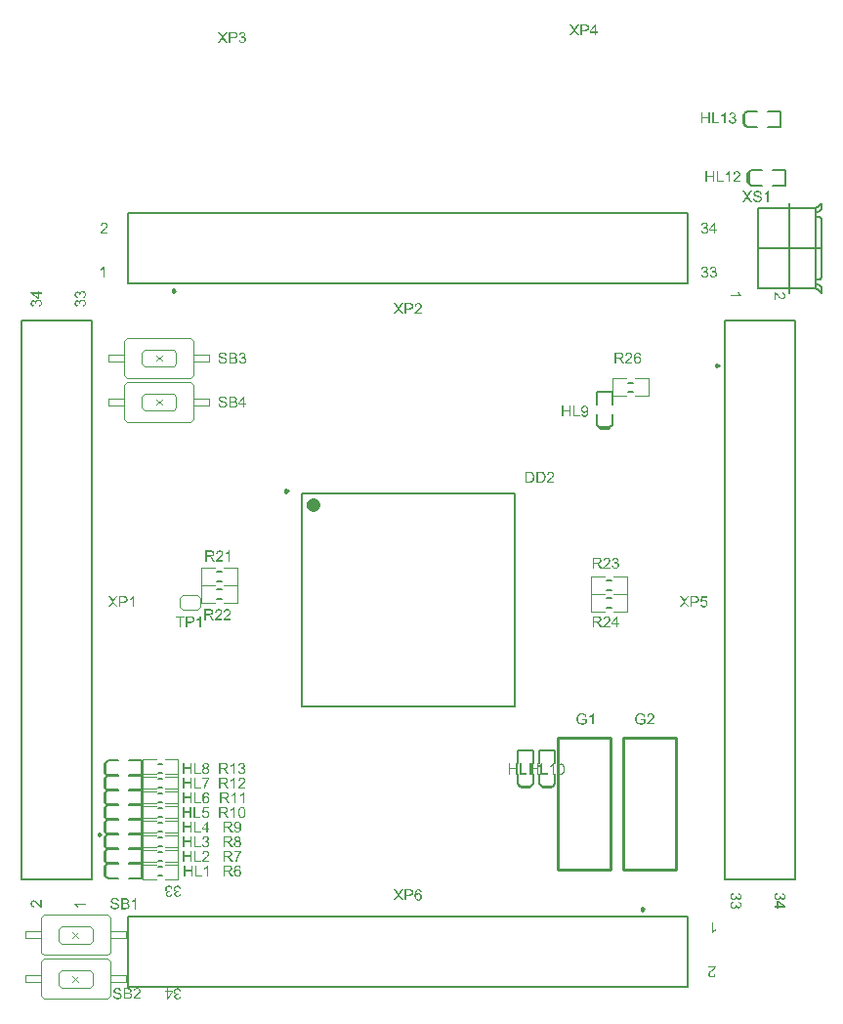
<source format=gto>
G04*
G04 #@! TF.GenerationSoftware,Altium Limited,Altium Designer,20.0.11 (256)*
G04*
G04 Layer_Color=65535*
%FSLAX25Y25*%
%MOIN*%
G70*
G01*
G75*
%ADD10C,0.00787*%
%ADD11C,0.00984*%
%ADD12C,0.02362*%
%ADD13C,0.00394*%
%ADD14C,0.00500*%
%ADD15C,0.01000*%
G36*
X261088Y241761D02*
X261137Y241755D01*
X261192Y241744D01*
X261246Y241733D01*
X261306Y241712D01*
X261312D01*
X261317Y241706D01*
X261350Y241695D01*
X261399Y241673D01*
X261465Y241641D01*
X261541Y241597D01*
X261629Y241542D01*
X261716Y241482D01*
X261809Y241406D01*
X261814D01*
X261820Y241395D01*
X261852Y241368D01*
X261901Y241318D01*
X261972Y241248D01*
X262054Y241166D01*
X262153Y241062D01*
X262262Y240936D01*
X262376Y240800D01*
X262382Y240794D01*
X262398Y240773D01*
X262426Y240740D01*
X262458Y240702D01*
X262502Y240652D01*
X262551Y240592D01*
X262606Y240532D01*
X262666Y240461D01*
X262797Y240325D01*
X262928Y240188D01*
X262994Y240123D01*
X263059Y240063D01*
X263119Y240008D01*
X263179Y239964D01*
X263185D01*
X263190Y239953D01*
X263207Y239943D01*
X263228Y239932D01*
X263288Y239893D01*
X263359Y239850D01*
X263447Y239811D01*
X263540Y239773D01*
X263643Y239752D01*
X263742Y239740D01*
X263747D01*
X263753D01*
X263785Y239746D01*
X263840Y239752D01*
X263900Y239768D01*
X263976Y239790D01*
X264053Y239828D01*
X264129Y239877D01*
X264206Y239943D01*
X264217Y239953D01*
X264238Y239981D01*
X264266Y240019D01*
X264304Y240079D01*
X264337Y240156D01*
X264370Y240243D01*
X264391Y240347D01*
X264397Y240461D01*
Y240494D01*
X264391Y240516D01*
X264386Y240581D01*
X264370Y240658D01*
X264348Y240740D01*
X264309Y240832D01*
X264260Y240920D01*
X264195Y241002D01*
X264184Y241013D01*
X264157Y241035D01*
X264113Y241067D01*
X264047Y241100D01*
X263971Y241138D01*
X263873Y241171D01*
X263763Y241193D01*
X263638Y241204D01*
X263687Y241679D01*
X263692D01*
X263709Y241673D01*
X263736D01*
X263774Y241668D01*
X263818Y241657D01*
X263867Y241646D01*
X263927Y241630D01*
X263987Y241613D01*
X264118Y241570D01*
X264249Y241504D01*
X264315Y241466D01*
X264380Y241417D01*
X264440Y241368D01*
X264495Y241313D01*
X264500Y241307D01*
X264506Y241297D01*
X264522Y241280D01*
X264539Y241253D01*
X264561Y241220D01*
X264582Y241182D01*
X264610Y241138D01*
X264637Y241084D01*
X264664Y241024D01*
X264692Y240958D01*
X264713Y240887D01*
X264735Y240811D01*
X264752Y240729D01*
X264768Y240641D01*
X264774Y240549D01*
X264779Y240450D01*
Y240396D01*
X264774Y240357D01*
X264768Y240314D01*
X264763Y240259D01*
X264752Y240199D01*
X264741Y240139D01*
X264703Y239997D01*
X264648Y239855D01*
X264615Y239784D01*
X264577Y239713D01*
X264528Y239648D01*
X264473Y239588D01*
X264468Y239582D01*
X264462Y239571D01*
X264440Y239560D01*
X264419Y239539D01*
X264391Y239511D01*
X264353Y239484D01*
X264315Y239457D01*
X264266Y239424D01*
X264162Y239369D01*
X264031Y239315D01*
X263965Y239293D01*
X263889Y239282D01*
X263812Y239271D01*
X263731Y239265D01*
X263720D01*
X263692D01*
X263649Y239271D01*
X263589Y239276D01*
X263523Y239287D01*
X263447Y239309D01*
X263365Y239331D01*
X263283Y239364D01*
X263272Y239369D01*
X263245Y239380D01*
X263201Y239402D01*
X263141Y239435D01*
X263075Y239478D01*
X262994Y239533D01*
X262912Y239599D01*
X262819Y239675D01*
X262808Y239686D01*
X262775Y239713D01*
X262748Y239740D01*
X262720Y239768D01*
X262688Y239801D01*
X262644Y239844D01*
X262600Y239888D01*
X262551Y239943D01*
X262497Y239997D01*
X262437Y240063D01*
X262376Y240134D01*
X262306Y240210D01*
X262235Y240297D01*
X262158Y240385D01*
X262153Y240390D01*
X262142Y240401D01*
X262125Y240423D01*
X262104Y240450D01*
X262071Y240483D01*
X262038Y240521D01*
X261967Y240609D01*
X261885Y240702D01*
X261803Y240789D01*
X261732Y240865D01*
X261705Y240898D01*
X261678Y240925D01*
X261672Y240931D01*
X261656Y240947D01*
X261634Y240969D01*
X261601Y240996D01*
X261563Y241024D01*
X261525Y241056D01*
X261432Y241122D01*
Y239260D01*
X260984D01*
Y241766D01*
X260990D01*
X261012D01*
X261044D01*
X261088Y241761D01*
D02*
G37*
G36*
X248829Y241766D02*
X248840Y241755D01*
X248845Y241733D01*
X248862Y241706D01*
X248878Y241673D01*
X248900Y241635D01*
X248955Y241542D01*
X249015Y241433D01*
X249091Y241324D01*
X249178Y241209D01*
X249271Y241095D01*
X249277Y241089D01*
X249282Y241084D01*
X249299Y241067D01*
X249315Y241045D01*
X249370Y240996D01*
X249435Y240931D01*
X249511Y240865D01*
X249599Y240794D01*
X249686Y240734D01*
X249779Y240680D01*
Y240379D01*
X245984D01*
Y240843D01*
X248938D01*
X248933Y240849D01*
X248911Y240876D01*
X248878Y240909D01*
X248840Y240964D01*
X248791Y241024D01*
X248736Y241100D01*
X248676Y241187D01*
X248616Y241286D01*
Y241291D01*
X248610Y241297D01*
X248589Y241329D01*
X248561Y241384D01*
X248529Y241449D01*
X248490Y241526D01*
X248452Y241608D01*
X248414Y241690D01*
X248381Y241772D01*
X248829D01*
Y241766D01*
D02*
G37*
G36*
X262043Y36307D02*
X262038D01*
X262027Y36302D01*
X262005Y36297D01*
X261978Y36291D01*
X261945Y36286D01*
X261907Y36275D01*
X261825Y36248D01*
X261727Y36209D01*
X261634Y36160D01*
X261547Y36105D01*
X261470Y36040D01*
X261465Y36029D01*
X261443Y36007D01*
X261416Y35964D01*
X261388Y35909D01*
X261355Y35844D01*
X261328Y35761D01*
X261306Y35669D01*
X261301Y35570D01*
Y35538D01*
X261306Y35516D01*
X261312Y35456D01*
X261328Y35379D01*
X261355Y35292D01*
X261394Y35199D01*
X261448Y35106D01*
X261525Y35019D01*
X261536Y35008D01*
X261568Y34981D01*
X261618Y34948D01*
X261683Y34904D01*
X261765Y34861D01*
X261858Y34828D01*
X261967Y34801D01*
X262087Y34790D01*
X262093D01*
X262104D01*
X262120D01*
X262142Y34795D01*
X262202Y34801D01*
X262273Y34817D01*
X262360Y34839D01*
X262448Y34877D01*
X262535Y34932D01*
X262617Y35003D01*
X262628Y35013D01*
X262649Y35041D01*
X262682Y35085D01*
X262720Y35145D01*
X262759Y35221D01*
X262791Y35314D01*
X262813Y35418D01*
X262824Y35532D01*
Y35581D01*
X262819Y35620D01*
X262813Y35669D01*
X262802Y35723D01*
X262791Y35789D01*
X262775Y35860D01*
X263185Y35805D01*
Y35778D01*
X263179Y35756D01*
Y35685D01*
X263190Y35625D01*
X263201Y35554D01*
X263217Y35472D01*
X263245Y35379D01*
X263283Y35292D01*
X263332Y35199D01*
Y35194D01*
X263337Y35188D01*
X263359Y35161D01*
X263398Y35123D01*
X263447Y35079D01*
X263518Y35035D01*
X263600Y34997D01*
X263692Y34970D01*
X263747Y34959D01*
X263807D01*
X263812D01*
X263818D01*
X263851D01*
X263894Y34970D01*
X263954Y34981D01*
X264020Y35003D01*
X264091Y35030D01*
X264162Y35074D01*
X264228Y35134D01*
X264233Y35139D01*
X264255Y35166D01*
X264282Y35205D01*
X264315Y35254D01*
X264342Y35319D01*
X264370Y35396D01*
X264391Y35483D01*
X264397Y35581D01*
Y35625D01*
X264386Y35674D01*
X264375Y35740D01*
X264353Y35811D01*
X264326Y35882D01*
X264282Y35958D01*
X264228Y36029D01*
X264222Y36035D01*
X264195Y36056D01*
X264157Y36089D01*
X264102Y36127D01*
X264031Y36166D01*
X263944Y36204D01*
X263840Y36237D01*
X263720Y36258D01*
X263802Y36722D01*
X263807D01*
X263824Y36717D01*
X263845Y36712D01*
X263878Y36706D01*
X263916Y36695D01*
X263960Y36679D01*
X264064Y36646D01*
X264184Y36592D01*
X264304Y36526D01*
X264419Y36444D01*
X264522Y36340D01*
X264528Y36335D01*
X264533Y36324D01*
X264544Y36307D01*
X264561Y36286D01*
X264582Y36258D01*
X264604Y36220D01*
X264626Y36182D01*
X264653Y36133D01*
X264697Y36024D01*
X264741Y35898D01*
X264768Y35751D01*
X264779Y35674D01*
Y35538D01*
X264774Y35478D01*
X264763Y35407D01*
X264746Y35319D01*
X264719Y35221D01*
X264686Y35123D01*
X264643Y35024D01*
Y35019D01*
X264637Y35013D01*
X264621Y34981D01*
X264588Y34932D01*
X264550Y34877D01*
X264495Y34811D01*
X264435Y34746D01*
X264364Y34681D01*
X264282Y34626D01*
X264271Y34620D01*
X264244Y34604D01*
X264195Y34582D01*
X264135Y34555D01*
X264064Y34528D01*
X263982Y34506D01*
X263889Y34489D01*
X263796Y34484D01*
X263785D01*
X263753D01*
X263709Y34489D01*
X263649Y34500D01*
X263578Y34517D01*
X263501Y34544D01*
X263425Y34577D01*
X263348Y34620D01*
X263337Y34626D01*
X263316Y34642D01*
X263277Y34675D01*
X263234Y34719D01*
X263185Y34773D01*
X263130Y34839D01*
X263081Y34915D01*
X263032Y35008D01*
Y35003D01*
X263026Y34992D01*
X263021Y34975D01*
X263015Y34953D01*
X262994Y34893D01*
X262961Y34817D01*
X262917Y34730D01*
X262862Y34642D01*
X262791Y34560D01*
X262710Y34484D01*
X262699Y34478D01*
X262666Y34457D01*
X262611Y34424D01*
X262540Y34391D01*
X262453Y34358D01*
X262349Y34326D01*
X262229Y34304D01*
X262098Y34298D01*
X262093D01*
X262076D01*
X262049D01*
X262016Y34304D01*
X261972Y34309D01*
X261923Y34320D01*
X261869Y34331D01*
X261809Y34342D01*
X261678Y34386D01*
X261607Y34418D01*
X261541Y34451D01*
X261470Y34495D01*
X261399Y34544D01*
X261328Y34599D01*
X261263Y34664D01*
X261257Y34670D01*
X261246Y34681D01*
X261230Y34702D01*
X261208Y34730D01*
X261181Y34762D01*
X261154Y34806D01*
X261121Y34855D01*
X261093Y34915D01*
X261061Y34975D01*
X261028Y35046D01*
X261001Y35117D01*
X260973Y35199D01*
X260951Y35287D01*
X260935Y35379D01*
X260924Y35472D01*
X260919Y35576D01*
Y35625D01*
X260924Y35658D01*
X260930Y35702D01*
X260935Y35751D01*
X260946Y35805D01*
X260957Y35865D01*
X260990Y35996D01*
X261044Y36133D01*
X261077Y36204D01*
X261115Y36269D01*
X261164Y36335D01*
X261214Y36400D01*
X261219Y36406D01*
X261230Y36417D01*
X261246Y36433D01*
X261268Y36450D01*
X261296Y36477D01*
X261334Y36504D01*
X261372Y36537D01*
X261421Y36570D01*
X261476Y36602D01*
X261530Y36635D01*
X261661Y36695D01*
X261814Y36744D01*
X261896Y36761D01*
X261983Y36772D01*
X262043Y36307D01*
D02*
G37*
G36*
X264763Y32267D02*
Y31890D01*
X262316D01*
Y31377D01*
X261891D01*
Y31890D01*
X260984D01*
Y32355D01*
X261891D01*
Y33998D01*
X262316D01*
X264763Y32267D01*
D02*
G37*
G36*
X247043Y36307D02*
X247038D01*
X247027Y36302D01*
X247005Y36297D01*
X246978Y36291D01*
X246945Y36286D01*
X246907Y36275D01*
X246825Y36248D01*
X246727Y36209D01*
X246634Y36160D01*
X246547Y36105D01*
X246470Y36040D01*
X246465Y36029D01*
X246443Y36007D01*
X246416Y35964D01*
X246388Y35909D01*
X246356Y35844D01*
X246328Y35761D01*
X246306Y35669D01*
X246301Y35570D01*
Y35538D01*
X246306Y35516D01*
X246312Y35456D01*
X246328Y35379D01*
X246356Y35292D01*
X246394Y35199D01*
X246448Y35106D01*
X246525Y35019D01*
X246536Y35008D01*
X246568Y34981D01*
X246618Y34948D01*
X246683Y34904D01*
X246765Y34861D01*
X246858Y34828D01*
X246967Y34801D01*
X247087Y34790D01*
X247093D01*
X247104D01*
X247120D01*
X247142Y34795D01*
X247202Y34801D01*
X247273Y34817D01*
X247360Y34839D01*
X247447Y34877D01*
X247535Y34932D01*
X247617Y35003D01*
X247628Y35013D01*
X247650Y35041D01*
X247682Y35085D01*
X247721Y35145D01*
X247759Y35221D01*
X247792Y35314D01*
X247813Y35418D01*
X247824Y35532D01*
Y35581D01*
X247819Y35620D01*
X247813Y35669D01*
X247802Y35723D01*
X247792Y35789D01*
X247775Y35860D01*
X248185Y35805D01*
Y35778D01*
X248179Y35756D01*
Y35685D01*
X248190Y35625D01*
X248201Y35554D01*
X248217Y35472D01*
X248245Y35379D01*
X248283Y35292D01*
X248332Y35199D01*
Y35194D01*
X248338Y35188D01*
X248359Y35161D01*
X248398Y35123D01*
X248447Y35079D01*
X248518Y35035D01*
X248600Y34997D01*
X248692Y34970D01*
X248747Y34959D01*
X248807D01*
X248813D01*
X248818D01*
X248851D01*
X248894Y34970D01*
X248955Y34981D01*
X249020Y35003D01*
X249091Y35030D01*
X249162Y35074D01*
X249227Y35134D01*
X249233Y35139D01*
X249255Y35166D01*
X249282Y35205D01*
X249315Y35254D01*
X249342Y35319D01*
X249370Y35396D01*
X249391Y35483D01*
X249397Y35581D01*
Y35625D01*
X249386Y35674D01*
X249375Y35740D01*
X249353Y35811D01*
X249326Y35882D01*
X249282Y35958D01*
X249227Y36029D01*
X249222Y36035D01*
X249195Y36056D01*
X249156Y36089D01*
X249102Y36127D01*
X249031Y36166D01*
X248944Y36204D01*
X248840Y36237D01*
X248720Y36258D01*
X248802Y36722D01*
X248807D01*
X248823Y36717D01*
X248845Y36712D01*
X248878Y36706D01*
X248916Y36695D01*
X248960Y36679D01*
X249064Y36646D01*
X249184Y36592D01*
X249304Y36526D01*
X249419Y36444D01*
X249522Y36340D01*
X249528Y36335D01*
X249533Y36324D01*
X249544Y36307D01*
X249561Y36286D01*
X249582Y36258D01*
X249604Y36220D01*
X249626Y36182D01*
X249653Y36133D01*
X249697Y36024D01*
X249741Y35898D01*
X249768Y35751D01*
X249779Y35674D01*
Y35538D01*
X249774Y35478D01*
X249763Y35407D01*
X249746Y35319D01*
X249719Y35221D01*
X249686Y35123D01*
X249642Y35024D01*
Y35019D01*
X249637Y35013D01*
X249621Y34981D01*
X249588Y34932D01*
X249550Y34877D01*
X249495Y34811D01*
X249435Y34746D01*
X249364Y34681D01*
X249282Y34626D01*
X249271Y34620D01*
X249244Y34604D01*
X249195Y34582D01*
X249135Y34555D01*
X249064Y34528D01*
X248982Y34506D01*
X248889Y34489D01*
X248796Y34484D01*
X248785D01*
X248752D01*
X248709Y34489D01*
X248649Y34500D01*
X248578Y34517D01*
X248501Y34544D01*
X248425Y34577D01*
X248348Y34620D01*
X248338Y34626D01*
X248316Y34642D01*
X248277Y34675D01*
X248234Y34719D01*
X248185Y34773D01*
X248130Y34839D01*
X248081Y34915D01*
X248032Y35008D01*
Y35003D01*
X248026Y34992D01*
X248021Y34975D01*
X248015Y34953D01*
X247993Y34893D01*
X247961Y34817D01*
X247917Y34730D01*
X247863Y34642D01*
X247792Y34560D01*
X247710Y34484D01*
X247699Y34478D01*
X247666Y34457D01*
X247611Y34424D01*
X247540Y34391D01*
X247453Y34358D01*
X247349Y34326D01*
X247229Y34304D01*
X247098Y34298D01*
X247093D01*
X247076D01*
X247049D01*
X247016Y34304D01*
X246972Y34309D01*
X246923Y34320D01*
X246869Y34331D01*
X246809Y34342D01*
X246678Y34386D01*
X246607Y34418D01*
X246541Y34451D01*
X246470Y34495D01*
X246399Y34544D01*
X246328Y34599D01*
X246263Y34664D01*
X246257Y34670D01*
X246246Y34681D01*
X246230Y34702D01*
X246208Y34730D01*
X246181Y34762D01*
X246153Y34806D01*
X246121Y34855D01*
X246093Y34915D01*
X246061Y34975D01*
X246028Y35046D01*
X246001Y35117D01*
X245973Y35199D01*
X245952Y35287D01*
X245935Y35379D01*
X245924Y35472D01*
X245919Y35576D01*
Y35625D01*
X245924Y35658D01*
X245930Y35702D01*
X245935Y35751D01*
X245946Y35805D01*
X245957Y35865D01*
X245990Y35996D01*
X246044Y36133D01*
X246077Y36204D01*
X246115Y36269D01*
X246164Y36335D01*
X246214Y36400D01*
X246219Y36406D01*
X246230Y36417D01*
X246246Y36433D01*
X246268Y36450D01*
X246295Y36477D01*
X246334Y36504D01*
X246372Y36537D01*
X246421Y36570D01*
X246476Y36602D01*
X246530Y36635D01*
X246661Y36695D01*
X246814Y36744D01*
X246896Y36761D01*
X246983Y36772D01*
X247043Y36307D01*
D02*
G37*
G36*
Y33370D02*
X247038D01*
X247027Y33365D01*
X247005Y33359D01*
X246978Y33354D01*
X246945Y33348D01*
X246907Y33337D01*
X246825Y33310D01*
X246727Y33272D01*
X246634Y33223D01*
X246547Y33168D01*
X246470Y33103D01*
X246465Y33092D01*
X246443Y33070D01*
X246416Y33026D01*
X246388Y32972D01*
X246356Y32906D01*
X246328Y32824D01*
X246306Y32731D01*
X246301Y32633D01*
Y32600D01*
X246306Y32578D01*
X246312Y32518D01*
X246328Y32442D01*
X246356Y32355D01*
X246394Y32262D01*
X246448Y32169D01*
X246525Y32081D01*
X246536Y32071D01*
X246568Y32043D01*
X246618Y32010D01*
X246683Y31967D01*
X246765Y31923D01*
X246858Y31890D01*
X246967Y31863D01*
X247087Y31852D01*
X247093D01*
X247104D01*
X247120D01*
X247142Y31858D01*
X247202Y31863D01*
X247273Y31879D01*
X247360Y31901D01*
X247447Y31940D01*
X247535Y31994D01*
X247617Y32065D01*
X247628Y32076D01*
X247650Y32103D01*
X247682Y32147D01*
X247721Y32207D01*
X247759Y32283D01*
X247792Y32376D01*
X247813Y32480D01*
X247824Y32595D01*
Y32644D01*
X247819Y32682D01*
X247813Y32731D01*
X247802Y32786D01*
X247792Y32851D01*
X247775Y32922D01*
X248185Y32868D01*
Y32840D01*
X248179Y32819D01*
Y32748D01*
X248190Y32688D01*
X248201Y32617D01*
X248217Y32535D01*
X248245Y32442D01*
X248283Y32355D01*
X248332Y32262D01*
Y32256D01*
X248338Y32251D01*
X248359Y32223D01*
X248398Y32185D01*
X248447Y32142D01*
X248518Y32098D01*
X248600Y32060D01*
X248692Y32032D01*
X248747Y32021D01*
X248807D01*
X248813D01*
X248818D01*
X248851D01*
X248894Y32032D01*
X248955Y32043D01*
X249020Y32065D01*
X249091Y32092D01*
X249162Y32136D01*
X249227Y32196D01*
X249233Y32202D01*
X249255Y32229D01*
X249282Y32267D01*
X249315Y32316D01*
X249342Y32382D01*
X249370Y32458D01*
X249391Y32546D01*
X249397Y32644D01*
Y32688D01*
X249386Y32737D01*
X249375Y32802D01*
X249353Y32873D01*
X249326Y32944D01*
X249282Y33021D01*
X249227Y33092D01*
X249222Y33097D01*
X249195Y33119D01*
X249156Y33152D01*
X249102Y33190D01*
X249031Y33228D01*
X248944Y33266D01*
X248840Y33299D01*
X248720Y33321D01*
X248802Y33785D01*
X248807D01*
X248823Y33780D01*
X248845Y33774D01*
X248878Y33769D01*
X248916Y33758D01*
X248960Y33741D01*
X249064Y33709D01*
X249184Y33654D01*
X249304Y33588D01*
X249419Y33507D01*
X249522Y33403D01*
X249528Y33397D01*
X249533Y33386D01*
X249544Y33370D01*
X249561Y33348D01*
X249582Y33321D01*
X249604Y33283D01*
X249626Y33244D01*
X249653Y33195D01*
X249697Y33086D01*
X249741Y32961D01*
X249768Y32813D01*
X249779Y32737D01*
Y32600D01*
X249774Y32540D01*
X249763Y32469D01*
X249746Y32382D01*
X249719Y32283D01*
X249686Y32185D01*
X249642Y32087D01*
Y32081D01*
X249637Y32076D01*
X249621Y32043D01*
X249588Y31994D01*
X249550Y31940D01*
X249495Y31874D01*
X249435Y31809D01*
X249364Y31743D01*
X249282Y31688D01*
X249271Y31683D01*
X249244Y31667D01*
X249195Y31645D01*
X249135Y31617D01*
X249064Y31590D01*
X248982Y31568D01*
X248889Y31552D01*
X248796Y31546D01*
X248785D01*
X248752D01*
X248709Y31552D01*
X248649Y31563D01*
X248578Y31579D01*
X248501Y31607D01*
X248425Y31639D01*
X248348Y31683D01*
X248338Y31688D01*
X248316Y31705D01*
X248277Y31738D01*
X248234Y31781D01*
X248185Y31836D01*
X248130Y31901D01*
X248081Y31978D01*
X248032Y32071D01*
Y32065D01*
X248026Y32054D01*
X248021Y32038D01*
X248015Y32016D01*
X247993Y31956D01*
X247961Y31879D01*
X247917Y31792D01*
X247863Y31705D01*
X247792Y31623D01*
X247710Y31546D01*
X247699Y31541D01*
X247666Y31519D01*
X247611Y31486D01*
X247540Y31454D01*
X247453Y31421D01*
X247349Y31388D01*
X247229Y31366D01*
X247098Y31361D01*
X247093D01*
X247076D01*
X247049D01*
X247016Y31366D01*
X246972Y31372D01*
X246923Y31383D01*
X246869Y31394D01*
X246809Y31405D01*
X246678Y31448D01*
X246607Y31481D01*
X246541Y31514D01*
X246470Y31557D01*
X246399Y31607D01*
X246328Y31661D01*
X246263Y31727D01*
X246257Y31732D01*
X246246Y31743D01*
X246230Y31765D01*
X246208Y31792D01*
X246181Y31825D01*
X246153Y31869D01*
X246121Y31918D01*
X246093Y31978D01*
X246061Y32038D01*
X246028Y32109D01*
X246001Y32180D01*
X245973Y32262D01*
X245952Y32349D01*
X245935Y32442D01*
X245924Y32535D01*
X245919Y32638D01*
Y32688D01*
X245924Y32720D01*
X245930Y32764D01*
X245935Y32813D01*
X245946Y32868D01*
X245957Y32928D01*
X245990Y33059D01*
X246044Y33195D01*
X246077Y33266D01*
X246115Y33332D01*
X246164Y33397D01*
X246214Y33463D01*
X246219Y33468D01*
X246230Y33479D01*
X246246Y33496D01*
X246268Y33512D01*
X246295Y33539D01*
X246334Y33567D01*
X246372Y33599D01*
X246421Y33632D01*
X246476Y33665D01*
X246530Y33698D01*
X246661Y33758D01*
X246814Y33807D01*
X246896Y33823D01*
X246983Y33834D01*
X247043Y33370D01*
D02*
G37*
G36*
X240216Y250561D02*
X240287Y250550D01*
X240374Y250534D01*
X240472Y250506D01*
X240571Y250473D01*
X240669Y250430D01*
X240674D01*
X240680Y250424D01*
X240713Y250408D01*
X240762Y250375D01*
X240816Y250337D01*
X240882Y250282D01*
X240947Y250222D01*
X241013Y250151D01*
X241068Y250069D01*
X241073Y250059D01*
X241089Y250031D01*
X241111Y249982D01*
X241139Y249922D01*
X241166Y249851D01*
X241188Y249769D01*
X241204Y249676D01*
X241210Y249584D01*
Y249573D01*
Y249540D01*
X241204Y249496D01*
X241193Y249436D01*
X241177Y249365D01*
X241149Y249289D01*
X241117Y249212D01*
X241073Y249136D01*
X241068Y249125D01*
X241051Y249103D01*
X241018Y249065D01*
X240975Y249021D01*
X240920Y248972D01*
X240855Y248917D01*
X240778Y248868D01*
X240685Y248819D01*
X240691D01*
X240702Y248814D01*
X240718Y248808D01*
X240740Y248803D01*
X240800Y248781D01*
X240876Y248748D01*
X240964Y248705D01*
X241051Y248650D01*
X241133Y248579D01*
X241210Y248497D01*
X241215Y248486D01*
X241237Y248453D01*
X241269Y248399D01*
X241302Y248328D01*
X241335Y248240D01*
X241368Y248137D01*
X241390Y248017D01*
X241395Y247885D01*
Y247880D01*
Y247864D01*
Y247836D01*
X241390Y247804D01*
X241384Y247760D01*
X241373Y247711D01*
X241362Y247656D01*
X241351Y247596D01*
X241308Y247465D01*
X241275Y247394D01*
X241242Y247329D01*
X241198Y247258D01*
X241149Y247187D01*
X241095Y247116D01*
X241029Y247050D01*
X241024Y247045D01*
X241013Y247034D01*
X240991Y247017D01*
X240964Y246995D01*
X240931Y246968D01*
X240887Y246941D01*
X240838Y246908D01*
X240778Y246881D01*
X240718Y246848D01*
X240647Y246815D01*
X240576Y246788D01*
X240494Y246761D01*
X240407Y246739D01*
X240314Y246723D01*
X240221Y246712D01*
X240118Y246706D01*
X240068D01*
X240036Y246712D01*
X239992Y246717D01*
X239943Y246723D01*
X239888Y246733D01*
X239828Y246744D01*
X239697Y246777D01*
X239561Y246832D01*
X239490Y246865D01*
X239424Y246903D01*
X239358Y246952D01*
X239293Y247001D01*
X239288Y247006D01*
X239277Y247017D01*
X239260Y247034D01*
X239244Y247056D01*
X239217Y247083D01*
X239189Y247121D01*
X239157Y247159D01*
X239124Y247208D01*
X239091Y247263D01*
X239058Y247318D01*
X238998Y247449D01*
X238949Y247602D01*
X238933Y247684D01*
X238922Y247771D01*
X239386Y247831D01*
Y247825D01*
X239391Y247814D01*
X239397Y247793D01*
X239402Y247765D01*
X239408Y247733D01*
X239419Y247694D01*
X239446Y247613D01*
X239484Y247514D01*
X239533Y247421D01*
X239588Y247334D01*
X239653Y247258D01*
X239664Y247252D01*
X239686Y247230D01*
X239730Y247203D01*
X239784Y247176D01*
X239850Y247143D01*
X239932Y247116D01*
X240025Y247094D01*
X240123Y247088D01*
X240156D01*
X240177Y247094D01*
X240238Y247099D01*
X240314Y247116D01*
X240401Y247143D01*
X240494Y247181D01*
X240587Y247236D01*
X240674Y247312D01*
X240685Y247323D01*
X240713Y247356D01*
X240745Y247405D01*
X240789Y247470D01*
X240833Y247552D01*
X240865Y247645D01*
X240893Y247754D01*
X240904Y247875D01*
Y247880D01*
Y247891D01*
Y247907D01*
X240898Y247929D01*
X240893Y247989D01*
X240876Y248060D01*
X240855Y248148D01*
X240816Y248235D01*
X240762Y248322D01*
X240691Y248404D01*
X240680Y248415D01*
X240653Y248437D01*
X240609Y248470D01*
X240549Y248508D01*
X240472Y248546D01*
X240380Y248579D01*
X240276Y248601D01*
X240161Y248612D01*
X240112D01*
X240074Y248606D01*
X240025Y248601D01*
X239970Y248590D01*
X239904Y248579D01*
X239834Y248563D01*
X239888Y248972D01*
X239915D01*
X239937Y248967D01*
X240008D01*
X240068Y248977D01*
X240139Y248988D01*
X240221Y249005D01*
X240314Y249032D01*
X240401Y249070D01*
X240494Y249119D01*
X240500D01*
X240505Y249125D01*
X240532Y249147D01*
X240571Y249185D01*
X240614Y249234D01*
X240658Y249305D01*
X240696Y249387D01*
X240723Y249480D01*
X240735Y249534D01*
Y249594D01*
Y249600D01*
Y249605D01*
Y249638D01*
X240723Y249682D01*
X240713Y249742D01*
X240691Y249807D01*
X240664Y249878D01*
X240620Y249949D01*
X240560Y250015D01*
X240554Y250020D01*
X240527Y250042D01*
X240489Y250069D01*
X240440Y250102D01*
X240374Y250130D01*
X240298Y250157D01*
X240210Y250179D01*
X240112Y250184D01*
X240068D01*
X240019Y250173D01*
X239954Y250162D01*
X239883Y250141D01*
X239812Y250113D01*
X239735Y250069D01*
X239664Y250015D01*
X239659Y250009D01*
X239637Y249982D01*
X239604Y249944D01*
X239566Y249889D01*
X239528Y249818D01*
X239490Y249731D01*
X239457Y249627D01*
X239435Y249507D01*
X238971Y249589D01*
Y249594D01*
X238976Y249611D01*
X238982Y249633D01*
X238987Y249665D01*
X238998Y249704D01*
X239015Y249747D01*
X239047Y249851D01*
X239102Y249971D01*
X239167Y250091D01*
X239249Y250206D01*
X239353Y250310D01*
X239358Y250315D01*
X239370Y250321D01*
X239386Y250332D01*
X239408Y250348D01*
X239435Y250370D01*
X239473Y250392D01*
X239511Y250413D01*
X239561Y250441D01*
X239670Y250484D01*
X239795Y250528D01*
X239943Y250555D01*
X240019Y250566D01*
X240156D01*
X240216Y250561D01*
D02*
G37*
G36*
X237278D02*
X237349Y250550D01*
X237437Y250534D01*
X237535Y250506D01*
X237633Y250473D01*
X237731Y250430D01*
X237737D01*
X237742Y250424D01*
X237775Y250408D01*
X237824Y250375D01*
X237879Y250337D01*
X237944Y250282D01*
X238010Y250222D01*
X238075Y250151D01*
X238130Y250069D01*
X238136Y250059D01*
X238152Y250031D01*
X238174Y249982D01*
X238201Y249922D01*
X238228Y249851D01*
X238250Y249769D01*
X238266Y249676D01*
X238272Y249584D01*
Y249573D01*
Y249540D01*
X238266Y249496D01*
X238256Y249436D01*
X238239Y249365D01*
X238212Y249289D01*
X238179Y249212D01*
X238136Y249136D01*
X238130Y249125D01*
X238114Y249103D01*
X238081Y249065D01*
X238037Y249021D01*
X237983Y248972D01*
X237917Y248917D01*
X237841Y248868D01*
X237748Y248819D01*
X237753D01*
X237764Y248814D01*
X237781Y248808D01*
X237802Y248803D01*
X237862Y248781D01*
X237939Y248748D01*
X238026Y248705D01*
X238114Y248650D01*
X238196Y248579D01*
X238272Y248497D01*
X238277Y248486D01*
X238299Y248453D01*
X238332Y248399D01*
X238365Y248328D01*
X238398Y248240D01*
X238430Y248137D01*
X238452Y248017D01*
X238458Y247885D01*
Y247880D01*
Y247864D01*
Y247836D01*
X238452Y247804D01*
X238447Y247760D01*
X238436Y247711D01*
X238425Y247656D01*
X238414Y247596D01*
X238370Y247465D01*
X238337Y247394D01*
X238305Y247329D01*
X238261Y247258D01*
X238212Y247187D01*
X238157Y247116D01*
X238092Y247050D01*
X238086Y247045D01*
X238075Y247034D01*
X238054Y247017D01*
X238026Y246995D01*
X237994Y246968D01*
X237950Y246941D01*
X237901Y246908D01*
X237841Y246881D01*
X237781Y246848D01*
X237710Y246815D01*
X237639Y246788D01*
X237557Y246761D01*
X237469Y246739D01*
X237376Y246723D01*
X237284Y246712D01*
X237180Y246706D01*
X237131D01*
X237098Y246712D01*
X237054Y246717D01*
X237005Y246723D01*
X236951Y246733D01*
X236891Y246744D01*
X236760Y246777D01*
X236623Y246832D01*
X236552Y246865D01*
X236487Y246903D01*
X236421Y246952D01*
X236355Y247001D01*
X236350Y247006D01*
X236339Y247017D01*
X236323Y247034D01*
X236306Y247056D01*
X236279Y247083D01*
X236252Y247121D01*
X236219Y247159D01*
X236186Y247208D01*
X236154Y247263D01*
X236121Y247318D01*
X236061Y247449D01*
X236012Y247602D01*
X235995Y247684D01*
X235984Y247771D01*
X236448Y247831D01*
Y247825D01*
X236454Y247814D01*
X236459Y247793D01*
X236465Y247765D01*
X236470Y247733D01*
X236481Y247694D01*
X236508Y247613D01*
X236547Y247514D01*
X236596Y247421D01*
X236650Y247334D01*
X236716Y247258D01*
X236727Y247252D01*
X236749Y247230D01*
X236792Y247203D01*
X236847Y247176D01*
X236912Y247143D01*
X236994Y247116D01*
X237087Y247094D01*
X237185Y247088D01*
X237218D01*
X237240Y247094D01*
X237300Y247099D01*
X237376Y247116D01*
X237464Y247143D01*
X237557Y247181D01*
X237649Y247236D01*
X237737Y247312D01*
X237748Y247323D01*
X237775Y247356D01*
X237808Y247405D01*
X237852Y247470D01*
X237895Y247552D01*
X237928Y247645D01*
X237955Y247754D01*
X237966Y247875D01*
Y247880D01*
Y247891D01*
Y247907D01*
X237961Y247929D01*
X237955Y247989D01*
X237939Y248060D01*
X237917Y248148D01*
X237879Y248235D01*
X237824Y248322D01*
X237753Y248404D01*
X237742Y248415D01*
X237715Y248437D01*
X237671Y248470D01*
X237611Y248508D01*
X237535Y248546D01*
X237442Y248579D01*
X237338Y248601D01*
X237224Y248612D01*
X237175D01*
X237136Y248606D01*
X237087Y248601D01*
X237033Y248590D01*
X236967Y248579D01*
X236896Y248563D01*
X236951Y248972D01*
X236978D01*
X237000Y248967D01*
X237071D01*
X237131Y248977D01*
X237202Y248988D01*
X237284Y249005D01*
X237376Y249032D01*
X237464Y249070D01*
X237557Y249119D01*
X237562D01*
X237568Y249125D01*
X237595Y249147D01*
X237633Y249185D01*
X237677Y249234D01*
X237720Y249305D01*
X237759Y249387D01*
X237786Y249480D01*
X237797Y249534D01*
Y249594D01*
Y249600D01*
Y249605D01*
Y249638D01*
X237786Y249682D01*
X237775Y249742D01*
X237753Y249807D01*
X237726Y249878D01*
X237682Y249949D01*
X237622Y250015D01*
X237617Y250020D01*
X237590Y250042D01*
X237551Y250069D01*
X237502Y250102D01*
X237437Y250130D01*
X237360Y250157D01*
X237273Y250179D01*
X237175Y250184D01*
X237131D01*
X237082Y250173D01*
X237016Y250162D01*
X236945Y250141D01*
X236874Y250113D01*
X236798Y250069D01*
X236727Y250015D01*
X236721Y250009D01*
X236700Y249982D01*
X236667Y249944D01*
X236629Y249889D01*
X236590Y249818D01*
X236552Y249731D01*
X236519Y249627D01*
X236497Y249507D01*
X236033Y249589D01*
Y249594D01*
X236039Y249611D01*
X236044Y249633D01*
X236050Y249665D01*
X236061Y249704D01*
X236077Y249747D01*
X236110Y249851D01*
X236164Y249971D01*
X236230Y250091D01*
X236312Y250206D01*
X236416Y250310D01*
X236421Y250315D01*
X236432Y250321D01*
X236448Y250332D01*
X236470Y250348D01*
X236497Y250370D01*
X236536Y250392D01*
X236574Y250413D01*
X236623Y250441D01*
X236732Y250484D01*
X236858Y250528D01*
X237005Y250555D01*
X237082Y250566D01*
X237218D01*
X237278Y250561D01*
D02*
G37*
G36*
Y265561D02*
X237349Y265550D01*
X237437Y265534D01*
X237535Y265506D01*
X237633Y265474D01*
X237731Y265430D01*
X237737D01*
X237742Y265424D01*
X237775Y265408D01*
X237824Y265375D01*
X237879Y265337D01*
X237944Y265282D01*
X238010Y265222D01*
X238075Y265151D01*
X238130Y265070D01*
X238136Y265059D01*
X238152Y265031D01*
X238174Y264982D01*
X238201Y264922D01*
X238228Y264851D01*
X238250Y264769D01*
X238266Y264676D01*
X238272Y264584D01*
Y264573D01*
Y264540D01*
X238266Y264496D01*
X238256Y264436D01*
X238239Y264365D01*
X238212Y264289D01*
X238179Y264212D01*
X238136Y264136D01*
X238130Y264125D01*
X238114Y264103D01*
X238081Y264065D01*
X238037Y264021D01*
X237983Y263972D01*
X237917Y263917D01*
X237841Y263868D01*
X237748Y263819D01*
X237753D01*
X237764Y263814D01*
X237781Y263808D01*
X237802Y263803D01*
X237862Y263781D01*
X237939Y263748D01*
X238026Y263704D01*
X238114Y263650D01*
X238196Y263579D01*
X238272Y263497D01*
X238277Y263486D01*
X238299Y263453D01*
X238332Y263399D01*
X238365Y263328D01*
X238398Y263240D01*
X238430Y263137D01*
X238452Y263017D01*
X238458Y262885D01*
Y262880D01*
Y262864D01*
Y262836D01*
X238452Y262804D01*
X238447Y262760D01*
X238436Y262711D01*
X238425Y262656D01*
X238414Y262596D01*
X238370Y262465D01*
X238337Y262394D01*
X238305Y262329D01*
X238261Y262258D01*
X238212Y262187D01*
X238157Y262116D01*
X238092Y262050D01*
X238086Y262045D01*
X238075Y262034D01*
X238054Y262017D01*
X238026Y261996D01*
X237994Y261968D01*
X237950Y261941D01*
X237901Y261908D01*
X237841Y261881D01*
X237781Y261848D01*
X237710Y261815D01*
X237639Y261788D01*
X237557Y261761D01*
X237469Y261739D01*
X237376Y261722D01*
X237284Y261712D01*
X237180Y261706D01*
X237131D01*
X237098Y261712D01*
X237054Y261717D01*
X237005Y261722D01*
X236951Y261733D01*
X236891Y261744D01*
X236760Y261777D01*
X236623Y261832D01*
X236552Y261864D01*
X236487Y261903D01*
X236421Y261952D01*
X236355Y262001D01*
X236350Y262006D01*
X236339Y262017D01*
X236323Y262034D01*
X236306Y262056D01*
X236279Y262083D01*
X236252Y262121D01*
X236219Y262159D01*
X236186Y262208D01*
X236154Y262263D01*
X236121Y262318D01*
X236061Y262449D01*
X236012Y262602D01*
X235995Y262684D01*
X235984Y262771D01*
X236448Y262831D01*
Y262825D01*
X236454Y262814D01*
X236459Y262793D01*
X236465Y262765D01*
X236470Y262733D01*
X236481Y262694D01*
X236508Y262613D01*
X236547Y262514D01*
X236596Y262421D01*
X236650Y262334D01*
X236716Y262258D01*
X236727Y262252D01*
X236749Y262230D01*
X236792Y262203D01*
X236847Y262176D01*
X236912Y262143D01*
X236994Y262116D01*
X237087Y262094D01*
X237185Y262088D01*
X237218D01*
X237240Y262094D01*
X237300Y262099D01*
X237376Y262116D01*
X237464Y262143D01*
X237557Y262181D01*
X237649Y262236D01*
X237737Y262312D01*
X237748Y262323D01*
X237775Y262356D01*
X237808Y262405D01*
X237852Y262471D01*
X237895Y262552D01*
X237928Y262645D01*
X237955Y262754D01*
X237966Y262875D01*
Y262880D01*
Y262891D01*
Y262907D01*
X237961Y262929D01*
X237955Y262989D01*
X237939Y263060D01*
X237917Y263148D01*
X237879Y263235D01*
X237824Y263322D01*
X237753Y263404D01*
X237742Y263415D01*
X237715Y263437D01*
X237671Y263470D01*
X237611Y263508D01*
X237535Y263546D01*
X237442Y263579D01*
X237338Y263601D01*
X237224Y263612D01*
X237175D01*
X237136Y263606D01*
X237087Y263601D01*
X237033Y263590D01*
X236967Y263579D01*
X236896Y263562D01*
X236951Y263972D01*
X236978D01*
X237000Y263967D01*
X237071D01*
X237131Y263978D01*
X237202Y263988D01*
X237284Y264005D01*
X237376Y264032D01*
X237464Y264070D01*
X237557Y264120D01*
X237562D01*
X237568Y264125D01*
X237595Y264147D01*
X237633Y264185D01*
X237677Y264234D01*
X237720Y264305D01*
X237759Y264387D01*
X237786Y264480D01*
X237797Y264534D01*
Y264595D01*
Y264600D01*
Y264605D01*
Y264638D01*
X237786Y264682D01*
X237775Y264742D01*
X237753Y264807D01*
X237726Y264878D01*
X237682Y264949D01*
X237622Y265015D01*
X237617Y265020D01*
X237590Y265042D01*
X237551Y265070D01*
X237502Y265102D01*
X237437Y265130D01*
X237360Y265157D01*
X237273Y265179D01*
X237175Y265184D01*
X237131D01*
X237082Y265173D01*
X237016Y265162D01*
X236945Y265141D01*
X236874Y265113D01*
X236798Y265070D01*
X236727Y265015D01*
X236721Y265009D01*
X236700Y264982D01*
X236667Y264944D01*
X236629Y264889D01*
X236590Y264818D01*
X236552Y264731D01*
X236519Y264627D01*
X236497Y264507D01*
X236033Y264589D01*
Y264595D01*
X236039Y264611D01*
X236044Y264633D01*
X236050Y264666D01*
X236061Y264704D01*
X236077Y264747D01*
X236110Y264851D01*
X236164Y264971D01*
X236230Y265091D01*
X236312Y265206D01*
X236416Y265310D01*
X236421Y265315D01*
X236432Y265321D01*
X236448Y265332D01*
X236470Y265348D01*
X236497Y265370D01*
X236536Y265392D01*
X236574Y265413D01*
X236623Y265441D01*
X236732Y265484D01*
X236858Y265528D01*
X237005Y265555D01*
X237082Y265566D01*
X237218D01*
X237278Y265561D01*
D02*
G37*
G36*
X240865Y263104D02*
X241379D01*
Y262678D01*
X240865D01*
Y261772D01*
X240401D01*
Y262678D01*
X238758D01*
Y263104D01*
X240489Y265550D01*
X240865D01*
Y263104D01*
D02*
G37*
G36*
X32377Y246772D02*
X31912D01*
Y249726D01*
X31907Y249720D01*
X31880Y249698D01*
X31847Y249665D01*
X31792Y249627D01*
X31732Y249578D01*
X31656Y249523D01*
X31569Y249463D01*
X31470Y249403D01*
X31465D01*
X31459Y249398D01*
X31427Y249376D01*
X31372Y249349D01*
X31306Y249316D01*
X31230Y249278D01*
X31148Y249240D01*
X31066Y249201D01*
X30984Y249169D01*
Y249616D01*
X30990D01*
X31001Y249627D01*
X31023Y249633D01*
X31050Y249649D01*
X31082Y249665D01*
X31121Y249687D01*
X31214Y249742D01*
X31323Y249802D01*
X31432Y249878D01*
X31547Y249966D01*
X31661Y250059D01*
X31667Y250064D01*
X31672Y250069D01*
X31689Y250086D01*
X31710Y250102D01*
X31760Y250157D01*
X31825Y250222D01*
X31891Y250299D01*
X31962Y250386D01*
X32022Y250473D01*
X32076Y250566D01*
X32377D01*
Y246772D01*
D02*
G37*
G36*
X32398Y265561D02*
X32442Y265555D01*
X32497Y265550D01*
X32557Y265539D01*
X32617Y265528D01*
X32759Y265490D01*
X32901Y265435D01*
X32972Y265403D01*
X33043Y265364D01*
X33108Y265315D01*
X33168Y265261D01*
X33174Y265255D01*
X33185Y265250D01*
X33195Y265228D01*
X33217Y265206D01*
X33245Y265179D01*
X33272Y265141D01*
X33299Y265102D01*
X33332Y265053D01*
X33387Y264949D01*
X33441Y264818D01*
X33463Y264753D01*
X33474Y264676D01*
X33485Y264600D01*
X33490Y264518D01*
Y264507D01*
Y264480D01*
X33485Y264436D01*
X33479Y264376D01*
X33468Y264311D01*
X33447Y264234D01*
X33425Y264152D01*
X33392Y264070D01*
X33387Y264059D01*
X33376Y264032D01*
X33354Y263988D01*
X33321Y263928D01*
X33277Y263863D01*
X33223Y263781D01*
X33157Y263699D01*
X33081Y263606D01*
X33070Y263595D01*
X33043Y263562D01*
X33015Y263535D01*
X32988Y263508D01*
X32955Y263475D01*
X32912Y263432D01*
X32868Y263388D01*
X32813Y263339D01*
X32759Y263284D01*
X32693Y263224D01*
X32622Y263164D01*
X32546Y263093D01*
X32458Y263022D01*
X32371Y262946D01*
X32366Y262940D01*
X32355Y262929D01*
X32333Y262913D01*
X32306Y262891D01*
X32273Y262858D01*
X32235Y262825D01*
X32147Y262754D01*
X32054Y262673D01*
X31967Y262591D01*
X31891Y262520D01*
X31858Y262492D01*
X31830Y262465D01*
X31825Y262460D01*
X31809Y262443D01*
X31787Y262421D01*
X31760Y262389D01*
X31732Y262350D01*
X31699Y262312D01*
X31634Y262219D01*
X33496D01*
Y261772D01*
X30990D01*
Y261777D01*
Y261799D01*
Y261832D01*
X30995Y261875D01*
X31001Y261925D01*
X31012Y261979D01*
X31023Y262034D01*
X31044Y262094D01*
Y262099D01*
X31050Y262105D01*
X31061Y262138D01*
X31082Y262187D01*
X31115Y262252D01*
X31159Y262329D01*
X31214Y262416D01*
X31274Y262503D01*
X31350Y262596D01*
Y262602D01*
X31361Y262607D01*
X31388Y262640D01*
X31437Y262689D01*
X31508Y262760D01*
X31590Y262842D01*
X31694Y262940D01*
X31820Y263049D01*
X31956Y263164D01*
X31962Y263169D01*
X31983Y263186D01*
X32016Y263213D01*
X32054Y263246D01*
X32104Y263289D01*
X32164Y263339D01*
X32224Y263393D01*
X32295Y263453D01*
X32431Y263584D01*
X32568Y263715D01*
X32633Y263781D01*
X32693Y263846D01*
X32748Y263907D01*
X32792Y263967D01*
Y263972D01*
X32802Y263978D01*
X32813Y263994D01*
X32824Y264016D01*
X32862Y264076D01*
X32906Y264147D01*
X32944Y264234D01*
X32983Y264327D01*
X33005Y264431D01*
X33015Y264529D01*
Y264534D01*
Y264540D01*
X33010Y264573D01*
X33005Y264627D01*
X32988Y264687D01*
X32966Y264764D01*
X32928Y264840D01*
X32879Y264917D01*
X32813Y264993D01*
X32802Y265004D01*
X32775Y265026D01*
X32737Y265053D01*
X32677Y265091D01*
X32600Y265124D01*
X32513Y265157D01*
X32409Y265179D01*
X32295Y265184D01*
X32262D01*
X32240Y265179D01*
X32175Y265173D01*
X32098Y265157D01*
X32016Y265135D01*
X31923Y265097D01*
X31836Y265048D01*
X31754Y264982D01*
X31743Y264971D01*
X31721Y264944D01*
X31689Y264900D01*
X31656Y264835D01*
X31618Y264758D01*
X31585Y264660D01*
X31563Y264551D01*
X31552Y264425D01*
X31077Y264474D01*
Y264480D01*
X31082Y264496D01*
Y264524D01*
X31088Y264562D01*
X31099Y264605D01*
X31110Y264654D01*
X31126Y264715D01*
X31143Y264775D01*
X31186Y264906D01*
X31252Y265037D01*
X31290Y265102D01*
X31339Y265168D01*
X31388Y265228D01*
X31443Y265282D01*
X31448Y265288D01*
X31459Y265293D01*
X31476Y265310D01*
X31503Y265326D01*
X31536Y265348D01*
X31574Y265370D01*
X31618Y265397D01*
X31672Y265424D01*
X31732Y265452D01*
X31798Y265479D01*
X31869Y265501D01*
X31945Y265523D01*
X32027Y265539D01*
X32114Y265555D01*
X32207Y265561D01*
X32306Y265566D01*
X32360D01*
X32398Y265561D01*
D02*
G37*
G36*
X10984Y31777D02*
X10979D01*
X10957D01*
X10924D01*
X10881Y31783D01*
X10831Y31788D01*
X10777Y31799D01*
X10722Y31810D01*
X10662Y31832D01*
X10657D01*
X10651Y31837D01*
X10618Y31848D01*
X10569Y31870D01*
X10504Y31903D01*
X10427Y31946D01*
X10340Y32001D01*
X10253Y32061D01*
X10160Y32138D01*
X10154D01*
X10149Y32148D01*
X10116Y32176D01*
X10067Y32225D01*
X9996Y32296D01*
X9914Y32378D01*
X9816Y32482D01*
X9707Y32607D01*
X9592Y32743D01*
X9586Y32749D01*
X9570Y32771D01*
X9543Y32804D01*
X9510Y32842D01*
X9466Y32891D01*
X9417Y32951D01*
X9363Y33011D01*
X9303Y33082D01*
X9172Y33219D01*
X9041Y33355D01*
X8975Y33421D01*
X8909Y33481D01*
X8849Y33535D01*
X8789Y33579D01*
X8784D01*
X8778Y33590D01*
X8762Y33601D01*
X8740Y33612D01*
X8680Y33650D01*
X8609Y33694D01*
X8522Y33732D01*
X8429Y33770D01*
X8325Y33792D01*
X8227Y33803D01*
X8222D01*
X8216D01*
X8183Y33797D01*
X8129Y33792D01*
X8069Y33775D01*
X7992Y33754D01*
X7916Y33715D01*
X7839Y33666D01*
X7763Y33601D01*
X7752Y33590D01*
X7730Y33562D01*
X7703Y33524D01*
X7665Y33464D01*
X7632Y33388D01*
X7599Y33301D01*
X7577Y33197D01*
X7572Y33082D01*
Y33049D01*
X7577Y33027D01*
X7583Y32962D01*
X7599Y32886D01*
X7621Y32804D01*
X7659Y32711D01*
X7708Y32623D01*
X7774Y32541D01*
X7785Y32531D01*
X7812Y32509D01*
X7856Y32476D01*
X7921Y32443D01*
X7998Y32405D01*
X8096Y32372D01*
X8205Y32350D01*
X8331Y32340D01*
X8282Y31865D01*
X8276D01*
X8260Y31870D01*
X8232D01*
X8194Y31875D01*
X8151Y31886D01*
X8101Y31897D01*
X8041Y31914D01*
X7981Y31930D01*
X7850Y31974D01*
X7719Y32039D01*
X7654Y32077D01*
X7588Y32127D01*
X7528Y32176D01*
X7474Y32230D01*
X7468Y32236D01*
X7463Y32247D01*
X7446Y32263D01*
X7430Y32290D01*
X7408Y32323D01*
X7386Y32361D01*
X7359Y32405D01*
X7332Y32460D01*
X7304Y32520D01*
X7277Y32585D01*
X7255Y32656D01*
X7233Y32733D01*
X7217Y32814D01*
X7201Y32902D01*
X7195Y32995D01*
X7190Y33093D01*
Y33148D01*
X7195Y33186D01*
X7201Y33230D01*
X7206Y33284D01*
X7217Y33344D01*
X7228Y33404D01*
X7266Y33546D01*
X7321Y33688D01*
X7353Y33759D01*
X7392Y33830D01*
X7441Y33896D01*
X7495Y33956D01*
X7501Y33961D01*
X7506Y33972D01*
X7528Y33983D01*
X7550Y34005D01*
X7577Y34032D01*
X7615Y34059D01*
X7654Y34087D01*
X7703Y34119D01*
X7807Y34174D01*
X7938Y34229D01*
X8003Y34251D01*
X8079Y34261D01*
X8156Y34272D01*
X8238Y34278D01*
X8249D01*
X8276D01*
X8320Y34272D01*
X8380Y34267D01*
X8445Y34256D01*
X8522Y34234D01*
X8604Y34212D01*
X8686Y34179D01*
X8697Y34174D01*
X8724Y34163D01*
X8767Y34141D01*
X8828Y34108D01*
X8893Y34065D01*
X8975Y34010D01*
X9057Y33945D01*
X9150Y33868D01*
X9161Y33857D01*
X9193Y33830D01*
X9221Y33803D01*
X9248Y33775D01*
X9281Y33743D01*
X9324Y33699D01*
X9368Y33655D01*
X9417Y33601D01*
X9472Y33546D01*
X9532Y33481D01*
X9592Y33410D01*
X9663Y33333D01*
X9734Y33246D01*
X9810Y33158D01*
X9816Y33153D01*
X9827Y33142D01*
X9843Y33120D01*
X9865Y33093D01*
X9898Y33060D01*
X9930Y33022D01*
X10001Y32935D01*
X10083Y32842D01*
X10165Y32754D01*
X10236Y32678D01*
X10264Y32645D01*
X10291Y32618D01*
X10296Y32612D01*
X10313Y32596D01*
X10334Y32574D01*
X10367Y32547D01*
X10406Y32520D01*
X10444Y32487D01*
X10537Y32421D01*
Y34283D01*
X10984D01*
Y31777D01*
D02*
G37*
G36*
X25984Y32700D02*
X23030D01*
X23036Y32694D01*
X23058Y32667D01*
X23090Y32634D01*
X23129Y32580D01*
X23178Y32520D01*
X23232Y32443D01*
X23292Y32356D01*
X23352Y32258D01*
Y32252D01*
X23358Y32247D01*
X23380Y32214D01*
X23407Y32159D01*
X23440Y32094D01*
X23478Y32017D01*
X23516Y31935D01*
X23555Y31854D01*
X23587Y31772D01*
X23140D01*
Y31777D01*
X23129Y31788D01*
X23123Y31810D01*
X23107Y31837D01*
X23090Y31870D01*
X23069Y31908D01*
X23014Y32001D01*
X22954Y32110D01*
X22877Y32219D01*
X22790Y32334D01*
X22697Y32449D01*
X22692Y32454D01*
X22686Y32460D01*
X22670Y32476D01*
X22654Y32498D01*
X22599Y32547D01*
X22534Y32612D01*
X22457Y32678D01*
X22370Y32749D01*
X22282Y32809D01*
X22189Y32864D01*
Y33164D01*
X25984D01*
Y32700D01*
D02*
G37*
G36*
X10078Y241653D02*
X10984D01*
Y241189D01*
X10078D01*
Y239545D01*
X9652D01*
X7206Y241276D01*
Y241653D01*
X9652D01*
Y242166D01*
X10078D01*
Y241653D01*
D02*
G37*
G36*
X9952Y239240D02*
X9996Y239234D01*
X10045Y239223D01*
X10100Y239212D01*
X10160Y239201D01*
X10291Y239158D01*
X10362Y239125D01*
X10427Y239092D01*
X10498Y239049D01*
X10569Y238999D01*
X10640Y238945D01*
X10706Y238879D01*
X10711Y238874D01*
X10722Y238863D01*
X10739Y238841D01*
X10760Y238814D01*
X10788Y238781D01*
X10815Y238737D01*
X10848Y238688D01*
X10875Y238628D01*
X10908Y238568D01*
X10941Y238497D01*
X10968Y238426D01*
X10995Y238344D01*
X11017Y238257D01*
X11033Y238164D01*
X11044Y238071D01*
X11050Y237967D01*
Y237918D01*
X11044Y237885D01*
X11039Y237842D01*
X11033Y237793D01*
X11022Y237738D01*
X11011Y237678D01*
X10979Y237547D01*
X10924Y237410D01*
X10891Y237339D01*
X10853Y237274D01*
X10804Y237208D01*
X10755Y237143D01*
X10750Y237138D01*
X10739Y237126D01*
X10722Y237110D01*
X10700Y237094D01*
X10673Y237067D01*
X10635Y237039D01*
X10597Y237006D01*
X10548Y236974D01*
X10493Y236941D01*
X10438Y236908D01*
X10307Y236848D01*
X10154Y236799D01*
X10072Y236783D01*
X9985Y236772D01*
X9925Y237236D01*
X9930D01*
X9941Y237241D01*
X9963Y237247D01*
X9990Y237252D01*
X10023Y237258D01*
X10062Y237268D01*
X10143Y237296D01*
X10242Y237334D01*
X10334Y237383D01*
X10422Y237438D01*
X10498Y237503D01*
X10504Y237514D01*
X10526Y237536D01*
X10553Y237580D01*
X10580Y237634D01*
X10613Y237700D01*
X10640Y237782D01*
X10662Y237875D01*
X10668Y237973D01*
Y238006D01*
X10662Y238027D01*
X10657Y238088D01*
X10640Y238164D01*
X10613Y238251D01*
X10575Y238344D01*
X10520Y238437D01*
X10444Y238524D01*
X10433Y238535D01*
X10400Y238562D01*
X10351Y238595D01*
X10285Y238639D01*
X10204Y238683D01*
X10111Y238715D01*
X10001Y238743D01*
X9881Y238754D01*
X9876D01*
X9865D01*
X9849D01*
X9827Y238748D01*
X9767Y238743D01*
X9696Y238726D01*
X9608Y238704D01*
X9521Y238666D01*
X9434Y238612D01*
X9352Y238541D01*
X9341Y238530D01*
X9319Y238503D01*
X9286Y238459D01*
X9248Y238399D01*
X9210Y238322D01*
X9177Y238229D01*
X9155Y238126D01*
X9144Y238011D01*
Y237962D01*
X9150Y237924D01*
X9155Y237875D01*
X9166Y237820D01*
X9177Y237754D01*
X9193Y237684D01*
X8784Y237738D01*
Y237765D01*
X8789Y237787D01*
Y237858D01*
X8778Y237918D01*
X8767Y237989D01*
X8751Y238071D01*
X8724Y238164D01*
X8686Y238251D01*
X8636Y238344D01*
Y238350D01*
X8631Y238355D01*
X8609Y238382D01*
X8571Y238421D01*
X8522Y238464D01*
X8451Y238508D01*
X8369Y238546D01*
X8276Y238574D01*
X8222Y238584D01*
X8161D01*
X8156D01*
X8151D01*
X8118D01*
X8074Y238574D01*
X8014Y238562D01*
X7948Y238541D01*
X7878Y238513D01*
X7807Y238470D01*
X7741Y238410D01*
X7736Y238404D01*
X7714Y238377D01*
X7686Y238339D01*
X7654Y238289D01*
X7626Y238224D01*
X7599Y238148D01*
X7577Y238060D01*
X7572Y237962D01*
Y237918D01*
X7583Y237869D01*
X7594Y237804D01*
X7615Y237733D01*
X7643Y237662D01*
X7686Y237585D01*
X7741Y237514D01*
X7746Y237509D01*
X7774Y237487D01*
X7812Y237454D01*
X7867Y237416D01*
X7938Y237378D01*
X8025Y237339D01*
X8129Y237307D01*
X8249Y237285D01*
X8167Y236821D01*
X8161D01*
X8145Y236826D01*
X8123Y236832D01*
X8090Y236837D01*
X8052Y236848D01*
X8009Y236864D01*
X7905Y236897D01*
X7785Y236952D01*
X7665Y237017D01*
X7550Y237099D01*
X7446Y237203D01*
X7441Y237208D01*
X7435Y237219D01*
X7424Y237236D01*
X7408Y237258D01*
X7386Y237285D01*
X7364Y237323D01*
X7342Y237361D01*
X7315Y237410D01*
X7271Y237520D01*
X7228Y237645D01*
X7201Y237793D01*
X7190Y237869D01*
Y238006D01*
X7195Y238066D01*
X7206Y238137D01*
X7222Y238224D01*
X7250Y238322D01*
X7282Y238421D01*
X7326Y238519D01*
Y238524D01*
X7332Y238530D01*
X7348Y238562D01*
X7381Y238612D01*
X7419Y238666D01*
X7474Y238732D01*
X7534Y238797D01*
X7604Y238863D01*
X7686Y238917D01*
X7697Y238923D01*
X7725Y238939D01*
X7774Y238961D01*
X7834Y238988D01*
X7905Y239016D01*
X7987Y239038D01*
X8079Y239054D01*
X8172Y239059D01*
X8183D01*
X8216D01*
X8260Y239054D01*
X8320Y239043D01*
X8391Y239027D01*
X8467Y238999D01*
X8544Y238967D01*
X8620Y238923D01*
X8631Y238917D01*
X8653Y238901D01*
X8691Y238868D01*
X8735Y238825D01*
X8784Y238770D01*
X8839Y238704D01*
X8888Y238628D01*
X8937Y238535D01*
Y238541D01*
X8942Y238552D01*
X8948Y238568D01*
X8953Y238590D01*
X8975Y238650D01*
X9008Y238726D01*
X9051Y238814D01*
X9106Y238901D01*
X9177Y238983D01*
X9259Y239059D01*
X9270Y239065D01*
X9303Y239087D01*
X9357Y239120D01*
X9428Y239152D01*
X9516Y239185D01*
X9619Y239218D01*
X9739Y239240D01*
X9870Y239245D01*
X9876D01*
X9892D01*
X9920D01*
X9952Y239240D01*
D02*
G37*
G36*
X24952Y242177D02*
X24996Y242172D01*
X25045Y242161D01*
X25100Y242150D01*
X25160Y242139D01*
X25291Y242095D01*
X25362Y242062D01*
X25427Y242030D01*
X25498Y241986D01*
X25569Y241937D01*
X25640Y241882D01*
X25706Y241817D01*
X25711Y241811D01*
X25722Y241800D01*
X25738Y241778D01*
X25760Y241751D01*
X25788Y241718D01*
X25815Y241675D01*
X25848Y241626D01*
X25875Y241565D01*
X25908Y241506D01*
X25941Y241435D01*
X25968Y241364D01*
X25995Y241282D01*
X26017Y241194D01*
X26033Y241101D01*
X26044Y241009D01*
X26050Y240905D01*
Y240856D01*
X26044Y240823D01*
X26039Y240779D01*
X26033Y240730D01*
X26022Y240676D01*
X26011Y240616D01*
X25979Y240484D01*
X25924Y240348D01*
X25891Y240277D01*
X25853Y240212D01*
X25804Y240146D01*
X25755Y240080D01*
X25749Y240075D01*
X25738Y240064D01*
X25722Y240048D01*
X25700Y240031D01*
X25673Y240004D01*
X25635Y239977D01*
X25597Y239944D01*
X25548Y239911D01*
X25493Y239878D01*
X25438Y239846D01*
X25307Y239786D01*
X25154Y239736D01*
X25072Y239720D01*
X24985Y239709D01*
X24925Y240173D01*
X24930D01*
X24941Y240179D01*
X24963Y240184D01*
X24991Y240190D01*
X25023Y240195D01*
X25062Y240206D01*
X25143Y240233D01*
X25242Y240271D01*
X25335Y240321D01*
X25422Y240375D01*
X25498Y240441D01*
X25504Y240452D01*
X25526Y240474D01*
X25553Y240517D01*
X25580Y240572D01*
X25613Y240637D01*
X25640Y240719D01*
X25662Y240812D01*
X25668Y240910D01*
Y240943D01*
X25662Y240965D01*
X25657Y241025D01*
X25640Y241101D01*
X25613Y241189D01*
X25575Y241282D01*
X25520Y241374D01*
X25444Y241462D01*
X25433Y241473D01*
X25400Y241500D01*
X25351Y241533D01*
X25285Y241577D01*
X25203Y241620D01*
X25111Y241653D01*
X25001Y241680D01*
X24881Y241691D01*
X24876D01*
X24865D01*
X24849D01*
X24827Y241686D01*
X24767Y241680D01*
X24696Y241664D01*
X24608Y241642D01*
X24521Y241604D01*
X24434Y241549D01*
X24352Y241478D01*
X24341Y241467D01*
X24319Y241440D01*
X24286Y241396D01*
X24248Y241336D01*
X24210Y241260D01*
X24177Y241167D01*
X24155Y241063D01*
X24144Y240949D01*
Y240899D01*
X24150Y240861D01*
X24155Y240812D01*
X24166Y240757D01*
X24177Y240692D01*
X24193Y240621D01*
X23784Y240676D01*
Y240703D01*
X23789Y240725D01*
Y240796D01*
X23778Y240856D01*
X23767Y240927D01*
X23751Y241009D01*
X23724Y241101D01*
X23686Y241189D01*
X23636Y241282D01*
Y241287D01*
X23631Y241293D01*
X23609Y241320D01*
X23571Y241358D01*
X23522Y241402D01*
X23451Y241445D01*
X23369Y241484D01*
X23276Y241511D01*
X23222Y241522D01*
X23161D01*
X23156D01*
X23151D01*
X23118D01*
X23074Y241511D01*
X23014Y241500D01*
X22949Y241478D01*
X22877Y241451D01*
X22806Y241407D01*
X22741Y241347D01*
X22736Y241342D01*
X22714Y241314D01*
X22686Y241276D01*
X22654Y241227D01*
X22626Y241161D01*
X22599Y241085D01*
X22577Y240998D01*
X22572Y240899D01*
Y240856D01*
X22583Y240807D01*
X22594Y240741D01*
X22615Y240670D01*
X22643Y240599D01*
X22686Y240523D01*
X22741Y240452D01*
X22747Y240446D01*
X22774Y240424D01*
X22812Y240392D01*
X22867Y240353D01*
X22938Y240315D01*
X23025Y240277D01*
X23129Y240244D01*
X23249Y240222D01*
X23167Y239758D01*
X23161D01*
X23145Y239764D01*
X23123Y239769D01*
X23090Y239775D01*
X23052Y239786D01*
X23009Y239802D01*
X22905Y239835D01*
X22785Y239889D01*
X22665Y239955D01*
X22550Y240037D01*
X22446Y240141D01*
X22441Y240146D01*
X22435Y240157D01*
X22424Y240173D01*
X22408Y240195D01*
X22386Y240222D01*
X22364Y240261D01*
X22342Y240299D01*
X22315Y240348D01*
X22271Y240457D01*
X22228Y240583D01*
X22200Y240730D01*
X22189Y240807D01*
Y240943D01*
X22195Y241003D01*
X22206Y241074D01*
X22222Y241161D01*
X22250Y241260D01*
X22282Y241358D01*
X22326Y241456D01*
Y241462D01*
X22332Y241467D01*
X22348Y241500D01*
X22381Y241549D01*
X22419Y241604D01*
X22474Y241669D01*
X22534Y241735D01*
X22604Y241800D01*
X22686Y241855D01*
X22697Y241860D01*
X22725Y241877D01*
X22774Y241899D01*
X22834Y241926D01*
X22905Y241953D01*
X22987Y241975D01*
X23079Y241991D01*
X23172Y241997D01*
X23183D01*
X23216D01*
X23260Y241991D01*
X23320Y241981D01*
X23391Y241964D01*
X23467Y241937D01*
X23544Y241904D01*
X23620Y241860D01*
X23631Y241855D01*
X23653Y241839D01*
X23691Y241806D01*
X23735Y241762D01*
X23784Y241707D01*
X23839Y241642D01*
X23888Y241565D01*
X23937Y241473D01*
Y241478D01*
X23942Y241489D01*
X23948Y241506D01*
X23953Y241527D01*
X23975Y241587D01*
X24008Y241664D01*
X24051Y241751D01*
X24106Y241839D01*
X24177Y241920D01*
X24259Y241997D01*
X24270Y242002D01*
X24303Y242024D01*
X24357Y242057D01*
X24428Y242090D01*
X24516Y242122D01*
X24619Y242155D01*
X24739Y242177D01*
X24870Y242182D01*
X24876D01*
X24892D01*
X24920D01*
X24952Y242177D01*
D02*
G37*
G36*
Y239240D02*
X24996Y239234D01*
X25045Y239223D01*
X25100Y239212D01*
X25160Y239201D01*
X25291Y239158D01*
X25362Y239125D01*
X25427Y239092D01*
X25498Y239049D01*
X25569Y238999D01*
X25640Y238945D01*
X25706Y238879D01*
X25711Y238874D01*
X25722Y238863D01*
X25738Y238841D01*
X25760Y238814D01*
X25788Y238781D01*
X25815Y238737D01*
X25848Y238688D01*
X25875Y238628D01*
X25908Y238568D01*
X25941Y238497D01*
X25968Y238426D01*
X25995Y238344D01*
X26017Y238257D01*
X26033Y238164D01*
X26044Y238071D01*
X26050Y237967D01*
Y237918D01*
X26044Y237885D01*
X26039Y237842D01*
X26033Y237793D01*
X26022Y237738D01*
X26011Y237678D01*
X25979Y237547D01*
X25924Y237410D01*
X25891Y237339D01*
X25853Y237274D01*
X25804Y237208D01*
X25755Y237143D01*
X25749Y237138D01*
X25738Y237126D01*
X25722Y237110D01*
X25700Y237094D01*
X25673Y237067D01*
X25635Y237039D01*
X25597Y237006D01*
X25548Y236974D01*
X25493Y236941D01*
X25438Y236908D01*
X25307Y236848D01*
X25154Y236799D01*
X25072Y236783D01*
X24985Y236772D01*
X24925Y237236D01*
X24930D01*
X24941Y237241D01*
X24963Y237247D01*
X24991Y237252D01*
X25023Y237258D01*
X25062Y237268D01*
X25143Y237296D01*
X25242Y237334D01*
X25335Y237383D01*
X25422Y237438D01*
X25498Y237503D01*
X25504Y237514D01*
X25526Y237536D01*
X25553Y237580D01*
X25580Y237634D01*
X25613Y237700D01*
X25640Y237782D01*
X25662Y237875D01*
X25668Y237973D01*
Y238006D01*
X25662Y238027D01*
X25657Y238088D01*
X25640Y238164D01*
X25613Y238251D01*
X25575Y238344D01*
X25520Y238437D01*
X25444Y238524D01*
X25433Y238535D01*
X25400Y238562D01*
X25351Y238595D01*
X25285Y238639D01*
X25203Y238683D01*
X25111Y238715D01*
X25001Y238743D01*
X24881Y238754D01*
X24876D01*
X24865D01*
X24849D01*
X24827Y238748D01*
X24767Y238743D01*
X24696Y238726D01*
X24608Y238704D01*
X24521Y238666D01*
X24434Y238612D01*
X24352Y238541D01*
X24341Y238530D01*
X24319Y238503D01*
X24286Y238459D01*
X24248Y238399D01*
X24210Y238322D01*
X24177Y238229D01*
X24155Y238126D01*
X24144Y238011D01*
Y237962D01*
X24150Y237924D01*
X24155Y237875D01*
X24166Y237820D01*
X24177Y237754D01*
X24193Y237684D01*
X23784Y237738D01*
Y237765D01*
X23789Y237787D01*
Y237858D01*
X23778Y237918D01*
X23767Y237989D01*
X23751Y238071D01*
X23724Y238164D01*
X23686Y238251D01*
X23636Y238344D01*
Y238350D01*
X23631Y238355D01*
X23609Y238382D01*
X23571Y238421D01*
X23522Y238464D01*
X23451Y238508D01*
X23369Y238546D01*
X23276Y238574D01*
X23222Y238584D01*
X23161D01*
X23156D01*
X23151D01*
X23118D01*
X23074Y238574D01*
X23014Y238562D01*
X22949Y238541D01*
X22877Y238513D01*
X22806Y238470D01*
X22741Y238410D01*
X22736Y238404D01*
X22714Y238377D01*
X22686Y238339D01*
X22654Y238289D01*
X22626Y238224D01*
X22599Y238148D01*
X22577Y238060D01*
X22572Y237962D01*
Y237918D01*
X22583Y237869D01*
X22594Y237804D01*
X22615Y237733D01*
X22643Y237662D01*
X22686Y237585D01*
X22741Y237514D01*
X22747Y237509D01*
X22774Y237487D01*
X22812Y237454D01*
X22867Y237416D01*
X22938Y237378D01*
X23025Y237339D01*
X23129Y237307D01*
X23249Y237285D01*
X23167Y236821D01*
X23161D01*
X23145Y236826D01*
X23123Y236832D01*
X23090Y236837D01*
X23052Y236848D01*
X23009Y236864D01*
X22905Y236897D01*
X22785Y236952D01*
X22665Y237017D01*
X22550Y237099D01*
X22446Y237203D01*
X22441Y237208D01*
X22435Y237219D01*
X22424Y237236D01*
X22408Y237258D01*
X22386Y237285D01*
X22364Y237323D01*
X22342Y237361D01*
X22315Y237410D01*
X22271Y237520D01*
X22228Y237645D01*
X22200Y237793D01*
X22189Y237869D01*
Y238006D01*
X22195Y238066D01*
X22206Y238137D01*
X22222Y238224D01*
X22250Y238322D01*
X22282Y238421D01*
X22326Y238519D01*
Y238524D01*
X22332Y238530D01*
X22348Y238562D01*
X22381Y238612D01*
X22419Y238666D01*
X22474Y238732D01*
X22534Y238797D01*
X22604Y238863D01*
X22686Y238917D01*
X22697Y238923D01*
X22725Y238939D01*
X22774Y238961D01*
X22834Y238988D01*
X22905Y239016D01*
X22987Y239038D01*
X23079Y239054D01*
X23172Y239059D01*
X23183D01*
X23216D01*
X23260Y239054D01*
X23320Y239043D01*
X23391Y239027D01*
X23467Y238999D01*
X23544Y238967D01*
X23620Y238923D01*
X23631Y238917D01*
X23653Y238901D01*
X23691Y238868D01*
X23735Y238825D01*
X23784Y238770D01*
X23839Y238704D01*
X23888Y238628D01*
X23937Y238535D01*
Y238541D01*
X23942Y238552D01*
X23948Y238568D01*
X23953Y238590D01*
X23975Y238650D01*
X24008Y238726D01*
X24051Y238814D01*
X24106Y238901D01*
X24177Y238983D01*
X24259Y239059D01*
X24270Y239065D01*
X24303Y239087D01*
X24357Y239120D01*
X24428Y239152D01*
X24516Y239185D01*
X24619Y239218D01*
X24739Y239240D01*
X24870Y239245D01*
X24876D01*
X24892D01*
X24920D01*
X24952Y239240D01*
D02*
G37*
G36*
X240979Y11766D02*
Y11744D01*
Y11712D01*
X240973Y11668D01*
X240968Y11619D01*
X240957Y11564D01*
X240946Y11510D01*
X240924Y11450D01*
Y11444D01*
X240919Y11439D01*
X240908Y11406D01*
X240886Y11357D01*
X240853Y11291D01*
X240809Y11215D01*
X240755Y11127D01*
X240695Y11040D01*
X240618Y10947D01*
Y10942D01*
X240608Y10936D01*
X240580Y10904D01*
X240531Y10854D01*
X240460Y10783D01*
X240378Y10701D01*
X240274Y10603D01*
X240149Y10494D01*
X240012Y10379D01*
X240007Y10374D01*
X239985Y10357D01*
X239952Y10330D01*
X239914Y10298D01*
X239865Y10254D01*
X239805Y10205D01*
X239745Y10150D01*
X239674Y10090D01*
X239537Y9959D01*
X239401Y9828D01*
X239335Y9762D01*
X239275Y9697D01*
X239221Y9637D01*
X239177Y9577D01*
Y9571D01*
X239166Y9566D01*
X239155Y9549D01*
X239144Y9528D01*
X239106Y9467D01*
X239062Y9397D01*
X239024Y9309D01*
X238986Y9216D01*
X238964Y9113D01*
X238953Y9014D01*
Y9009D01*
Y9003D01*
X238959Y8971D01*
X238964Y8916D01*
X238980Y8856D01*
X239002Y8780D01*
X239040Y8703D01*
X239090Y8627D01*
X239155Y8550D01*
X239166Y8539D01*
X239193Y8518D01*
X239232Y8490D01*
X239292Y8452D01*
X239368Y8419D01*
X239456Y8387D01*
X239559Y8365D01*
X239674Y8359D01*
X239707D01*
X239728Y8365D01*
X239794Y8370D01*
X239870Y8387D01*
X239952Y8408D01*
X240045Y8446D01*
X240132Y8496D01*
X240214Y8561D01*
X240225Y8572D01*
X240247Y8599D01*
X240280Y8643D01*
X240313Y8709D01*
X240351Y8785D01*
X240384Y8883D01*
X240406Y8992D01*
X240416Y9118D01*
X240891Y9069D01*
Y9064D01*
X240886Y9047D01*
Y9020D01*
X240880Y8982D01*
X240870Y8938D01*
X240859Y8889D01*
X240842Y8829D01*
X240826Y8769D01*
X240782Y8638D01*
X240717Y8507D01*
X240679Y8441D01*
X240629Y8376D01*
X240580Y8315D01*
X240526Y8261D01*
X240520Y8255D01*
X240509Y8250D01*
X240493Y8234D01*
X240465Y8217D01*
X240433Y8195D01*
X240395Y8174D01*
X240351Y8146D01*
X240296Y8119D01*
X240236Y8092D01*
X240171Y8064D01*
X240100Y8043D01*
X240023Y8021D01*
X239941Y8004D01*
X239854Y7988D01*
X239761Y7982D01*
X239663Y7977D01*
X239608D01*
X239570Y7982D01*
X239526Y7988D01*
X239472Y7993D01*
X239412Y8004D01*
X239352Y8015D01*
X239210Y8053D01*
X239068Y8108D01*
X238997Y8141D01*
X238926Y8179D01*
X238860Y8228D01*
X238800Y8283D01*
X238795Y8288D01*
X238784Y8294D01*
X238773Y8315D01*
X238751Y8337D01*
X238724Y8365D01*
X238697Y8403D01*
X238669Y8441D01*
X238636Y8490D01*
X238582Y8594D01*
X238527Y8725D01*
X238505Y8790D01*
X238494Y8867D01*
X238484Y8943D01*
X238478Y9025D01*
Y9036D01*
Y9064D01*
X238484Y9107D01*
X238489Y9167D01*
X238500Y9233D01*
X238522Y9309D01*
X238544Y9391D01*
X238576Y9473D01*
X238582Y9484D01*
X238593Y9511D01*
X238615Y9555D01*
X238647Y9615D01*
X238691Y9680D01*
X238746Y9762D01*
X238811Y9844D01*
X238888Y9937D01*
X238898Y9948D01*
X238926Y9981D01*
X238953Y10008D01*
X238980Y10035D01*
X239013Y10068D01*
X239057Y10112D01*
X239101Y10155D01*
X239155Y10205D01*
X239210Y10259D01*
X239275Y10319D01*
X239346Y10379D01*
X239423Y10450D01*
X239510Y10521D01*
X239597Y10598D01*
X239603Y10603D01*
X239614Y10614D01*
X239636Y10631D01*
X239663Y10652D01*
X239696Y10685D01*
X239734Y10718D01*
X239821Y10789D01*
X239914Y10871D01*
X240002Y10953D01*
X240078Y11024D01*
X240111Y11051D01*
X240138Y11078D01*
X240143Y11084D01*
X240160Y11100D01*
X240182Y11122D01*
X240209Y11155D01*
X240236Y11193D01*
X240269Y11231D01*
X240335Y11324D01*
X238473D01*
Y11772D01*
X240979D01*
Y11766D01*
D02*
G37*
G36*
X240056Y23818D02*
X240061Y23823D01*
X240089Y23845D01*
X240122Y23878D01*
X240176Y23916D01*
X240236Y23965D01*
X240313Y24020D01*
X240400Y24080D01*
X240498Y24140D01*
X240504D01*
X240509Y24145D01*
X240542Y24167D01*
X240597Y24194D01*
X240662Y24227D01*
X240739Y24265D01*
X240820Y24304D01*
X240902Y24342D01*
X240984Y24375D01*
Y23927D01*
X240979D01*
X240968Y23916D01*
X240946Y23911D01*
X240919Y23894D01*
X240886Y23878D01*
X240848Y23856D01*
X240755Y23801D01*
X240646Y23741D01*
X240536Y23665D01*
X240422Y23577D01*
X240307Y23485D01*
X240302Y23479D01*
X240296Y23474D01*
X240280Y23457D01*
X240258Y23441D01*
X240209Y23386D01*
X240143Y23321D01*
X240078Y23245D01*
X240007Y23157D01*
X239947Y23070D01*
X239892Y22977D01*
X239592D01*
Y26772D01*
X240056D01*
Y23818D01*
D02*
G37*
G36*
X57370Y4332D02*
X57414Y4326D01*
X57463Y4321D01*
X57518Y4310D01*
X57578Y4299D01*
X57709Y4266D01*
X57845Y4212D01*
X57916Y4179D01*
X57982Y4141D01*
X58047Y4092D01*
X58113Y4042D01*
X58118Y4037D01*
X58129Y4026D01*
X58146Y4010D01*
X58162Y3988D01*
X58189Y3960D01*
X58217Y3922D01*
X58249Y3884D01*
X58282Y3835D01*
X58315Y3780D01*
X58348Y3726D01*
X58408Y3595D01*
X58457Y3442D01*
X58473Y3360D01*
X58484Y3272D01*
X58020Y3212D01*
Y3218D01*
X58015Y3229D01*
X58009Y3251D01*
X58004Y3278D01*
X57998Y3311D01*
X57987Y3349D01*
X57960Y3431D01*
X57922Y3529D01*
X57873Y3622D01*
X57818Y3709D01*
X57753Y3786D01*
X57742Y3791D01*
X57720Y3813D01*
X57676Y3840D01*
X57622Y3868D01*
X57556Y3900D01*
X57474Y3928D01*
X57381Y3949D01*
X57283Y3955D01*
X57250D01*
X57228Y3949D01*
X57168Y3944D01*
X57092Y3928D01*
X57005Y3900D01*
X56912Y3862D01*
X56819Y3808D01*
X56732Y3731D01*
X56721Y3720D01*
X56693Y3687D01*
X56661Y3638D01*
X56617Y3573D01*
X56573Y3491D01*
X56541Y3398D01*
X56513Y3289D01*
X56502Y3169D01*
Y3163D01*
Y3152D01*
Y3136D01*
X56508Y3114D01*
X56513Y3054D01*
X56530Y2983D01*
X56551Y2896D01*
X56590Y2808D01*
X56644Y2721D01*
X56715Y2639D01*
X56726Y2628D01*
X56753Y2606D01*
X56797Y2574D01*
X56857Y2535D01*
X56934Y2497D01*
X57026Y2464D01*
X57130Y2442D01*
X57245Y2432D01*
X57294D01*
X57332Y2437D01*
X57381Y2442D01*
X57436Y2454D01*
X57501Y2464D01*
X57572Y2481D01*
X57518Y2071D01*
X57490D01*
X57469Y2077D01*
X57398D01*
X57338Y2066D01*
X57267Y2055D01*
X57185Y2039D01*
X57092Y2011D01*
X57005Y1973D01*
X56912Y1924D01*
X56906D01*
X56901Y1918D01*
X56874Y1897D01*
X56835Y1858D01*
X56792Y1809D01*
X56748Y1738D01*
X56710Y1656D01*
X56682Y1564D01*
X56672Y1509D01*
Y1449D01*
Y1443D01*
Y1438D01*
Y1405D01*
X56682Y1362D01*
X56693Y1301D01*
X56715Y1236D01*
X56743Y1165D01*
X56786Y1094D01*
X56846Y1028D01*
X56852Y1023D01*
X56879Y1001D01*
X56917Y974D01*
X56966Y941D01*
X57032Y914D01*
X57108Y886D01*
X57196Y865D01*
X57294Y859D01*
X57338D01*
X57387Y870D01*
X57452Y881D01*
X57523Y903D01*
X57594Y930D01*
X57671Y974D01*
X57742Y1028D01*
X57747Y1034D01*
X57769Y1061D01*
X57802Y1099D01*
X57840Y1154D01*
X57878Y1225D01*
X57916Y1312D01*
X57949Y1416D01*
X57971Y1536D01*
X58435Y1454D01*
Y1449D01*
X58430Y1433D01*
X58424Y1411D01*
X58419Y1378D01*
X58408Y1340D01*
X58391Y1296D01*
X58359Y1192D01*
X58304Y1072D01*
X58239Y952D01*
X58157Y837D01*
X58053Y734D01*
X58047Y728D01*
X58037Y723D01*
X58020Y712D01*
X57998Y695D01*
X57971Y673D01*
X57933Y652D01*
X57895Y630D01*
X57845Y603D01*
X57736Y559D01*
X57611Y515D01*
X57463Y488D01*
X57387Y477D01*
X57250D01*
X57190Y482D01*
X57119Y493D01*
X57032Y510D01*
X56934Y537D01*
X56835Y570D01*
X56737Y613D01*
X56732D01*
X56726Y619D01*
X56693Y635D01*
X56644Y668D01*
X56590Y706D01*
X56524Y761D01*
X56459Y821D01*
X56393Y892D01*
X56339Y974D01*
X56333Y985D01*
X56317Y1012D01*
X56295Y1061D01*
X56267Y1121D01*
X56240Y1192D01*
X56218Y1274D01*
X56202Y1367D01*
X56196Y1460D01*
Y1471D01*
Y1503D01*
X56202Y1547D01*
X56213Y1607D01*
X56229Y1678D01*
X56257Y1755D01*
X56289Y1831D01*
X56333Y1908D01*
X56339Y1918D01*
X56355Y1940D01*
X56388Y1979D01*
X56431Y2022D01*
X56486Y2071D01*
X56551Y2126D01*
X56628Y2175D01*
X56721Y2224D01*
X56715D01*
X56704Y2230D01*
X56688Y2235D01*
X56666Y2241D01*
X56606Y2262D01*
X56530Y2295D01*
X56442Y2339D01*
X56355Y2393D01*
X56273Y2464D01*
X56196Y2546D01*
X56191Y2557D01*
X56169Y2590D01*
X56137Y2645D01*
X56104Y2716D01*
X56071Y2803D01*
X56038Y2907D01*
X56016Y3027D01*
X56011Y3158D01*
Y3163D01*
Y3180D01*
Y3207D01*
X56016Y3240D01*
X56022Y3283D01*
X56033Y3333D01*
X56044Y3387D01*
X56055Y3447D01*
X56098Y3578D01*
X56131Y3649D01*
X56164Y3715D01*
X56207Y3786D01*
X56257Y3857D01*
X56311Y3928D01*
X56377Y3993D01*
X56382Y3999D01*
X56393Y4010D01*
X56415Y4026D01*
X56442Y4048D01*
X56475Y4075D01*
X56519Y4102D01*
X56568Y4135D01*
X56628Y4162D01*
X56688Y4195D01*
X56759Y4228D01*
X56830Y4255D01*
X56912Y4283D01*
X56999Y4304D01*
X57092Y4321D01*
X57185Y4332D01*
X57288Y4337D01*
X57338D01*
X57370Y4332D01*
D02*
G37*
G36*
X54067Y3365D02*
X55711D01*
Y2939D01*
X53980Y493D01*
X53603D01*
Y2939D01*
X53090D01*
Y3365D01*
X53603D01*
Y4272D01*
X54067D01*
Y3365D01*
D02*
G37*
G36*
X57370Y39332D02*
X57414Y39326D01*
X57463Y39321D01*
X57518Y39310D01*
X57578Y39299D01*
X57709Y39266D01*
X57845Y39212D01*
X57916Y39179D01*
X57982Y39141D01*
X58047Y39092D01*
X58113Y39042D01*
X58118Y39037D01*
X58129Y39026D01*
X58146Y39010D01*
X58162Y38988D01*
X58189Y38960D01*
X58217Y38922D01*
X58249Y38884D01*
X58282Y38835D01*
X58315Y38780D01*
X58348Y38726D01*
X58408Y38595D01*
X58457Y38442D01*
X58473Y38360D01*
X58484Y38273D01*
X58020Y38212D01*
Y38218D01*
X58015Y38229D01*
X58009Y38251D01*
X58004Y38278D01*
X57998Y38311D01*
X57987Y38349D01*
X57960Y38431D01*
X57922Y38529D01*
X57873Y38622D01*
X57818Y38709D01*
X57753Y38786D01*
X57742Y38791D01*
X57720Y38813D01*
X57676Y38840D01*
X57622Y38868D01*
X57556Y38900D01*
X57474Y38928D01*
X57381Y38949D01*
X57283Y38955D01*
X57250D01*
X57228Y38949D01*
X57168Y38944D01*
X57092Y38928D01*
X57005Y38900D01*
X56912Y38862D01*
X56819Y38807D01*
X56732Y38731D01*
X56721Y38720D01*
X56693Y38687D01*
X56661Y38638D01*
X56617Y38573D01*
X56573Y38491D01*
X56541Y38398D01*
X56513Y38289D01*
X56502Y38169D01*
Y38163D01*
Y38152D01*
Y38136D01*
X56508Y38114D01*
X56513Y38054D01*
X56530Y37983D01*
X56551Y37896D01*
X56590Y37808D01*
X56644Y37721D01*
X56715Y37639D01*
X56726Y37628D01*
X56753Y37606D01*
X56797Y37574D01*
X56857Y37535D01*
X56934Y37497D01*
X57026Y37464D01*
X57130Y37442D01*
X57245Y37432D01*
X57294D01*
X57332Y37437D01*
X57381Y37442D01*
X57436Y37453D01*
X57501Y37464D01*
X57572Y37481D01*
X57518Y37071D01*
X57490D01*
X57469Y37077D01*
X57398D01*
X57338Y37066D01*
X57267Y37055D01*
X57185Y37038D01*
X57092Y37011D01*
X57005Y36973D01*
X56912Y36924D01*
X56906D01*
X56901Y36918D01*
X56874Y36897D01*
X56835Y36858D01*
X56792Y36809D01*
X56748Y36738D01*
X56710Y36656D01*
X56682Y36564D01*
X56672Y36509D01*
Y36449D01*
Y36443D01*
Y36438D01*
Y36405D01*
X56682Y36362D01*
X56693Y36301D01*
X56715Y36236D01*
X56743Y36165D01*
X56786Y36094D01*
X56846Y36028D01*
X56852Y36023D01*
X56879Y36001D01*
X56917Y35974D01*
X56966Y35941D01*
X57032Y35914D01*
X57108Y35886D01*
X57196Y35865D01*
X57294Y35859D01*
X57338D01*
X57387Y35870D01*
X57452Y35881D01*
X57523Y35903D01*
X57594Y35930D01*
X57671Y35974D01*
X57742Y36028D01*
X57747Y36034D01*
X57769Y36061D01*
X57802Y36099D01*
X57840Y36154D01*
X57878Y36225D01*
X57916Y36312D01*
X57949Y36416D01*
X57971Y36536D01*
X58435Y36454D01*
Y36449D01*
X58430Y36432D01*
X58424Y36411D01*
X58419Y36378D01*
X58408Y36340D01*
X58391Y36296D01*
X58359Y36192D01*
X58304Y36072D01*
X58239Y35952D01*
X58157Y35837D01*
X58053Y35734D01*
X58047Y35728D01*
X58037Y35723D01*
X58020Y35712D01*
X57998Y35695D01*
X57971Y35673D01*
X57933Y35652D01*
X57895Y35630D01*
X57845Y35603D01*
X57736Y35559D01*
X57611Y35515D01*
X57463Y35488D01*
X57387Y35477D01*
X57250D01*
X57190Y35482D01*
X57119Y35493D01*
X57032Y35510D01*
X56934Y35537D01*
X56835Y35570D01*
X56737Y35614D01*
X56732D01*
X56726Y35619D01*
X56693Y35635D01*
X56644Y35668D01*
X56590Y35706D01*
X56524Y35761D01*
X56459Y35821D01*
X56393Y35892D01*
X56339Y35974D01*
X56333Y35985D01*
X56317Y36012D01*
X56295Y36061D01*
X56267Y36121D01*
X56240Y36192D01*
X56218Y36274D01*
X56202Y36367D01*
X56196Y36460D01*
Y36471D01*
Y36503D01*
X56202Y36547D01*
X56213Y36607D01*
X56229Y36678D01*
X56257Y36755D01*
X56289Y36831D01*
X56333Y36908D01*
X56339Y36918D01*
X56355Y36940D01*
X56388Y36978D01*
X56431Y37022D01*
X56486Y37071D01*
X56551Y37126D01*
X56628Y37175D01*
X56721Y37224D01*
X56715D01*
X56704Y37230D01*
X56688Y37235D01*
X56666Y37240D01*
X56606Y37262D01*
X56530Y37295D01*
X56442Y37339D01*
X56355Y37393D01*
X56273Y37464D01*
X56196Y37546D01*
X56191Y37557D01*
X56169Y37590D01*
X56137Y37645D01*
X56104Y37716D01*
X56071Y37803D01*
X56038Y37907D01*
X56016Y38027D01*
X56011Y38158D01*
Y38163D01*
Y38180D01*
Y38207D01*
X56016Y38240D01*
X56022Y38283D01*
X56033Y38333D01*
X56044Y38387D01*
X56055Y38447D01*
X56098Y38578D01*
X56131Y38649D01*
X56164Y38715D01*
X56207Y38786D01*
X56257Y38857D01*
X56311Y38928D01*
X56377Y38993D01*
X56382Y38999D01*
X56393Y39010D01*
X56415Y39026D01*
X56442Y39048D01*
X56475Y39075D01*
X56519Y39102D01*
X56568Y39135D01*
X56628Y39162D01*
X56688Y39195D01*
X56759Y39228D01*
X56830Y39255D01*
X56912Y39283D01*
X56999Y39304D01*
X57092Y39321D01*
X57185Y39332D01*
X57288Y39337D01*
X57338D01*
X57370Y39332D01*
D02*
G37*
G36*
X54433D02*
X54477Y39326D01*
X54526Y39321D01*
X54580Y39310D01*
X54640Y39299D01*
X54772Y39266D01*
X54908Y39212D01*
X54979Y39179D01*
X55044Y39141D01*
X55110Y39092D01*
X55176Y39042D01*
X55181Y39037D01*
X55192Y39026D01*
X55208Y39010D01*
X55225Y38988D01*
X55252Y38960D01*
X55279Y38922D01*
X55312Y38884D01*
X55345Y38835D01*
X55378Y38780D01*
X55410Y38726D01*
X55470Y38595D01*
X55519Y38442D01*
X55536Y38360D01*
X55547Y38273D01*
X55083Y38212D01*
Y38218D01*
X55077Y38229D01*
X55072Y38251D01*
X55066Y38278D01*
X55061Y38311D01*
X55050Y38349D01*
X55023Y38431D01*
X54984Y38529D01*
X54935Y38622D01*
X54881Y38709D01*
X54815Y38786D01*
X54804Y38791D01*
X54782Y38813D01*
X54739Y38840D01*
X54684Y38868D01*
X54619Y38900D01*
X54537Y38928D01*
X54444Y38949D01*
X54346Y38955D01*
X54313D01*
X54291Y38949D01*
X54231Y38944D01*
X54154Y38928D01*
X54067Y38900D01*
X53974Y38862D01*
X53882Y38807D01*
X53794Y38731D01*
X53783Y38720D01*
X53756Y38687D01*
X53723Y38638D01*
X53679Y38573D01*
X53636Y38491D01*
X53603Y38398D01*
X53576Y38289D01*
X53565Y38169D01*
Y38163D01*
Y38152D01*
Y38136D01*
X53570Y38114D01*
X53576Y38054D01*
X53592Y37983D01*
X53614Y37896D01*
X53652Y37808D01*
X53707Y37721D01*
X53778Y37639D01*
X53789Y37628D01*
X53816Y37606D01*
X53860Y37574D01*
X53920Y37535D01*
X53996Y37497D01*
X54089Y37464D01*
X54193Y37442D01*
X54307Y37432D01*
X54356D01*
X54395Y37437D01*
X54444Y37442D01*
X54498Y37453D01*
X54564Y37464D01*
X54635Y37481D01*
X54580Y37071D01*
X54553D01*
X54531Y37077D01*
X54460D01*
X54400Y37066D01*
X54329Y37055D01*
X54247Y37038D01*
X54154Y37011D01*
X54067Y36973D01*
X53974Y36924D01*
X53969D01*
X53963Y36918D01*
X53936Y36897D01*
X53898Y36858D01*
X53854Y36809D01*
X53811Y36738D01*
X53772Y36656D01*
X53745Y36564D01*
X53734Y36509D01*
Y36449D01*
Y36443D01*
Y36438D01*
Y36405D01*
X53745Y36362D01*
X53756Y36301D01*
X53778Y36236D01*
X53805Y36165D01*
X53849Y36094D01*
X53909Y36028D01*
X53914Y36023D01*
X53942Y36001D01*
X53980Y35974D01*
X54029Y35941D01*
X54094Y35914D01*
X54171Y35886D01*
X54258Y35865D01*
X54356Y35859D01*
X54400D01*
X54449Y35870D01*
X54515Y35881D01*
X54586Y35903D01*
X54657Y35930D01*
X54733Y35974D01*
X54804Y36028D01*
X54810Y36034D01*
X54831Y36061D01*
X54864Y36099D01*
X54902Y36154D01*
X54941Y36225D01*
X54979Y36312D01*
X55012Y36416D01*
X55033Y36536D01*
X55498Y36454D01*
Y36449D01*
X55492Y36432D01*
X55487Y36411D01*
X55481Y36378D01*
X55470Y36340D01*
X55454Y36296D01*
X55421Y36192D01*
X55367Y36072D01*
X55301Y35952D01*
X55219Y35837D01*
X55115Y35734D01*
X55110Y35728D01*
X55099Y35723D01*
X55083Y35712D01*
X55061Y35695D01*
X55033Y35673D01*
X54995Y35652D01*
X54957Y35630D01*
X54908Y35603D01*
X54799Y35559D01*
X54673Y35515D01*
X54526Y35488D01*
X54449Y35477D01*
X54313D01*
X54253Y35482D01*
X54182Y35493D01*
X54094Y35510D01*
X53996Y35537D01*
X53898Y35570D01*
X53800Y35614D01*
X53794D01*
X53789Y35619D01*
X53756Y35635D01*
X53707Y35668D01*
X53652Y35706D01*
X53587Y35761D01*
X53521Y35821D01*
X53456Y35892D01*
X53401Y35974D01*
X53395Y35985D01*
X53379Y36012D01*
X53357Y36061D01*
X53330Y36121D01*
X53303Y36192D01*
X53281Y36274D01*
X53264Y36367D01*
X53259Y36460D01*
Y36471D01*
Y36503D01*
X53264Y36547D01*
X53275Y36607D01*
X53292Y36678D01*
X53319Y36755D01*
X53352Y36831D01*
X53395Y36908D01*
X53401Y36918D01*
X53417Y36940D01*
X53450Y36978D01*
X53494Y37022D01*
X53548Y37071D01*
X53614Y37126D01*
X53690Y37175D01*
X53783Y37224D01*
X53778D01*
X53767Y37230D01*
X53750Y37235D01*
X53729Y37240D01*
X53668Y37262D01*
X53592Y37295D01*
X53505Y37339D01*
X53417Y37393D01*
X53335Y37464D01*
X53259Y37546D01*
X53254Y37557D01*
X53232Y37590D01*
X53199Y37645D01*
X53166Y37716D01*
X53133Y37803D01*
X53101Y37907D01*
X53079Y38027D01*
X53073Y38158D01*
Y38163D01*
Y38180D01*
Y38207D01*
X53079Y38240D01*
X53084Y38283D01*
X53095Y38333D01*
X53106Y38387D01*
X53117Y38447D01*
X53161Y38578D01*
X53193Y38649D01*
X53226Y38715D01*
X53270Y38786D01*
X53319Y38857D01*
X53374Y38928D01*
X53439Y38993D01*
X53445Y38999D01*
X53456Y39010D01*
X53477Y39026D01*
X53505Y39048D01*
X53537Y39075D01*
X53581Y39102D01*
X53630Y39135D01*
X53690Y39162D01*
X53750Y39195D01*
X53821Y39228D01*
X53892Y39255D01*
X53974Y39283D01*
X54062Y39304D01*
X54154Y39321D01*
X54247Y39332D01*
X54351Y39337D01*
X54400D01*
X54433Y39332D01*
D02*
G37*
G36*
X72820Y206221D02*
X72858D01*
X72962Y206210D01*
X73077Y206194D01*
X73197Y206166D01*
X73328Y206134D01*
X73448Y206090D01*
X73453D01*
X73465Y206084D01*
X73481Y206073D01*
X73503Y206063D01*
X73557Y206035D01*
X73628Y205986D01*
X73710Y205931D01*
X73792Y205860D01*
X73869Y205779D01*
X73940Y205686D01*
Y205680D01*
X73945Y205675D01*
X73956Y205659D01*
X73967Y205642D01*
X73994Y205588D01*
X74027Y205517D01*
X74065Y205429D01*
X74092Y205325D01*
X74120Y205216D01*
X74131Y205096D01*
X73650Y205058D01*
Y205063D01*
Y205074D01*
X73645Y205091D01*
X73639Y205118D01*
X73623Y205178D01*
X73601Y205260D01*
X73568Y205347D01*
X73519Y205435D01*
X73459Y205517D01*
X73383Y205593D01*
X73372Y205598D01*
X73344Y205620D01*
X73290Y205653D01*
X73219Y205686D01*
X73126Y205719D01*
X73017Y205751D01*
X72880Y205773D01*
X72727Y205779D01*
X72651D01*
X72618Y205773D01*
X72575Y205768D01*
X72476Y205757D01*
X72367Y205735D01*
X72258Y205708D01*
X72154Y205664D01*
X72110Y205637D01*
X72067Y205609D01*
X72056Y205604D01*
X72034Y205582D01*
X72001Y205544D01*
X71968Y205500D01*
X71930Y205440D01*
X71897Y205375D01*
X71876Y205298D01*
X71865Y205211D01*
Y205200D01*
Y205178D01*
X71870Y205140D01*
X71881Y205096D01*
X71897Y205042D01*
X71925Y204987D01*
X71957Y204932D01*
X72007Y204878D01*
X72012Y204872D01*
X72039Y204856D01*
X72061Y204839D01*
X72083Y204829D01*
X72116Y204812D01*
X72154Y204790D01*
X72203Y204774D01*
X72258Y204752D01*
X72318Y204730D01*
X72389Y204703D01*
X72465Y204681D01*
X72553Y204654D01*
X72651Y204632D01*
X72760Y204605D01*
X72766D01*
X72787Y204599D01*
X72820Y204594D01*
X72858Y204583D01*
X72908Y204572D01*
X72968Y204556D01*
X73028Y204539D01*
X73093Y204523D01*
X73235Y204485D01*
X73372Y204446D01*
X73437Y204425D01*
X73497Y204403D01*
X73552Y204386D01*
X73595Y204364D01*
X73601D01*
X73612Y204359D01*
X73628Y204348D01*
X73650Y204337D01*
X73710Y204304D01*
X73781Y204261D01*
X73863Y204201D01*
X73945Y204135D01*
X74021Y204059D01*
X74087Y203977D01*
X74092Y203966D01*
X74114Y203939D01*
X74136Y203889D01*
X74169Y203824D01*
X74196Y203748D01*
X74223Y203655D01*
X74240Y203551D01*
X74245Y203442D01*
Y203436D01*
Y203431D01*
Y203414D01*
Y203393D01*
X74234Y203332D01*
X74223Y203256D01*
X74202Y203169D01*
X74174Y203076D01*
X74131Y202978D01*
X74071Y202874D01*
Y202868D01*
X74065Y202863D01*
X74038Y202830D01*
X74000Y202781D01*
X73945Y202727D01*
X73874Y202661D01*
X73787Y202590D01*
X73688Y202524D01*
X73574Y202464D01*
X73568D01*
X73557Y202459D01*
X73541Y202453D01*
X73519Y202443D01*
X73486Y202432D01*
X73448Y202415D01*
X73361Y202393D01*
X73257Y202366D01*
X73131Y202339D01*
X72995Y202322D01*
X72847Y202317D01*
X72760D01*
X72716Y202322D01*
X72667D01*
X72613Y202328D01*
X72547Y202333D01*
X72411Y202355D01*
X72269Y202377D01*
X72127Y202415D01*
X71990Y202464D01*
X71985D01*
X71974Y202470D01*
X71957Y202481D01*
X71936Y202492D01*
X71870Y202524D01*
X71794Y202574D01*
X71706Y202639D01*
X71614Y202716D01*
X71526Y202808D01*
X71444Y202912D01*
Y202918D01*
X71433Y202928D01*
X71428Y202945D01*
X71412Y202967D01*
X71401Y202994D01*
X71384Y203027D01*
X71346Y203109D01*
X71308Y203212D01*
X71275Y203327D01*
X71253Y203458D01*
X71242Y203595D01*
X71712Y203638D01*
Y203633D01*
Y203627D01*
X71717Y203611D01*
Y203589D01*
X71728Y203540D01*
X71745Y203469D01*
X71766Y203398D01*
X71788Y203316D01*
X71826Y203240D01*
X71865Y203169D01*
X71870Y203163D01*
X71886Y203141D01*
X71914Y203103D01*
X71957Y203065D01*
X72012Y203016D01*
X72072Y202967D01*
X72154Y202918D01*
X72241Y202874D01*
X72247D01*
X72252Y202868D01*
X72269Y202863D01*
X72285Y202857D01*
X72340Y202841D01*
X72411Y202819D01*
X72498Y202798D01*
X72596Y202781D01*
X72706Y202770D01*
X72826Y202765D01*
X72875D01*
X72929Y202770D01*
X72995Y202776D01*
X73071Y202786D01*
X73159Y202798D01*
X73246Y202819D01*
X73328Y202847D01*
X73339Y202852D01*
X73366Y202863D01*
X73404Y202885D01*
X73453Y202907D01*
X73503Y202945D01*
X73557Y202983D01*
X73612Y203027D01*
X73656Y203081D01*
X73661Y203087D01*
X73672Y203109D01*
X73688Y203136D01*
X73710Y203180D01*
X73732Y203223D01*
X73748Y203278D01*
X73759Y203338D01*
X73765Y203403D01*
Y203409D01*
Y203436D01*
X73759Y203469D01*
X73754Y203513D01*
X73738Y203556D01*
X73721Y203611D01*
X73694Y203666D01*
X73656Y203715D01*
X73650Y203720D01*
X73634Y203737D01*
X73612Y203758D01*
X73574Y203791D01*
X73530Y203824D01*
X73470Y203862D01*
X73399Y203900D01*
X73317Y203933D01*
X73312Y203939D01*
X73284Y203944D01*
X73241Y203960D01*
X73213Y203966D01*
X73175Y203977D01*
X73137Y203993D01*
X73088Y204004D01*
X73033Y204021D01*
X72968Y204037D01*
X72902Y204053D01*
X72826Y204075D01*
X72738Y204097D01*
X72645Y204119D01*
X72640D01*
X72624Y204124D01*
X72596Y204130D01*
X72564Y204141D01*
X72520Y204152D01*
X72471Y204162D01*
X72361Y204195D01*
X72241Y204233D01*
X72116Y204272D01*
X72007Y204310D01*
X71957Y204332D01*
X71914Y204353D01*
X71908D01*
X71903Y204359D01*
X71870Y204381D01*
X71821Y204408D01*
X71766Y204452D01*
X71701Y204501D01*
X71635Y204561D01*
X71570Y204632D01*
X71515Y204708D01*
X71510Y204719D01*
X71493Y204747D01*
X71472Y204790D01*
X71450Y204845D01*
X71428Y204916D01*
X71406Y204998D01*
X71390Y205085D01*
X71384Y205178D01*
Y205184D01*
Y205189D01*
Y205205D01*
Y205227D01*
X71395Y205282D01*
X71406Y205353D01*
X71422Y205435D01*
X71450Y205527D01*
X71488Y205620D01*
X71543Y205713D01*
Y205719D01*
X71548Y205724D01*
X71575Y205757D01*
X71614Y205801D01*
X71663Y205855D01*
X71728Y205915D01*
X71810Y205981D01*
X71908Y206041D01*
X72018Y206095D01*
X72023D01*
X72034Y206101D01*
X72050Y206106D01*
X72072Y206117D01*
X72100Y206128D01*
X72138Y206139D01*
X72220Y206161D01*
X72323Y206183D01*
X72443Y206205D01*
X72569Y206221D01*
X72711Y206226D01*
X72782D01*
X72820Y206221D01*
D02*
G37*
G36*
X80213Y203715D02*
X80726D01*
Y203289D01*
X80213D01*
Y202382D01*
X79749D01*
Y203289D01*
X78105D01*
Y203715D01*
X79836Y206161D01*
X80213D01*
Y203715D01*
D02*
G37*
G36*
X76435Y206155D02*
X76478D01*
X76577Y206144D01*
X76686Y206134D01*
X76801Y206112D01*
X76915Y206084D01*
X77019Y206046D01*
X77024D01*
X77030Y206041D01*
X77063Y206024D01*
X77112Y205997D01*
X77166Y205959D01*
X77232Y205910D01*
X77303Y205850D01*
X77368Y205773D01*
X77428Y205691D01*
X77434Y205680D01*
X77450Y205648D01*
X77478Y205604D01*
X77505Y205538D01*
X77532Y205462D01*
X77560Y205380D01*
X77576Y205287D01*
X77581Y205194D01*
Y205184D01*
Y205156D01*
X77576Y205107D01*
X77565Y205047D01*
X77548Y204976D01*
X77521Y204900D01*
X77488Y204823D01*
X77445Y204741D01*
X77439Y204730D01*
X77423Y204708D01*
X77390Y204665D01*
X77346Y204621D01*
X77292Y204567D01*
X77226Y204506D01*
X77144Y204452D01*
X77052Y204397D01*
X77057D01*
X77068Y204392D01*
X77084Y204386D01*
X77106Y204375D01*
X77172Y204353D01*
X77248Y204315D01*
X77330Y204266D01*
X77423Y204206D01*
X77505Y204135D01*
X77581Y204048D01*
X77587Y204037D01*
X77609Y204004D01*
X77641Y203955D01*
X77674Y203889D01*
X77707Y203802D01*
X77740Y203709D01*
X77762Y203600D01*
X77767Y203480D01*
Y203474D01*
Y203469D01*
Y203436D01*
X77762Y203382D01*
X77751Y203316D01*
X77740Y203240D01*
X77718Y203158D01*
X77691Y203070D01*
X77652Y202983D01*
X77647Y202972D01*
X77630Y202945D01*
X77609Y202907D01*
X77576Y202852D01*
X77532Y202798D01*
X77488Y202737D01*
X77434Y202677D01*
X77374Y202628D01*
X77368Y202623D01*
X77346Y202606D01*
X77308Y202585D01*
X77259Y202563D01*
X77199Y202530D01*
X77128Y202497D01*
X77052Y202470D01*
X76959Y202443D01*
X76948D01*
X76915Y202432D01*
X76861Y202426D01*
X76790Y202415D01*
X76702Y202404D01*
X76599Y202393D01*
X76484Y202388D01*
X76353Y202382D01*
X74911D01*
Y206161D01*
X76397D01*
X76435Y206155D01*
D02*
G37*
G36*
X72812Y221221D02*
X72850D01*
X72954Y221210D01*
X73069Y221194D01*
X73189Y221166D01*
X73320Y221133D01*
X73440Y221090D01*
X73445D01*
X73456Y221084D01*
X73473Y221074D01*
X73494Y221062D01*
X73549Y221035D01*
X73620Y220986D01*
X73702Y220932D01*
X73784Y220861D01*
X73860Y220779D01*
X73931Y220686D01*
Y220680D01*
X73937Y220675D01*
X73948Y220658D01*
X73959Y220642D01*
X73986Y220587D01*
X74019Y220516D01*
X74057Y220429D01*
X74084Y220325D01*
X74111Y220216D01*
X74122Y220096D01*
X73642Y220058D01*
Y220063D01*
Y220074D01*
X73637Y220091D01*
X73631Y220118D01*
X73615Y220178D01*
X73593Y220260D01*
X73560Y220347D01*
X73511Y220435D01*
X73451Y220516D01*
X73374Y220593D01*
X73364Y220598D01*
X73336Y220620D01*
X73282Y220653D01*
X73211Y220686D01*
X73118Y220719D01*
X73009Y220751D01*
X72872Y220773D01*
X72719Y220779D01*
X72643D01*
X72610Y220773D01*
X72566Y220768D01*
X72468Y220757D01*
X72359Y220735D01*
X72250Y220708D01*
X72146Y220664D01*
X72102Y220637D01*
X72058Y220609D01*
X72048Y220604D01*
X72026Y220582D01*
X71993Y220544D01*
X71960Y220500D01*
X71922Y220440D01*
X71889Y220375D01*
X71867Y220298D01*
X71856Y220211D01*
Y220200D01*
Y220178D01*
X71862Y220140D01*
X71873Y220096D01*
X71889Y220041D01*
X71917Y219987D01*
X71949Y219932D01*
X71999Y219878D01*
X72004Y219872D01*
X72031Y219856D01*
X72053Y219840D01*
X72075Y219829D01*
X72108Y219812D01*
X72146Y219790D01*
X72195Y219774D01*
X72250Y219752D01*
X72310Y219730D01*
X72381Y219703D01*
X72457Y219681D01*
X72544Y219654D01*
X72643Y219632D01*
X72752Y219605D01*
X72757D01*
X72779Y219599D01*
X72812Y219594D01*
X72850Y219583D01*
X72899Y219572D01*
X72959Y219556D01*
X73019Y219539D01*
X73085Y219523D01*
X73227Y219485D01*
X73364Y219446D01*
X73429Y219425D01*
X73489Y219403D01*
X73544Y219386D01*
X73587Y219365D01*
X73593D01*
X73604Y219359D01*
X73620Y219348D01*
X73642Y219337D01*
X73702Y219304D01*
X73773Y219261D01*
X73855Y219201D01*
X73937Y219135D01*
X74013Y219059D01*
X74079Y218977D01*
X74084Y218966D01*
X74106Y218939D01*
X74128Y218889D01*
X74161Y218824D01*
X74188Y218747D01*
X74215Y218655D01*
X74232Y218551D01*
X74237Y218442D01*
Y218436D01*
Y218431D01*
Y218414D01*
Y218393D01*
X74226Y218333D01*
X74215Y218256D01*
X74193Y218169D01*
X74166Y218076D01*
X74122Y217978D01*
X74062Y217874D01*
Y217868D01*
X74057Y217863D01*
X74030Y217830D01*
X73991Y217781D01*
X73937Y217726D01*
X73866Y217661D01*
X73778Y217590D01*
X73680Y217524D01*
X73566Y217464D01*
X73560D01*
X73549Y217459D01*
X73533Y217454D01*
X73511Y217442D01*
X73478Y217432D01*
X73440Y217415D01*
X73352Y217393D01*
X73249Y217366D01*
X73123Y217339D01*
X72987Y217322D01*
X72839Y217317D01*
X72752D01*
X72708Y217322D01*
X72659D01*
X72605Y217328D01*
X72539Y217333D01*
X72403Y217355D01*
X72260Y217377D01*
X72119Y217415D01*
X71982Y217464D01*
X71977D01*
X71966Y217470D01*
X71949Y217481D01*
X71927Y217492D01*
X71862Y217524D01*
X71785Y217574D01*
X71698Y217639D01*
X71605Y217716D01*
X71518Y217808D01*
X71436Y217912D01*
Y217918D01*
X71425Y217929D01*
X71420Y217945D01*
X71403Y217967D01*
X71392Y217994D01*
X71376Y218027D01*
X71338Y218109D01*
X71300Y218212D01*
X71267Y218327D01*
X71245Y218458D01*
X71234Y218595D01*
X71704Y218638D01*
Y218633D01*
Y218627D01*
X71709Y218611D01*
Y218589D01*
X71720Y218540D01*
X71736Y218469D01*
X71758Y218398D01*
X71780Y218316D01*
X71818Y218240D01*
X71856Y218169D01*
X71862Y218163D01*
X71878Y218141D01*
X71906Y218103D01*
X71949Y218065D01*
X72004Y218016D01*
X72064Y217967D01*
X72146Y217918D01*
X72233Y217874D01*
X72239D01*
X72244Y217868D01*
X72260Y217863D01*
X72277Y217858D01*
X72332Y217841D01*
X72403Y217819D01*
X72490Y217797D01*
X72588Y217781D01*
X72697Y217770D01*
X72817Y217765D01*
X72867D01*
X72921Y217770D01*
X72987Y217776D01*
X73063Y217787D01*
X73150Y217797D01*
X73238Y217819D01*
X73320Y217847D01*
X73331Y217852D01*
X73358Y217863D01*
X73396Y217885D01*
X73445Y217907D01*
X73494Y217945D01*
X73549Y217983D01*
X73604Y218027D01*
X73647Y218081D01*
X73653Y218087D01*
X73664Y218109D01*
X73680Y218136D01*
X73702Y218180D01*
X73724Y218223D01*
X73740Y218278D01*
X73751Y218338D01*
X73757Y218404D01*
Y218409D01*
Y218436D01*
X73751Y218469D01*
X73746Y218513D01*
X73729Y218556D01*
X73713Y218611D01*
X73686Y218666D01*
X73647Y218715D01*
X73642Y218720D01*
X73625Y218737D01*
X73604Y218758D01*
X73566Y218791D01*
X73522Y218824D01*
X73462Y218862D01*
X73391Y218900D01*
X73309Y218933D01*
X73303Y218939D01*
X73276Y218944D01*
X73232Y218960D01*
X73205Y218966D01*
X73167Y218977D01*
X73129Y218993D01*
X73080Y219004D01*
X73025Y219021D01*
X72959Y219037D01*
X72894Y219053D01*
X72817Y219075D01*
X72730Y219097D01*
X72637Y219119D01*
X72632D01*
X72615Y219124D01*
X72588Y219130D01*
X72555Y219141D01*
X72512Y219151D01*
X72462Y219162D01*
X72353Y219195D01*
X72233Y219233D01*
X72108Y219272D01*
X71999Y219310D01*
X71949Y219332D01*
X71906Y219354D01*
X71900D01*
X71895Y219359D01*
X71862Y219381D01*
X71813Y219408D01*
X71758Y219452D01*
X71693Y219501D01*
X71627Y219561D01*
X71562Y219632D01*
X71507Y219708D01*
X71502Y219719D01*
X71485Y219747D01*
X71463Y219790D01*
X71442Y219845D01*
X71420Y219916D01*
X71398Y219998D01*
X71381Y220085D01*
X71376Y220178D01*
Y220183D01*
Y220189D01*
Y220205D01*
Y220227D01*
X71387Y220282D01*
X71398Y220353D01*
X71414Y220435D01*
X71442Y220527D01*
X71480Y220620D01*
X71534Y220713D01*
Y220719D01*
X71540Y220724D01*
X71567Y220757D01*
X71605Y220800D01*
X71654Y220855D01*
X71720Y220915D01*
X71802Y220981D01*
X71900Y221041D01*
X72009Y221095D01*
X72015D01*
X72026Y221101D01*
X72042Y221106D01*
X72064Y221117D01*
X72091Y221128D01*
X72129Y221139D01*
X72211Y221161D01*
X72315Y221183D01*
X72435Y221204D01*
X72561Y221221D01*
X72703Y221226D01*
X72774D01*
X72812Y221221D01*
D02*
G37*
G36*
X79555Y221172D02*
X79626Y221161D01*
X79713Y221144D01*
X79812Y221117D01*
X79910Y221084D01*
X80008Y221041D01*
X80014D01*
X80019Y221035D01*
X80052Y221019D01*
X80101Y220986D01*
X80156Y220948D01*
X80221Y220893D01*
X80287Y220833D01*
X80352Y220762D01*
X80407Y220680D01*
X80412Y220669D01*
X80429Y220642D01*
X80450Y220593D01*
X80478Y220533D01*
X80505Y220462D01*
X80527Y220380D01*
X80543Y220287D01*
X80549Y220194D01*
Y220183D01*
Y220151D01*
X80543Y220107D01*
X80532Y220047D01*
X80516Y219976D01*
X80489Y219900D01*
X80456Y219823D01*
X80412Y219747D01*
X80407Y219736D01*
X80391Y219714D01*
X80358Y219676D01*
X80314Y219632D01*
X80259Y219583D01*
X80194Y219528D01*
X80117Y219479D01*
X80025Y219430D01*
X80030D01*
X80041Y219425D01*
X80057Y219419D01*
X80079Y219414D01*
X80139Y219392D01*
X80216Y219359D01*
X80303Y219315D01*
X80391Y219261D01*
X80472Y219190D01*
X80549Y219108D01*
X80554Y219097D01*
X80576Y219064D01*
X80609Y219010D01*
X80642Y218939D01*
X80674Y218851D01*
X80707Y218747D01*
X80729Y218627D01*
X80734Y218496D01*
Y218491D01*
Y218475D01*
Y218447D01*
X80729Y218414D01*
X80724Y218371D01*
X80713Y218322D01*
X80702Y218267D01*
X80691Y218207D01*
X80647Y218076D01*
X80614Y218005D01*
X80582Y217939D01*
X80538Y217868D01*
X80489Y217797D01*
X80434Y217726D01*
X80369Y217661D01*
X80363Y217655D01*
X80352Y217645D01*
X80330Y217628D01*
X80303Y217606D01*
X80270Y217579D01*
X80227Y217552D01*
X80177Y217519D01*
X80117Y217492D01*
X80057Y217459D01*
X79986Y217426D01*
X79915Y217399D01*
X79834Y217372D01*
X79746Y217350D01*
X79653Y217333D01*
X79561Y217322D01*
X79457Y217317D01*
X79408D01*
X79375Y217322D01*
X79331Y217328D01*
X79282Y217333D01*
X79228Y217344D01*
X79167Y217355D01*
X79036Y217388D01*
X78900Y217442D01*
X78829Y217475D01*
X78763Y217513D01*
X78698Y217563D01*
X78632Y217612D01*
X78627Y217617D01*
X78616Y217628D01*
X78600Y217645D01*
X78583Y217666D01*
X78556Y217694D01*
X78529Y217732D01*
X78496Y217770D01*
X78463Y217819D01*
X78430Y217874D01*
X78398Y217929D01*
X78338Y218059D01*
X78288Y218212D01*
X78272Y218294D01*
X78261Y218382D01*
X78725Y218442D01*
Y218436D01*
X78731Y218425D01*
X78736Y218404D01*
X78742Y218376D01*
X78747Y218343D01*
X78758Y218305D01*
X78785Y218223D01*
X78824Y218125D01*
X78873Y218032D01*
X78927Y217945D01*
X78993Y217868D01*
X79004Y217863D01*
X79026Y217841D01*
X79069Y217814D01*
X79124Y217787D01*
X79189Y217754D01*
X79271Y217726D01*
X79364Y217705D01*
X79462Y217699D01*
X79495D01*
X79517Y217705D01*
X79577Y217710D01*
X79653Y217726D01*
X79741Y217754D01*
X79834Y217792D01*
X79926Y217847D01*
X80014Y217923D01*
X80025Y217934D01*
X80052Y217967D01*
X80085Y218016D01*
X80128Y218081D01*
X80172Y218163D01*
X80205Y218256D01*
X80232Y218365D01*
X80243Y218485D01*
Y218491D01*
Y218502D01*
Y218518D01*
X80238Y218540D01*
X80232Y218600D01*
X80216Y218671D01*
X80194Y218758D01*
X80156Y218846D01*
X80101Y218933D01*
X80030Y219015D01*
X80019Y219026D01*
X79992Y219048D01*
X79948Y219080D01*
X79888Y219119D01*
X79812Y219157D01*
X79719Y219190D01*
X79615Y219212D01*
X79501Y219222D01*
X79451D01*
X79413Y219217D01*
X79364Y219212D01*
X79309Y219201D01*
X79244Y219190D01*
X79173Y219173D01*
X79228Y219583D01*
X79255D01*
X79277Y219577D01*
X79348D01*
X79408Y219588D01*
X79479Y219599D01*
X79561Y219616D01*
X79653Y219643D01*
X79741Y219681D01*
X79834Y219730D01*
X79839D01*
X79844Y219736D01*
X79872Y219758D01*
X79910Y219796D01*
X79954Y219845D01*
X79997Y219916D01*
X80036Y219998D01*
X80063Y220091D01*
X80074Y220145D01*
Y220205D01*
Y220211D01*
Y220216D01*
Y220249D01*
X80063Y220293D01*
X80052Y220353D01*
X80030Y220418D01*
X80003Y220489D01*
X79959Y220560D01*
X79899Y220626D01*
X79894Y220631D01*
X79866Y220653D01*
X79828Y220680D01*
X79779Y220713D01*
X79713Y220740D01*
X79637Y220768D01*
X79550Y220790D01*
X79451Y220795D01*
X79408D01*
X79359Y220784D01*
X79293Y220773D01*
X79222Y220751D01*
X79151Y220724D01*
X79075Y220680D01*
X79004Y220626D01*
X78998Y220620D01*
X78976Y220593D01*
X78944Y220555D01*
X78905Y220500D01*
X78867Y220429D01*
X78829Y220342D01*
X78796Y220238D01*
X78774Y220118D01*
X78310Y220200D01*
Y220205D01*
X78316Y220222D01*
X78321Y220244D01*
X78327Y220276D01*
X78338Y220315D01*
X78354Y220358D01*
X78387Y220462D01*
X78441Y220582D01*
X78507Y220702D01*
X78589Y220817D01*
X78692Y220921D01*
X78698Y220926D01*
X78709Y220932D01*
X78725Y220942D01*
X78747Y220959D01*
X78774Y220981D01*
X78812Y221003D01*
X78851Y221024D01*
X78900Y221052D01*
X79009Y221095D01*
X79135Y221139D01*
X79282Y221166D01*
X79359Y221177D01*
X79495D01*
X79555Y221172D01*
D02*
G37*
G36*
X76427Y221155D02*
X76470D01*
X76569Y221144D01*
X76678Y221133D01*
X76792Y221112D01*
X76907Y221084D01*
X77011Y221046D01*
X77016D01*
X77022Y221041D01*
X77054Y221024D01*
X77104Y220997D01*
X77158Y220959D01*
X77224Y220910D01*
X77295Y220850D01*
X77360Y220773D01*
X77420Y220691D01*
X77426Y220680D01*
X77442Y220648D01*
X77469Y220604D01*
X77497Y220538D01*
X77524Y220462D01*
X77551Y220380D01*
X77568Y220287D01*
X77573Y220194D01*
Y220183D01*
Y220156D01*
X77568Y220107D01*
X77557Y220047D01*
X77540Y219976D01*
X77513Y219900D01*
X77480Y219823D01*
X77437Y219741D01*
X77431Y219730D01*
X77415Y219708D01*
X77382Y219665D01*
X77338Y219621D01*
X77284Y219566D01*
X77218Y219506D01*
X77136Y219452D01*
X77043Y219397D01*
X77049D01*
X77060Y219392D01*
X77076Y219386D01*
X77098Y219375D01*
X77164Y219354D01*
X77240Y219315D01*
X77322Y219266D01*
X77415Y219206D01*
X77497Y219135D01*
X77573Y219048D01*
X77579Y219037D01*
X77600Y219004D01*
X77633Y218955D01*
X77666Y218889D01*
X77699Y218802D01*
X77731Y218709D01*
X77753Y218600D01*
X77759Y218480D01*
Y218475D01*
Y218469D01*
Y218436D01*
X77753Y218382D01*
X77742Y218316D01*
X77731Y218240D01*
X77710Y218158D01*
X77682Y218070D01*
X77644Y217983D01*
X77639Y217972D01*
X77622Y217945D01*
X77600Y217907D01*
X77568Y217852D01*
X77524Y217797D01*
X77480Y217737D01*
X77426Y217677D01*
X77366Y217628D01*
X77360Y217623D01*
X77338Y217606D01*
X77300Y217584D01*
X77251Y217563D01*
X77191Y217530D01*
X77120Y217497D01*
X77043Y217470D01*
X76951Y217442D01*
X76940D01*
X76907Y217432D01*
X76852Y217426D01*
X76781Y217415D01*
X76694Y217404D01*
X76590Y217393D01*
X76476Y217388D01*
X76345Y217383D01*
X74903D01*
Y221161D01*
X76388D01*
X76427Y221155D01*
D02*
G37*
G36*
X207478Y128707D02*
X207992D01*
Y128281D01*
X207478D01*
Y127374D01*
X207014D01*
Y128281D01*
X205371D01*
Y128707D01*
X207101Y131153D01*
X207478D01*
Y128707D01*
D02*
G37*
G36*
X203935Y131164D02*
X203978Y131158D01*
X204033Y131153D01*
X204093Y131142D01*
X204153Y131131D01*
X204295Y131093D01*
X204437Y131038D01*
X204508Y131005D01*
X204579Y130967D01*
X204644Y130918D01*
X204705Y130863D01*
X204710Y130858D01*
X204721Y130852D01*
X204732Y130831D01*
X204754Y130809D01*
X204781Y130781D01*
X204808Y130743D01*
X204836Y130705D01*
X204868Y130656D01*
X204923Y130552D01*
X204978Y130421D01*
X204999Y130356D01*
X205010Y130279D01*
X205021Y130203D01*
X205027Y130121D01*
Y130110D01*
Y130082D01*
X205021Y130039D01*
X205016Y129979D01*
X205005Y129913D01*
X204983Y129837D01*
X204961Y129755D01*
X204928Y129673D01*
X204923Y129662D01*
X204912Y129635D01*
X204890Y129591D01*
X204857Y129531D01*
X204814Y129465D01*
X204759Y129384D01*
X204694Y129302D01*
X204617Y129209D01*
X204606Y129198D01*
X204579Y129165D01*
X204552Y129138D01*
X204524Y129111D01*
X204492Y129078D01*
X204448Y129034D01*
X204404Y128990D01*
X204350Y128941D01*
X204295Y128887D01*
X204229Y128827D01*
X204159Y128767D01*
X204082Y128696D01*
X203995Y128625D01*
X203907Y128548D01*
X203902Y128543D01*
X203891Y128532D01*
X203869Y128515D01*
X203842Y128494D01*
X203809Y128461D01*
X203771Y128428D01*
X203683Y128357D01*
X203591Y128275D01*
X203503Y128193D01*
X203427Y128122D01*
X203394Y128095D01*
X203367Y128068D01*
X203361Y128062D01*
X203345Y128046D01*
X203323Y128024D01*
X203296Y127991D01*
X203269Y127953D01*
X203236Y127915D01*
X203170Y127822D01*
X205032D01*
Y127374D01*
X202526D01*
Y127380D01*
Y127402D01*
Y127434D01*
X202532Y127478D01*
X202537Y127527D01*
X202548Y127582D01*
X202559Y127636D01*
X202581Y127696D01*
Y127702D01*
X202586Y127707D01*
X202597Y127740D01*
X202619Y127789D01*
X202652Y127855D01*
X202695Y127931D01*
X202750Y128019D01*
X202810Y128106D01*
X202886Y128199D01*
Y128204D01*
X202897Y128210D01*
X202925Y128242D01*
X202974Y128292D01*
X203045Y128363D01*
X203127Y128445D01*
X203230Y128543D01*
X203356Y128652D01*
X203492Y128767D01*
X203498Y128772D01*
X203520Y128788D01*
X203553Y128816D01*
X203591Y128849D01*
X203640Y128892D01*
X203700Y128941D01*
X203760Y128996D01*
X203831Y129056D01*
X203967Y129187D01*
X204104Y129318D01*
X204170Y129384D01*
X204229Y129449D01*
X204284Y129509D01*
X204328Y129569D01*
Y129575D01*
X204339Y129580D01*
X204350Y129596D01*
X204361Y129618D01*
X204399Y129678D01*
X204443Y129749D01*
X204481Y129837D01*
X204519Y129930D01*
X204541Y130033D01*
X204552Y130132D01*
Y130137D01*
Y130142D01*
X204546Y130175D01*
X204541Y130230D01*
X204524Y130290D01*
X204503Y130366D01*
X204464Y130443D01*
X204415Y130519D01*
X204350Y130596D01*
X204339Y130607D01*
X204311Y130629D01*
X204273Y130656D01*
X204213Y130694D01*
X204137Y130727D01*
X204049Y130760D01*
X203946Y130781D01*
X203831Y130787D01*
X203798D01*
X203776Y130781D01*
X203711Y130776D01*
X203634Y130760D01*
X203553Y130738D01*
X203460Y130699D01*
X203372Y130650D01*
X203290Y130585D01*
X203279Y130574D01*
X203258Y130547D01*
X203225Y130503D01*
X203192Y130437D01*
X203154Y130361D01*
X203121Y130263D01*
X203099Y130153D01*
X203088Y130028D01*
X202613Y130077D01*
Y130082D01*
X202619Y130099D01*
Y130126D01*
X202624Y130164D01*
X202635Y130208D01*
X202646Y130257D01*
X202662Y130317D01*
X202679Y130377D01*
X202723Y130508D01*
X202788Y130639D01*
X202826Y130705D01*
X202875Y130770D01*
X202925Y130831D01*
X202979Y130885D01*
X202985Y130891D01*
X202996Y130896D01*
X203012Y130912D01*
X203039Y130929D01*
X203072Y130951D01*
X203110Y130972D01*
X203154Y131000D01*
X203208Y131027D01*
X203269Y131054D01*
X203334Y131082D01*
X203405Y131104D01*
X203482Y131125D01*
X203563Y131142D01*
X203651Y131158D01*
X203744Y131164D01*
X203842Y131169D01*
X203896D01*
X203935Y131164D01*
D02*
G37*
G36*
X200773Y131147D02*
X200822D01*
X200937Y131142D01*
X201057Y131125D01*
X201188Y131109D01*
X201308Y131082D01*
X201368Y131065D01*
X201418Y131049D01*
X201423D01*
X201429Y131043D01*
X201461Y131027D01*
X201511Y131005D01*
X201571Y130967D01*
X201636Y130918D01*
X201707Y130852D01*
X201772Y130776D01*
X201838Y130689D01*
Y130683D01*
X201844Y130678D01*
X201865Y130645D01*
X201887Y130590D01*
X201920Y130519D01*
X201947Y130437D01*
X201975Y130339D01*
X201991Y130235D01*
X201996Y130121D01*
Y130115D01*
Y130104D01*
Y130082D01*
X201991Y130055D01*
Y130017D01*
X201986Y129979D01*
X201964Y129886D01*
X201931Y129777D01*
X201887Y129662D01*
X201822Y129547D01*
X201778Y129493D01*
X201734Y129438D01*
X201729Y129433D01*
X201723Y129427D01*
X201707Y129411D01*
X201685Y129394D01*
X201658Y129373D01*
X201625Y129351D01*
X201581Y129323D01*
X201538Y129291D01*
X201483Y129263D01*
X201423Y129236D01*
X201358Y129203D01*
X201287Y129176D01*
X201205Y129154D01*
X201123Y129127D01*
X201030Y129111D01*
X200932Y129094D01*
X200943Y129089D01*
X200964Y129078D01*
X200997Y129056D01*
X201041Y129034D01*
X201139Y128974D01*
X201188Y128936D01*
X201232Y128903D01*
X201243Y128892D01*
X201270Y128865D01*
X201314Y128821D01*
X201368Y128767D01*
X201429Y128690D01*
X201500Y128608D01*
X201571Y128510D01*
X201647Y128401D01*
X202297Y127374D01*
X201674D01*
X201177Y128161D01*
Y128166D01*
X201167Y128177D01*
X201156Y128193D01*
X201139Y128215D01*
X201101Y128275D01*
X201052Y128352D01*
X200992Y128434D01*
X200932Y128521D01*
X200872Y128603D01*
X200817Y128679D01*
X200812Y128685D01*
X200795Y128707D01*
X200768Y128739D01*
X200730Y128778D01*
X200648Y128859D01*
X200604Y128898D01*
X200560Y128930D01*
X200555Y128936D01*
X200544Y128941D01*
X200522Y128952D01*
X200489Y128969D01*
X200457Y128985D01*
X200418Y129001D01*
X200331Y129029D01*
X200326D01*
X200315Y129034D01*
X200293D01*
X200266Y129040D01*
X200227Y129045D01*
X200184D01*
X200124Y129051D01*
X199479D01*
Y127374D01*
X198977D01*
Y131153D01*
X200730D01*
X200773Y131147D01*
D02*
G37*
G36*
X65279Y127374D02*
X64814D01*
Y130328D01*
X64809Y130323D01*
X64782Y130301D01*
X64749Y130268D01*
X64694Y130230D01*
X64634Y130181D01*
X64558Y130126D01*
X64470Y130066D01*
X64372Y130006D01*
X64367D01*
X64361Y130001D01*
X64328Y129979D01*
X64274Y129951D01*
X64208Y129919D01*
X64132Y129880D01*
X64050Y129842D01*
X63968Y129804D01*
X63886Y129771D01*
Y130219D01*
X63892D01*
X63903Y130230D01*
X63924Y130235D01*
X63952Y130252D01*
X63985Y130268D01*
X64023Y130290D01*
X64116Y130344D01*
X64225Y130405D01*
X64334Y130481D01*
X64449Y130568D01*
X64563Y130661D01*
X64569Y130667D01*
X64574Y130672D01*
X64591Y130689D01*
X64612Y130705D01*
X64662Y130760D01*
X64727Y130825D01*
X64793Y130902D01*
X64864Y130989D01*
X64924Y131076D01*
X64978Y131169D01*
X65279D01*
Y127374D01*
D02*
G37*
G36*
X61833Y131147D02*
X61926Y131142D01*
X62024Y131136D01*
X62117Y131125D01*
X62199Y131114D01*
X62210D01*
X62248Y131104D01*
X62297Y131093D01*
X62363Y131076D01*
X62434Y131049D01*
X62510Y131016D01*
X62592Y130978D01*
X62663Y130934D01*
X62674Y130929D01*
X62696Y130912D01*
X62729Y130880D01*
X62772Y130841D01*
X62822Y130792D01*
X62871Y130727D01*
X62925Y130656D01*
X62969Y130574D01*
X62974Y130563D01*
X62985Y130536D01*
X63007Y130487D01*
X63029Y130421D01*
X63045Y130344D01*
X63067Y130257D01*
X63078Y130159D01*
X63084Y130055D01*
Y130050D01*
Y130033D01*
Y130011D01*
X63078Y129973D01*
X63073Y129935D01*
X63067Y129886D01*
X63056Y129831D01*
X63045Y129771D01*
X63007Y129646D01*
X62985Y129580D01*
X62953Y129509D01*
X62914Y129438D01*
X62876Y129373D01*
X62827Y129307D01*
X62772Y129242D01*
X62767Y129236D01*
X62756Y129225D01*
X62740Y129209D01*
X62712Y129192D01*
X62680Y129165D01*
X62636Y129138D01*
X62581Y129105D01*
X62521Y129078D01*
X62450Y129045D01*
X62368Y129012D01*
X62281Y128985D01*
X62177Y128963D01*
X62068Y128941D01*
X61948Y128925D01*
X61811Y128914D01*
X61669Y128909D01*
X60703D01*
Y127374D01*
X60201D01*
Y131153D01*
X61751D01*
X61833Y131147D01*
D02*
G37*
G36*
X59682Y130705D02*
X58437D01*
Y127374D01*
X57935D01*
Y130705D01*
X56690D01*
Y131153D01*
X59682D01*
Y130705D01*
D02*
G37*
G36*
X214435Y221196D02*
X214473D01*
X214517Y221191D01*
X214621Y221169D01*
X214735Y221142D01*
X214855Y221098D01*
X214976Y221033D01*
X215036Y220994D01*
X215090Y220951D01*
X215096Y220945D01*
X215101Y220940D01*
X215118Y220923D01*
X215134Y220907D01*
X215161Y220880D01*
X215183Y220847D01*
X215243Y220770D01*
X215303Y220672D01*
X215358Y220552D01*
X215407Y220415D01*
X215440Y220263D01*
X214976Y220224D01*
Y220230D01*
X214970Y220235D01*
X214965Y220268D01*
X214948Y220317D01*
X214926Y220377D01*
X214904Y220443D01*
X214872Y220508D01*
X214834Y220568D01*
X214795Y220618D01*
X214784Y220628D01*
X214763Y220650D01*
X214724Y220683D01*
X214670Y220721D01*
X214599Y220754D01*
X214522Y220787D01*
X214429Y220809D01*
X214331Y220820D01*
X214293D01*
X214249Y220814D01*
X214200Y220803D01*
X214135Y220787D01*
X214069Y220765D01*
X214004Y220738D01*
X213938Y220694D01*
X213927Y220689D01*
X213900Y220667D01*
X213862Y220628D01*
X213812Y220574D01*
X213758Y220508D01*
X213698Y220432D01*
X213643Y220334D01*
X213589Y220224D01*
Y220219D01*
X213583Y220208D01*
X213578Y220192D01*
X213567Y220170D01*
X213561Y220137D01*
X213550Y220099D01*
X213540Y220055D01*
X213529Y220001D01*
X213512Y219940D01*
X213501Y219875D01*
X213490Y219804D01*
X213485Y219728D01*
X213474Y219640D01*
X213469Y219553D01*
X213463Y219455D01*
Y219356D01*
X213469Y219362D01*
X213490Y219394D01*
X213529Y219438D01*
X213578Y219493D01*
X213632Y219558D01*
X213703Y219618D01*
X213780Y219678D01*
X213867Y219733D01*
X213873D01*
X213878Y219739D01*
X213911Y219755D01*
X213960Y219771D01*
X214025Y219798D01*
X214102Y219820D01*
X214189Y219837D01*
X214282Y219853D01*
X214380Y219859D01*
X214424D01*
X214457Y219853D01*
X214500Y219848D01*
X214544Y219842D01*
X214599Y219831D01*
X214653Y219815D01*
X214779Y219777D01*
X214844Y219749D01*
X214910Y219711D01*
X214976Y219673D01*
X215047Y219629D01*
X215112Y219575D01*
X215172Y219515D01*
X215177Y219509D01*
X215189Y219498D01*
X215205Y219482D01*
X215221Y219455D01*
X215248Y219416D01*
X215276Y219378D01*
X215303Y219329D01*
X215336Y219274D01*
X215369Y219214D01*
X215396Y219149D01*
X215423Y219072D01*
X215451Y218996D01*
X215467Y218914D01*
X215483Y218821D01*
X215494Y218728D01*
X215500Y218630D01*
Y218625D01*
Y218614D01*
Y218597D01*
Y218570D01*
X215494Y218537D01*
Y218505D01*
X215478Y218417D01*
X215461Y218313D01*
X215434Y218204D01*
X215396Y218084D01*
X215341Y217969D01*
Y217964D01*
X215336Y217958D01*
X215325Y217942D01*
X215314Y217920D01*
X215281Y217866D01*
X215232Y217795D01*
X215172Y217718D01*
X215101Y217642D01*
X215014Y217565D01*
X214921Y217500D01*
X214915D01*
X214910Y217494D01*
X214894Y217483D01*
X214872Y217478D01*
X214817Y217451D01*
X214746Y217423D01*
X214653Y217391D01*
X214550Y217369D01*
X214435Y217347D01*
X214309Y217341D01*
X214282D01*
X214255Y217347D01*
X214211D01*
X214162Y217353D01*
X214107Y217363D01*
X214042Y217380D01*
X213976Y217396D01*
X213900Y217418D01*
X213824Y217445D01*
X213747Y217478D01*
X213665Y217522D01*
X213589Y217571D01*
X213512Y217625D01*
X213436Y217691D01*
X213365Y217767D01*
X213359Y217773D01*
X213348Y217789D01*
X213332Y217811D01*
X213310Y217849D01*
X213277Y217899D01*
X213250Y217953D01*
X213217Y218024D01*
X213185Y218101D01*
X213146Y218193D01*
X213114Y218297D01*
X213086Y218412D01*
X213059Y218537D01*
X213032Y218679D01*
X213015Y218832D01*
X213004Y218996D01*
X212999Y219171D01*
Y219176D01*
Y219182D01*
Y219198D01*
Y219220D01*
X213004Y219274D01*
Y219351D01*
X213010Y219438D01*
X213021Y219542D01*
X213032Y219657D01*
X213048Y219782D01*
X213070Y219908D01*
X213097Y220044D01*
X213130Y220175D01*
X213168Y220306D01*
X213217Y220432D01*
X213272Y220552D01*
X213332Y220667D01*
X213403Y220765D01*
X213408Y220770D01*
X213419Y220781D01*
X213441Y220803D01*
X213469Y220836D01*
X213501Y220869D01*
X213545Y220901D01*
X213600Y220945D01*
X213654Y220983D01*
X213720Y221022D01*
X213791Y221065D01*
X213873Y221098D01*
X213954Y221136D01*
X214047Y221164D01*
X214146Y221185D01*
X214249Y221196D01*
X214358Y221202D01*
X214402D01*
X214435Y221196D01*
D02*
G37*
G36*
X211426D02*
X211470Y221191D01*
X211525Y221185D01*
X211585Y221175D01*
X211645Y221164D01*
X211787Y221125D01*
X211929Y221071D01*
X212000Y221038D01*
X212071Y221000D01*
X212136Y220951D01*
X212196Y220896D01*
X212202Y220890D01*
X212213Y220885D01*
X212224Y220863D01*
X212245Y220841D01*
X212273Y220814D01*
X212300Y220776D01*
X212327Y220738D01*
X212360Y220689D01*
X212415Y220585D01*
X212469Y220454D01*
X212491Y220388D01*
X212502Y220312D01*
X212513Y220235D01*
X212519Y220153D01*
Y220143D01*
Y220115D01*
X212513Y220072D01*
X212508Y220011D01*
X212497Y219946D01*
X212475Y219869D01*
X212453Y219788D01*
X212420Y219706D01*
X212415Y219695D01*
X212404Y219668D01*
X212382Y219624D01*
X212349Y219564D01*
X212306Y219498D01*
X212251Y219416D01*
X212185Y219334D01*
X212109Y219242D01*
X212098Y219231D01*
X212071Y219198D01*
X212043Y219171D01*
X212016Y219143D01*
X211983Y219111D01*
X211940Y219067D01*
X211896Y219023D01*
X211842Y218974D01*
X211787Y218919D01*
X211721Y218859D01*
X211650Y218799D01*
X211574Y218728D01*
X211487Y218657D01*
X211399Y218581D01*
X211394Y218576D01*
X211383Y218565D01*
X211361Y218548D01*
X211334Y218526D01*
X211301Y218494D01*
X211263Y218461D01*
X211175Y218390D01*
X211083Y218308D01*
X210995Y218226D01*
X210919Y218155D01*
X210886Y218128D01*
X210859Y218101D01*
X210853Y218095D01*
X210837Y218079D01*
X210815Y218057D01*
X210788Y218024D01*
X210760Y217986D01*
X210728Y217948D01*
X210662Y217855D01*
X212524D01*
Y217407D01*
X210018D01*
Y217412D01*
Y217434D01*
Y217467D01*
X210023Y217511D01*
X210029Y217560D01*
X210040Y217615D01*
X210051Y217669D01*
X210072Y217729D01*
Y217735D01*
X210078Y217740D01*
X210089Y217773D01*
X210111Y217822D01*
X210143Y217887D01*
X210187Y217964D01*
X210242Y218051D01*
X210302Y218139D01*
X210378Y218232D01*
Y218237D01*
X210389Y218242D01*
X210416Y218275D01*
X210466Y218324D01*
X210537Y218395D01*
X210618Y218477D01*
X210722Y218576D01*
X210848Y218685D01*
X210984Y218799D01*
X210990Y218805D01*
X211012Y218821D01*
X211044Y218848D01*
X211083Y218881D01*
X211132Y218925D01*
X211192Y218974D01*
X211252Y219029D01*
X211323Y219089D01*
X211459Y219220D01*
X211596Y219351D01*
X211661Y219416D01*
X211721Y219482D01*
X211776Y219542D01*
X211820Y219602D01*
Y219607D01*
X211830Y219613D01*
X211842Y219629D01*
X211852Y219651D01*
X211891Y219711D01*
X211934Y219782D01*
X211972Y219869D01*
X212011Y219962D01*
X212033Y220066D01*
X212043Y220164D01*
Y220170D01*
Y220175D01*
X212038Y220208D01*
X212033Y220263D01*
X212016Y220323D01*
X211994Y220399D01*
X211956Y220476D01*
X211907Y220552D01*
X211842Y220628D01*
X211830Y220639D01*
X211803Y220661D01*
X211765Y220689D01*
X211705Y220727D01*
X211629Y220760D01*
X211541Y220792D01*
X211437Y220814D01*
X211323Y220820D01*
X211290D01*
X211268Y220814D01*
X211203Y220809D01*
X211126Y220792D01*
X211044Y220770D01*
X210951Y220732D01*
X210864Y220683D01*
X210782Y220618D01*
X210771Y220607D01*
X210750Y220579D01*
X210717Y220536D01*
X210684Y220470D01*
X210646Y220394D01*
X210613Y220295D01*
X210591Y220186D01*
X210580Y220061D01*
X210105Y220110D01*
Y220115D01*
X210111Y220132D01*
Y220159D01*
X210116Y220197D01*
X210127Y220241D01*
X210138Y220290D01*
X210154Y220350D01*
X210171Y220410D01*
X210214Y220541D01*
X210280Y220672D01*
X210318Y220738D01*
X210367Y220803D01*
X210416Y220863D01*
X210471Y220918D01*
X210476Y220923D01*
X210487Y220929D01*
X210504Y220945D01*
X210531Y220961D01*
X210564Y220983D01*
X210602Y221005D01*
X210646Y221033D01*
X210700Y221060D01*
X210760Y221087D01*
X210826Y221114D01*
X210897Y221136D01*
X210973Y221158D01*
X211055Y221175D01*
X211143Y221191D01*
X211235Y221196D01*
X211334Y221202D01*
X211388D01*
X211426Y221196D01*
D02*
G37*
G36*
X208265Y221180D02*
X208314D01*
X208429Y221175D01*
X208549Y221158D01*
X208680Y221142D01*
X208800Y221114D01*
X208860Y221098D01*
X208910Y221082D01*
X208915D01*
X208920Y221076D01*
X208953Y221060D01*
X209002Y221038D01*
X209062Y221000D01*
X209128Y220951D01*
X209199Y220885D01*
X209264Y220809D01*
X209330Y220721D01*
Y220716D01*
X209335Y220710D01*
X209357Y220678D01*
X209379Y220623D01*
X209412Y220552D01*
X209439Y220470D01*
X209466Y220372D01*
X209483Y220268D01*
X209488Y220153D01*
Y220148D01*
Y220137D01*
Y220115D01*
X209483Y220088D01*
Y220050D01*
X209477Y220011D01*
X209455Y219919D01*
X209423Y219810D01*
X209379Y219695D01*
X209314Y219580D01*
X209270Y219526D01*
X209226Y219471D01*
X209221Y219465D01*
X209215Y219460D01*
X209199Y219444D01*
X209177Y219427D01*
X209150Y219405D01*
X209117Y219384D01*
X209073Y219356D01*
X209030Y219323D01*
X208975Y219296D01*
X208915Y219269D01*
X208849Y219236D01*
X208778Y219209D01*
X208697Y219187D01*
X208615Y219160D01*
X208522Y219143D01*
X208423Y219127D01*
X208434Y219122D01*
X208456Y219111D01*
X208489Y219089D01*
X208533Y219067D01*
X208631Y219007D01*
X208680Y218969D01*
X208724Y218936D01*
X208735Y218925D01*
X208762Y218898D01*
X208806Y218854D01*
X208860Y218799D01*
X208920Y218723D01*
X208991Y218641D01*
X209062Y218543D01*
X209139Y218433D01*
X209788Y217407D01*
X209166D01*
X208669Y218193D01*
Y218199D01*
X208658Y218210D01*
X208647Y218226D01*
X208631Y218248D01*
X208593Y218308D01*
X208544Y218384D01*
X208484Y218466D01*
X208423Y218554D01*
X208364Y218636D01*
X208309Y218712D01*
X208303Y218718D01*
X208287Y218739D01*
X208260Y218772D01*
X208222Y218810D01*
X208140Y218892D01*
X208096Y218930D01*
X208052Y218963D01*
X208047Y218969D01*
X208036Y218974D01*
X208014Y218985D01*
X207981Y219001D01*
X207948Y219018D01*
X207910Y219034D01*
X207823Y219061D01*
X207818D01*
X207806Y219067D01*
X207785D01*
X207757Y219072D01*
X207719Y219078D01*
X207676D01*
X207615Y219083D01*
X206971D01*
Y217407D01*
X206469D01*
Y221185D01*
X208222D01*
X208265Y221180D01*
D02*
G37*
G36*
X206820Y151196D02*
X206891Y151185D01*
X206979Y151169D01*
X207077Y151142D01*
X207175Y151109D01*
X207274Y151065D01*
X207279D01*
X207284Y151060D01*
X207317Y151043D01*
X207366Y151011D01*
X207421Y150972D01*
X207486Y150918D01*
X207552Y150858D01*
X207617Y150787D01*
X207672Y150705D01*
X207678Y150694D01*
X207694Y150667D01*
X207716Y150618D01*
X207743Y150557D01*
X207770Y150487D01*
X207792Y150405D01*
X207809Y150312D01*
X207814Y150219D01*
Y150208D01*
Y150175D01*
X207809Y150132D01*
X207798Y150072D01*
X207781Y150001D01*
X207754Y149924D01*
X207721Y149848D01*
X207678Y149771D01*
X207672Y149760D01*
X207656Y149739D01*
X207623Y149700D01*
X207579Y149657D01*
X207525Y149607D01*
X207459Y149553D01*
X207383Y149504D01*
X207290Y149455D01*
X207295D01*
X207306Y149449D01*
X207323Y149444D01*
X207345Y149438D01*
X207404Y149416D01*
X207481Y149384D01*
X207568Y149340D01*
X207656Y149285D01*
X207738Y149214D01*
X207814Y149132D01*
X207820Y149121D01*
X207841Y149089D01*
X207874Y149034D01*
X207907Y148963D01*
X207940Y148876D01*
X207972Y148772D01*
X207994Y148652D01*
X208000Y148521D01*
Y148515D01*
Y148499D01*
Y148472D01*
X207994Y148439D01*
X207989Y148395D01*
X207978Y148346D01*
X207967Y148292D01*
X207956Y148231D01*
X207912Y148100D01*
X207880Y148029D01*
X207847Y147964D01*
X207803Y147893D01*
X207754Y147822D01*
X207699Y147751D01*
X207634Y147686D01*
X207628Y147680D01*
X207617Y147669D01*
X207596Y147653D01*
X207568Y147631D01*
X207536Y147604D01*
X207492Y147576D01*
X207443Y147544D01*
X207383Y147516D01*
X207323Y147484D01*
X207252Y147451D01*
X207181Y147423D01*
X207099Y147396D01*
X207011Y147374D01*
X206919Y147358D01*
X206826Y147347D01*
X206722Y147342D01*
X206673D01*
X206640Y147347D01*
X206596Y147353D01*
X206547Y147358D01*
X206493Y147369D01*
X206433Y147380D01*
X206302Y147413D01*
X206165Y147467D01*
X206094Y147500D01*
X206029Y147538D01*
X205963Y147587D01*
X205898Y147636D01*
X205892Y147642D01*
X205881Y147653D01*
X205865Y147669D01*
X205848Y147691D01*
X205821Y147718D01*
X205794Y147757D01*
X205761Y147795D01*
X205728Y147844D01*
X205696Y147898D01*
X205663Y147953D01*
X205603Y148084D01*
X205554Y148237D01*
X205537Y148319D01*
X205526Y148406D01*
X205990Y148466D01*
Y148461D01*
X205996Y148450D01*
X206001Y148428D01*
X206007Y148401D01*
X206012Y148368D01*
X206023Y148330D01*
X206050Y148248D01*
X206089Y148150D01*
X206138Y148057D01*
X206192Y147969D01*
X206258Y147893D01*
X206269Y147888D01*
X206291Y147866D01*
X206334Y147838D01*
X206389Y147811D01*
X206454Y147778D01*
X206536Y147751D01*
X206629Y147729D01*
X206728Y147724D01*
X206760D01*
X206782Y147729D01*
X206842Y147735D01*
X206919Y147751D01*
X207006Y147778D01*
X207099Y147817D01*
X207192Y147871D01*
X207279Y147948D01*
X207290Y147959D01*
X207317Y147991D01*
X207350Y148040D01*
X207394Y148106D01*
X207437Y148188D01*
X207470Y148281D01*
X207497Y148390D01*
X207508Y148510D01*
Y148515D01*
Y148526D01*
Y148543D01*
X207503Y148565D01*
X207497Y148625D01*
X207481Y148696D01*
X207459Y148783D01*
X207421Y148870D01*
X207366Y148958D01*
X207295Y149040D01*
X207284Y149050D01*
X207257Y149072D01*
X207213Y149105D01*
X207153Y149143D01*
X207077Y149182D01*
X206984Y149214D01*
X206880Y149236D01*
X206766Y149247D01*
X206717D01*
X206678Y149242D01*
X206629Y149236D01*
X206575Y149225D01*
X206509Y149214D01*
X206438Y149198D01*
X206493Y149607D01*
X206520D01*
X206542Y149602D01*
X206613D01*
X206673Y149613D01*
X206744Y149624D01*
X206826Y149640D01*
X206919Y149668D01*
X207006Y149706D01*
X207099Y149755D01*
X207104D01*
X207110Y149760D01*
X207137Y149782D01*
X207175Y149820D01*
X207219Y149870D01*
X207263Y149941D01*
X207301Y150022D01*
X207328Y150115D01*
X207339Y150170D01*
Y150230D01*
Y150235D01*
Y150241D01*
Y150274D01*
X207328Y150317D01*
X207317Y150377D01*
X207295Y150443D01*
X207268Y150514D01*
X207224Y150585D01*
X207164Y150650D01*
X207159Y150656D01*
X207132Y150678D01*
X207093Y150705D01*
X207044Y150738D01*
X206979Y150765D01*
X206902Y150792D01*
X206815Y150814D01*
X206717Y150820D01*
X206673D01*
X206624Y150809D01*
X206558Y150798D01*
X206487Y150776D01*
X206416Y150749D01*
X206340Y150705D01*
X206269Y150650D01*
X206263Y150645D01*
X206242Y150618D01*
X206209Y150579D01*
X206171Y150525D01*
X206132Y150454D01*
X206094Y150366D01*
X206061Y150263D01*
X206040Y150143D01*
X205575Y150224D01*
Y150230D01*
X205581Y150246D01*
X205586Y150268D01*
X205592Y150301D01*
X205603Y150339D01*
X205619Y150383D01*
X205652Y150487D01*
X205707Y150607D01*
X205772Y150727D01*
X205854Y150841D01*
X205958Y150945D01*
X205963Y150951D01*
X205974Y150956D01*
X205990Y150967D01*
X206012Y150983D01*
X206040Y151005D01*
X206078Y151027D01*
X206116Y151049D01*
X206165Y151076D01*
X206274Y151120D01*
X206400Y151163D01*
X206547Y151191D01*
X206624Y151202D01*
X206760D01*
X206820Y151196D01*
D02*
G37*
G36*
X203926D02*
X203970Y151191D01*
X204025Y151185D01*
X204085Y151174D01*
X204145Y151163D01*
X204287Y151125D01*
X204429Y151071D01*
X204500Y151038D01*
X204571Y151000D01*
X204636Y150951D01*
X204696Y150896D01*
X204702Y150891D01*
X204713Y150885D01*
X204724Y150863D01*
X204746Y150841D01*
X204773Y150814D01*
X204800Y150776D01*
X204827Y150738D01*
X204860Y150689D01*
X204915Y150585D01*
X204969Y150454D01*
X204991Y150388D01*
X205002Y150312D01*
X205013Y150235D01*
X205018Y150153D01*
Y150143D01*
Y150115D01*
X205013Y150072D01*
X205008Y150012D01*
X204997Y149946D01*
X204975Y149870D01*
X204953Y149788D01*
X204920Y149706D01*
X204915Y149695D01*
X204904Y149668D01*
X204882Y149624D01*
X204849Y149564D01*
X204806Y149498D01*
X204751Y149416D01*
X204685Y149334D01*
X204609Y149242D01*
X204598Y149231D01*
X204571Y149198D01*
X204543Y149171D01*
X204516Y149143D01*
X204483Y149111D01*
X204440Y149067D01*
X204396Y149023D01*
X204342Y148974D01*
X204287Y148919D01*
X204221Y148859D01*
X204150Y148799D01*
X204074Y148728D01*
X203987Y148657D01*
X203899Y148581D01*
X203894Y148575D01*
X203883Y148565D01*
X203861Y148548D01*
X203834Y148526D01*
X203801Y148494D01*
X203763Y148461D01*
X203675Y148390D01*
X203583Y148308D01*
X203495Y148226D01*
X203419Y148155D01*
X203386Y148128D01*
X203359Y148100D01*
X203353Y148095D01*
X203337Y148079D01*
X203315Y148057D01*
X203288Y148024D01*
X203260Y147986D01*
X203228Y147948D01*
X203162Y147855D01*
X205024D01*
Y147407D01*
X202518D01*
Y147413D01*
Y147434D01*
Y147467D01*
X202523Y147511D01*
X202529Y147560D01*
X202540Y147615D01*
X202551Y147669D01*
X202572Y147729D01*
Y147735D01*
X202578Y147740D01*
X202589Y147773D01*
X202611Y147822D01*
X202643Y147888D01*
X202687Y147964D01*
X202742Y148051D01*
X202802Y148139D01*
X202878Y148231D01*
Y148237D01*
X202889Y148242D01*
X202916Y148275D01*
X202966Y148324D01*
X203036Y148395D01*
X203118Y148477D01*
X203222Y148575D01*
X203348Y148685D01*
X203484Y148799D01*
X203490Y148805D01*
X203512Y148821D01*
X203544Y148848D01*
X203583Y148881D01*
X203632Y148925D01*
X203692Y148974D01*
X203752Y149029D01*
X203823Y149089D01*
X203959Y149220D01*
X204096Y149351D01*
X204161Y149416D01*
X204221Y149482D01*
X204276Y149542D01*
X204320Y149602D01*
Y149607D01*
X204330Y149613D01*
X204342Y149629D01*
X204352Y149651D01*
X204391Y149711D01*
X204434Y149782D01*
X204472Y149870D01*
X204511Y149962D01*
X204533Y150066D01*
X204543Y150164D01*
Y150170D01*
Y150175D01*
X204538Y150208D01*
X204533Y150263D01*
X204516Y150323D01*
X204494Y150399D01*
X204456Y150476D01*
X204407Y150552D01*
X204342Y150628D01*
X204330Y150639D01*
X204303Y150661D01*
X204265Y150689D01*
X204205Y150727D01*
X204129Y150759D01*
X204041Y150792D01*
X203937Y150814D01*
X203823Y150820D01*
X203790D01*
X203768Y150814D01*
X203703Y150809D01*
X203626Y150792D01*
X203544Y150770D01*
X203451Y150732D01*
X203364Y150683D01*
X203282Y150618D01*
X203271Y150607D01*
X203250Y150579D01*
X203217Y150536D01*
X203184Y150470D01*
X203146Y150394D01*
X203113Y150295D01*
X203091Y150186D01*
X203080Y150061D01*
X202605Y150110D01*
Y150115D01*
X202611Y150132D01*
Y150159D01*
X202616Y150197D01*
X202627Y150241D01*
X202638Y150290D01*
X202654Y150350D01*
X202671Y150410D01*
X202714Y150541D01*
X202780Y150672D01*
X202818Y150738D01*
X202867Y150803D01*
X202916Y150863D01*
X202971Y150918D01*
X202976Y150923D01*
X202987Y150929D01*
X203004Y150945D01*
X203031Y150961D01*
X203064Y150983D01*
X203102Y151005D01*
X203146Y151032D01*
X203200Y151060D01*
X203260Y151087D01*
X203326Y151114D01*
X203397Y151136D01*
X203473Y151158D01*
X203555Y151174D01*
X203643Y151191D01*
X203735Y151196D01*
X203834Y151202D01*
X203888D01*
X203926Y151196D01*
D02*
G37*
G36*
X200765Y151180D02*
X200814D01*
X200929Y151174D01*
X201049Y151158D01*
X201180Y151142D01*
X201300Y151114D01*
X201360Y151098D01*
X201409Y151082D01*
X201415D01*
X201420Y151076D01*
X201453Y151060D01*
X201502Y151038D01*
X201562Y151000D01*
X201628Y150951D01*
X201699Y150885D01*
X201764Y150809D01*
X201830Y150721D01*
Y150716D01*
X201835Y150710D01*
X201857Y150678D01*
X201879Y150623D01*
X201912Y150552D01*
X201939Y150470D01*
X201966Y150372D01*
X201983Y150268D01*
X201988Y150153D01*
Y150148D01*
Y150137D01*
Y150115D01*
X201983Y150088D01*
Y150050D01*
X201977Y150012D01*
X201955Y149919D01*
X201923Y149810D01*
X201879Y149695D01*
X201814Y149580D01*
X201770Y149525D01*
X201726Y149471D01*
X201721Y149466D01*
X201715Y149460D01*
X201699Y149444D01*
X201677Y149427D01*
X201650Y149405D01*
X201617Y149384D01*
X201573Y149356D01*
X201530Y149323D01*
X201475Y149296D01*
X201415Y149269D01*
X201349Y149236D01*
X201278Y149209D01*
X201197Y149187D01*
X201115Y149160D01*
X201022Y149143D01*
X200923Y149127D01*
X200934Y149121D01*
X200956Y149111D01*
X200989Y149089D01*
X201033Y149067D01*
X201131Y149007D01*
X201180Y148969D01*
X201224Y148936D01*
X201235Y148925D01*
X201262Y148898D01*
X201306Y148854D01*
X201360Y148799D01*
X201420Y148723D01*
X201491Y148641D01*
X201562Y148543D01*
X201639Y148433D01*
X202289Y147407D01*
X201666D01*
X201169Y148193D01*
Y148199D01*
X201158Y148210D01*
X201147Y148226D01*
X201131Y148248D01*
X201093Y148308D01*
X201044Y148384D01*
X200984Y148466D01*
X200923Y148554D01*
X200863Y148636D01*
X200809Y148712D01*
X200803Y148717D01*
X200787Y148739D01*
X200760Y148772D01*
X200722Y148810D01*
X200640Y148892D01*
X200596Y148930D01*
X200552Y148963D01*
X200547Y148969D01*
X200536Y148974D01*
X200514Y148985D01*
X200481Y149001D01*
X200448Y149018D01*
X200410Y149034D01*
X200323Y149061D01*
X200318D01*
X200307Y149067D01*
X200285D01*
X200257Y149072D01*
X200219Y149078D01*
X200175D01*
X200115Y149083D01*
X199471D01*
Y147407D01*
X198969D01*
Y151185D01*
X200722D01*
X200765Y151180D01*
D02*
G37*
G36*
X74383Y133663D02*
X74427Y133658D01*
X74481Y133653D01*
X74541Y133642D01*
X74602Y133631D01*
X74743Y133593D01*
X74885Y133538D01*
X74956Y133505D01*
X75027Y133467D01*
X75093Y133418D01*
X75153Y133363D01*
X75158Y133358D01*
X75169Y133352D01*
X75180Y133331D01*
X75202Y133309D01*
X75229Y133281D01*
X75257Y133243D01*
X75284Y133205D01*
X75317Y133156D01*
X75371Y133052D01*
X75426Y132921D01*
X75448Y132855D01*
X75459Y132779D01*
X75470Y132703D01*
X75475Y132621D01*
Y132610D01*
Y132582D01*
X75470Y132539D01*
X75464Y132479D01*
X75453Y132413D01*
X75431Y132337D01*
X75410Y132255D01*
X75377Y132173D01*
X75371Y132162D01*
X75360Y132135D01*
X75339Y132091D01*
X75306Y132031D01*
X75262Y131965D01*
X75208Y131884D01*
X75142Y131802D01*
X75066Y131709D01*
X75055Y131698D01*
X75027Y131665D01*
X75000Y131638D01*
X74973Y131611D01*
X74940Y131578D01*
X74896Y131534D01*
X74853Y131491D01*
X74798Y131441D01*
X74743Y131387D01*
X74678Y131327D01*
X74607Y131267D01*
X74531Y131196D01*
X74443Y131125D01*
X74356Y131048D01*
X74350Y131043D01*
X74339Y131032D01*
X74318Y131015D01*
X74290Y130994D01*
X74257Y130961D01*
X74219Y130928D01*
X74132Y130857D01*
X74039Y130775D01*
X73952Y130693D01*
X73875Y130622D01*
X73843Y130595D01*
X73815Y130568D01*
X73810Y130562D01*
X73793Y130546D01*
X73772Y130524D01*
X73744Y130491D01*
X73717Y130453D01*
X73684Y130415D01*
X73619Y130322D01*
X75481D01*
Y129874D01*
X72974D01*
Y129880D01*
Y129902D01*
Y129934D01*
X72980Y129978D01*
X72985Y130027D01*
X72996Y130082D01*
X73007Y130136D01*
X73029Y130196D01*
Y130202D01*
X73035Y130207D01*
X73045Y130240D01*
X73067Y130289D01*
X73100Y130355D01*
X73144Y130431D01*
X73198Y130519D01*
X73258Y130606D01*
X73335Y130699D01*
Y130704D01*
X73346Y130710D01*
X73373Y130742D01*
X73422Y130792D01*
X73493Y130863D01*
X73575Y130945D01*
X73679Y131043D01*
X73804Y131152D01*
X73941Y131267D01*
X73946Y131272D01*
X73968Y131288D01*
X74001Y131316D01*
X74039Y131349D01*
X74088Y131392D01*
X74148Y131441D01*
X74208Y131496D01*
X74279Y131556D01*
X74416Y131687D01*
X74552Y131818D01*
X74618Y131884D01*
X74678Y131949D01*
X74733Y132009D01*
X74776Y132069D01*
Y132075D01*
X74787Y132080D01*
X74798Y132097D01*
X74809Y132118D01*
X74847Y132178D01*
X74891Y132249D01*
X74929Y132337D01*
X74967Y132430D01*
X74989Y132533D01*
X75000Y132632D01*
Y132637D01*
Y132642D01*
X74995Y132675D01*
X74989Y132730D01*
X74973Y132790D01*
X74951Y132866D01*
X74913Y132943D01*
X74864Y133019D01*
X74798Y133096D01*
X74787Y133107D01*
X74760Y133128D01*
X74722Y133156D01*
X74662Y133194D01*
X74585Y133227D01*
X74498Y133259D01*
X74394Y133281D01*
X74279Y133287D01*
X74247D01*
X74225Y133281D01*
X74159Y133276D01*
X74083Y133259D01*
X74001Y133238D01*
X73908Y133199D01*
X73821Y133150D01*
X73739Y133085D01*
X73728Y133074D01*
X73706Y133047D01*
X73673Y133003D01*
X73641Y132937D01*
X73602Y132861D01*
X73570Y132763D01*
X73548Y132653D01*
X73537Y132528D01*
X73062Y132577D01*
Y132582D01*
X73067Y132599D01*
Y132626D01*
X73073Y132664D01*
X73084Y132708D01*
X73094Y132757D01*
X73111Y132817D01*
X73127Y132877D01*
X73171Y133008D01*
X73237Y133139D01*
X73275Y133205D01*
X73324Y133270D01*
X73373Y133331D01*
X73428Y133385D01*
X73433Y133390D01*
X73444Y133396D01*
X73460Y133412D01*
X73488Y133429D01*
X73520Y133451D01*
X73559Y133472D01*
X73602Y133500D01*
X73657Y133527D01*
X73717Y133554D01*
X73782Y133582D01*
X73853Y133604D01*
X73930Y133625D01*
X74012Y133642D01*
X74099Y133658D01*
X74192Y133663D01*
X74290Y133669D01*
X74345D01*
X74383Y133663D01*
D02*
G37*
G36*
X71446D02*
X71489Y133658D01*
X71544Y133653D01*
X71604Y133642D01*
X71664Y133631D01*
X71806Y133593D01*
X71948Y133538D01*
X72019Y133505D01*
X72090Y133467D01*
X72155Y133418D01*
X72215Y133363D01*
X72221Y133358D01*
X72232Y133352D01*
X72243Y133331D01*
X72265Y133309D01*
X72292Y133281D01*
X72319Y133243D01*
X72347Y133205D01*
X72379Y133156D01*
X72434Y133052D01*
X72488Y132921D01*
X72510Y132855D01*
X72521Y132779D01*
X72532Y132703D01*
X72538Y132621D01*
Y132610D01*
Y132582D01*
X72532Y132539D01*
X72527Y132479D01*
X72516Y132413D01*
X72494Y132337D01*
X72472Y132255D01*
X72439Y132173D01*
X72434Y132162D01*
X72423Y132135D01*
X72401Y132091D01*
X72368Y132031D01*
X72325Y131965D01*
X72270Y131884D01*
X72205Y131802D01*
X72128Y131709D01*
X72117Y131698D01*
X72090Y131665D01*
X72063Y131638D01*
X72035Y131611D01*
X72003Y131578D01*
X71959Y131534D01*
X71915Y131491D01*
X71861Y131441D01*
X71806Y131387D01*
X71741Y131327D01*
X71670Y131267D01*
X71593Y131196D01*
X71506Y131125D01*
X71418Y131048D01*
X71413Y131043D01*
X71402Y131032D01*
X71380Y131015D01*
X71353Y130994D01*
X71320Y130961D01*
X71282Y130928D01*
X71194Y130857D01*
X71102Y130775D01*
X71014Y130693D01*
X70938Y130622D01*
X70905Y130595D01*
X70878Y130568D01*
X70872Y130562D01*
X70856Y130546D01*
X70834Y130524D01*
X70807Y130491D01*
X70780Y130453D01*
X70747Y130415D01*
X70681Y130322D01*
X72543D01*
Y129874D01*
X70037D01*
Y129880D01*
Y129902D01*
Y129934D01*
X70042Y129978D01*
X70048Y130027D01*
X70059Y130082D01*
X70070Y130136D01*
X70091Y130196D01*
Y130202D01*
X70097Y130207D01*
X70108Y130240D01*
X70130Y130289D01*
X70162Y130355D01*
X70206Y130431D01*
X70261Y130519D01*
X70321Y130606D01*
X70397Y130699D01*
Y130704D01*
X70408Y130710D01*
X70436Y130742D01*
X70485Y130792D01*
X70556Y130863D01*
X70638Y130945D01*
X70741Y131043D01*
X70867Y131152D01*
X71003Y131267D01*
X71009Y131272D01*
X71031Y131288D01*
X71063Y131316D01*
X71102Y131349D01*
X71151Y131392D01*
X71211Y131441D01*
X71271Y131496D01*
X71342Y131556D01*
X71478Y131687D01*
X71615Y131818D01*
X71680Y131884D01*
X71741Y131949D01*
X71795Y132009D01*
X71839Y132069D01*
Y132075D01*
X71850Y132080D01*
X71861Y132097D01*
X71872Y132118D01*
X71910Y132178D01*
X71953Y132249D01*
X71992Y132337D01*
X72030Y132430D01*
X72052Y132533D01*
X72063Y132632D01*
Y132637D01*
Y132642D01*
X72057Y132675D01*
X72052Y132730D01*
X72035Y132790D01*
X72013Y132866D01*
X71975Y132943D01*
X71926Y133019D01*
X71861Y133096D01*
X71850Y133107D01*
X71822Y133128D01*
X71784Y133156D01*
X71724Y133194D01*
X71648Y133227D01*
X71560Y133259D01*
X71456Y133281D01*
X71342Y133287D01*
X71309D01*
X71287Y133281D01*
X71222Y133276D01*
X71145Y133259D01*
X71063Y133238D01*
X70971Y133199D01*
X70883Y133150D01*
X70801Y133085D01*
X70790Y133074D01*
X70769Y133047D01*
X70736Y133003D01*
X70703Y132937D01*
X70665Y132861D01*
X70632Y132763D01*
X70610Y132653D01*
X70599Y132528D01*
X70124Y132577D01*
Y132582D01*
X70130Y132599D01*
Y132626D01*
X70135Y132664D01*
X70146Y132708D01*
X70157Y132757D01*
X70173Y132817D01*
X70190Y132877D01*
X70234Y133008D01*
X70299Y133139D01*
X70337Y133205D01*
X70386Y133270D01*
X70436Y133331D01*
X70490Y133385D01*
X70496Y133390D01*
X70507Y133396D01*
X70523Y133412D01*
X70550Y133429D01*
X70583Y133451D01*
X70621Y133472D01*
X70665Y133500D01*
X70719Y133527D01*
X70780Y133554D01*
X70845Y133582D01*
X70916Y133604D01*
X70992Y133625D01*
X71074Y133642D01*
X71162Y133658D01*
X71254Y133663D01*
X71353Y133669D01*
X71407D01*
X71446Y133663D01*
D02*
G37*
G36*
X68284Y133647D02*
X68333D01*
X68448Y133642D01*
X68568Y133625D01*
X68699Y133609D01*
X68819Y133582D01*
X68879Y133565D01*
X68929Y133549D01*
X68934D01*
X68940Y133543D01*
X68972Y133527D01*
X69021Y133505D01*
X69081Y133467D01*
X69147Y133418D01*
X69218Y133352D01*
X69283Y133276D01*
X69349Y133188D01*
Y133183D01*
X69354Y133178D01*
X69376Y133145D01*
X69398Y133090D01*
X69431Y133019D01*
X69458Y132937D01*
X69485Y132839D01*
X69502Y132735D01*
X69507Y132621D01*
Y132615D01*
Y132604D01*
Y132582D01*
X69502Y132555D01*
Y132517D01*
X69496Y132479D01*
X69475Y132386D01*
X69442Y132277D01*
X69398Y132162D01*
X69333Y132047D01*
X69289Y131993D01*
X69245Y131938D01*
X69240Y131933D01*
X69234Y131927D01*
X69218Y131911D01*
X69196Y131895D01*
X69169Y131873D01*
X69136Y131851D01*
X69092Y131824D01*
X69049Y131791D01*
X68994Y131764D01*
X68934Y131736D01*
X68868Y131703D01*
X68797Y131676D01*
X68716Y131654D01*
X68634Y131627D01*
X68541Y131611D01*
X68443Y131594D01*
X68454Y131589D01*
X68475Y131578D01*
X68508Y131556D01*
X68552Y131534D01*
X68650Y131474D01*
X68699Y131436D01*
X68743Y131403D01*
X68754Y131392D01*
X68781Y131365D01*
X68825Y131321D01*
X68879Y131267D01*
X68940Y131190D01*
X69011Y131108D01*
X69081Y131010D01*
X69158Y130901D01*
X69808Y129874D01*
X69185D01*
X68688Y130660D01*
Y130666D01*
X68677Y130677D01*
X68666Y130693D01*
X68650Y130715D01*
X68612Y130775D01*
X68563Y130852D01*
X68503Y130933D01*
X68443Y131021D01*
X68383Y131103D01*
X68328Y131179D01*
X68322Y131185D01*
X68306Y131207D01*
X68279Y131239D01*
X68241Y131278D01*
X68159Y131359D01*
X68115Y131398D01*
X68071Y131430D01*
X68066Y131436D01*
X68055Y131441D01*
X68033Y131452D01*
X68000Y131469D01*
X67968Y131485D01*
X67929Y131501D01*
X67842Y131529D01*
X67837D01*
X67826Y131534D01*
X67804D01*
X67777Y131540D01*
X67738Y131545D01*
X67695D01*
X67634Y131551D01*
X66990D01*
Y129874D01*
X66488D01*
Y133653D01*
X68241D01*
X68284Y133647D01*
D02*
G37*
G36*
X75134Y149874D02*
X74670D01*
Y152828D01*
X74664Y152823D01*
X74637Y152801D01*
X74604Y152768D01*
X74550Y152730D01*
X74490Y152681D01*
X74413Y152626D01*
X74326Y152566D01*
X74227Y152506D01*
X74222D01*
X74217Y152501D01*
X74184Y152479D01*
X74129Y152451D01*
X74064Y152419D01*
X73987Y152380D01*
X73905Y152342D01*
X73823Y152304D01*
X73742Y152271D01*
Y152719D01*
X73747D01*
X73758Y152730D01*
X73780Y152735D01*
X73807Y152752D01*
X73840Y152768D01*
X73878Y152790D01*
X73971Y152845D01*
X74080Y152905D01*
X74189Y152981D01*
X74304Y153068D01*
X74419Y153161D01*
X74424Y153167D01*
X74430Y153172D01*
X74446Y153189D01*
X74468Y153205D01*
X74517Y153260D01*
X74582Y153325D01*
X74648Y153402D01*
X74719Y153489D01*
X74779Y153576D01*
X74834Y153669D01*
X75134D01*
Y149874D01*
D02*
G37*
G36*
X71792Y153664D02*
X71836Y153658D01*
X71891Y153653D01*
X71951Y153642D01*
X72011Y153631D01*
X72153Y153593D01*
X72295Y153538D01*
X72366Y153505D01*
X72437Y153467D01*
X72502Y153418D01*
X72562Y153363D01*
X72568Y153358D01*
X72579Y153352D01*
X72589Y153331D01*
X72611Y153309D01*
X72639Y153281D01*
X72666Y153243D01*
X72693Y153205D01*
X72726Y153156D01*
X72781Y153052D01*
X72835Y152921D01*
X72857Y152856D01*
X72868Y152779D01*
X72879Y152703D01*
X72884Y152621D01*
Y152610D01*
Y152583D01*
X72879Y152539D01*
X72873Y152479D01*
X72862Y152413D01*
X72841Y152337D01*
X72819Y152255D01*
X72786Y152173D01*
X72781Y152162D01*
X72770Y152135D01*
X72748Y152091D01*
X72715Y152031D01*
X72671Y151965D01*
X72617Y151884D01*
X72551Y151802D01*
X72475Y151709D01*
X72464Y151698D01*
X72437Y151665D01*
X72409Y151638D01*
X72382Y151611D01*
X72349Y151578D01*
X72306Y151534D01*
X72262Y151490D01*
X72207Y151441D01*
X72153Y151387D01*
X72087Y151327D01*
X72016Y151267D01*
X71940Y151196D01*
X71852Y151125D01*
X71765Y151048D01*
X71760Y151043D01*
X71749Y151032D01*
X71727Y151015D01*
X71700Y150994D01*
X71667Y150961D01*
X71628Y150928D01*
X71541Y150857D01*
X71448Y150775D01*
X71361Y150693D01*
X71285Y150622D01*
X71252Y150595D01*
X71224Y150568D01*
X71219Y150562D01*
X71203Y150546D01*
X71181Y150524D01*
X71153Y150491D01*
X71126Y150453D01*
X71093Y150415D01*
X71028Y150322D01*
X72890D01*
Y149874D01*
X70384D01*
Y149880D01*
Y149902D01*
Y149934D01*
X70389Y149978D01*
X70395Y150027D01*
X70406Y150082D01*
X70416Y150136D01*
X70438Y150196D01*
Y150202D01*
X70444Y150207D01*
X70455Y150240D01*
X70477Y150289D01*
X70509Y150355D01*
X70553Y150431D01*
X70608Y150519D01*
X70668Y150606D01*
X70744Y150699D01*
Y150704D01*
X70755Y150710D01*
X70782Y150742D01*
X70831Y150792D01*
X70902Y150863D01*
X70984Y150944D01*
X71088Y151043D01*
X71214Y151152D01*
X71350Y151267D01*
X71355Y151272D01*
X71377Y151288D01*
X71410Y151316D01*
X71448Y151348D01*
X71497Y151392D01*
X71558Y151441D01*
X71618Y151496D01*
X71689Y151556D01*
X71825Y151687D01*
X71962Y151818D01*
X72027Y151884D01*
X72087Y151949D01*
X72142Y152009D01*
X72185Y152069D01*
Y152075D01*
X72196Y152080D01*
X72207Y152096D01*
X72218Y152118D01*
X72256Y152178D01*
X72300Y152249D01*
X72338Y152337D01*
X72377Y152430D01*
X72398Y152533D01*
X72409Y152632D01*
Y152637D01*
Y152643D01*
X72404Y152675D01*
X72398Y152730D01*
X72382Y152790D01*
X72360Y152866D01*
X72322Y152943D01*
X72273Y153019D01*
X72207Y153096D01*
X72196Y153107D01*
X72169Y153129D01*
X72131Y153156D01*
X72071Y153194D01*
X71994Y153227D01*
X71907Y153260D01*
X71803Y153281D01*
X71689Y153287D01*
X71656D01*
X71634Y153281D01*
X71569Y153276D01*
X71492Y153260D01*
X71410Y153238D01*
X71317Y153199D01*
X71230Y153150D01*
X71148Y153085D01*
X71137Y153074D01*
X71115Y153047D01*
X71083Y153003D01*
X71050Y152937D01*
X71012Y152861D01*
X70979Y152763D01*
X70957Y152653D01*
X70946Y152528D01*
X70471Y152577D01*
Y152583D01*
X70477Y152599D01*
Y152626D01*
X70482Y152664D01*
X70493Y152708D01*
X70504Y152757D01*
X70520Y152817D01*
X70537Y152877D01*
X70580Y153008D01*
X70646Y153139D01*
X70684Y153205D01*
X70733Y153270D01*
X70782Y153331D01*
X70837Y153385D01*
X70842Y153391D01*
X70853Y153396D01*
X70870Y153412D01*
X70897Y153429D01*
X70930Y153451D01*
X70968Y153472D01*
X71012Y153500D01*
X71066Y153527D01*
X71126Y153554D01*
X71192Y153582D01*
X71263Y153603D01*
X71339Y153625D01*
X71421Y153642D01*
X71508Y153658D01*
X71601Y153664D01*
X71700Y153669D01*
X71754D01*
X71792Y153664D01*
D02*
G37*
G36*
X68631Y153647D02*
X68680D01*
X68795Y153642D01*
X68915Y153625D01*
X69046Y153609D01*
X69166Y153582D01*
X69226Y153565D01*
X69275Y153549D01*
X69281D01*
X69286Y153543D01*
X69319Y153527D01*
X69368Y153505D01*
X69428Y153467D01*
X69494Y153418D01*
X69565Y153352D01*
X69630Y153276D01*
X69696Y153189D01*
Y153183D01*
X69701Y153178D01*
X69723Y153145D01*
X69745Y153090D01*
X69778Y153019D01*
X69805Y152937D01*
X69832Y152839D01*
X69849Y152735D01*
X69854Y152621D01*
Y152615D01*
Y152604D01*
Y152583D01*
X69849Y152555D01*
Y152517D01*
X69843Y152479D01*
X69821Y152386D01*
X69788Y152277D01*
X69745Y152162D01*
X69679Y152047D01*
X69636Y151993D01*
X69592Y151938D01*
X69586Y151933D01*
X69581Y151927D01*
X69565Y151911D01*
X69543Y151894D01*
X69516Y151873D01*
X69483Y151851D01*
X69439Y151823D01*
X69395Y151791D01*
X69341Y151763D01*
X69281Y151736D01*
X69215Y151703D01*
X69144Y151676D01*
X69062Y151654D01*
X68980Y151627D01*
X68888Y151611D01*
X68789Y151594D01*
X68800Y151589D01*
X68822Y151578D01*
X68855Y151556D01*
X68898Y151534D01*
X68997Y151474D01*
X69046Y151436D01*
X69090Y151403D01*
X69100Y151392D01*
X69128Y151365D01*
X69172Y151321D01*
X69226Y151267D01*
X69286Y151190D01*
X69357Y151108D01*
X69428Y151010D01*
X69505Y150901D01*
X70154Y149874D01*
X69532D01*
X69035Y150661D01*
Y150666D01*
X69024Y150677D01*
X69013Y150693D01*
X68997Y150715D01*
X68959Y150775D01*
X68910Y150852D01*
X68849Y150934D01*
X68789Y151021D01*
X68729Y151103D01*
X68675Y151179D01*
X68669Y151185D01*
X68653Y151207D01*
X68625Y151239D01*
X68587Y151277D01*
X68505Y151359D01*
X68462Y151398D01*
X68418Y151430D01*
X68413Y151436D01*
X68402Y151441D01*
X68380Y151452D01*
X68347Y151469D01*
X68314Y151485D01*
X68276Y151501D01*
X68189Y151529D01*
X68183D01*
X68172Y151534D01*
X68151D01*
X68123Y151540D01*
X68085Y151545D01*
X68041D01*
X67981Y151550D01*
X67337D01*
Y149874D01*
X66835D01*
Y153653D01*
X68587D01*
X68631Y153647D01*
D02*
G37*
G36*
X79320Y81196D02*
X79391Y81185D01*
X79479Y81169D01*
X79577Y81142D01*
X79675Y81109D01*
X79773Y81065D01*
X79779D01*
X79784Y81060D01*
X79817Y81043D01*
X79866Y81011D01*
X79921Y80972D01*
X79986Y80918D01*
X80052Y80858D01*
X80117Y80787D01*
X80172Y80705D01*
X80177Y80694D01*
X80194Y80667D01*
X80216Y80617D01*
X80243Y80558D01*
X80270Y80487D01*
X80292Y80405D01*
X80309Y80312D01*
X80314Y80219D01*
Y80208D01*
Y80175D01*
X80309Y80132D01*
X80298Y80072D01*
X80281Y80001D01*
X80254Y79924D01*
X80221Y79848D01*
X80177Y79771D01*
X80172Y79760D01*
X80156Y79738D01*
X80123Y79700D01*
X80079Y79657D01*
X80025Y79607D01*
X79959Y79553D01*
X79883Y79504D01*
X79790Y79455D01*
X79795D01*
X79806Y79449D01*
X79823Y79444D01*
X79844Y79438D01*
X79905Y79416D01*
X79981Y79384D01*
X80068Y79340D01*
X80156Y79285D01*
X80238Y79214D01*
X80314Y79132D01*
X80319Y79122D01*
X80341Y79089D01*
X80374Y79034D01*
X80407Y78963D01*
X80440Y78876D01*
X80472Y78772D01*
X80494Y78652D01*
X80500Y78521D01*
Y78515D01*
Y78499D01*
Y78472D01*
X80494Y78439D01*
X80489Y78395D01*
X80478Y78346D01*
X80467Y78292D01*
X80456Y78232D01*
X80412Y78101D01*
X80379Y78030D01*
X80347Y77964D01*
X80303Y77893D01*
X80254Y77822D01*
X80199Y77751D01*
X80134Y77685D01*
X80128Y77680D01*
X80117Y77669D01*
X80096Y77653D01*
X80068Y77631D01*
X80036Y77604D01*
X79992Y77576D01*
X79943Y77544D01*
X79883Y77516D01*
X79823Y77483D01*
X79752Y77451D01*
X79681Y77423D01*
X79599Y77396D01*
X79511Y77374D01*
X79419Y77358D01*
X79326Y77347D01*
X79222Y77342D01*
X79173D01*
X79140Y77347D01*
X79097Y77352D01*
X79047Y77358D01*
X78993Y77369D01*
X78933Y77380D01*
X78802Y77412D01*
X78665Y77467D01*
X78594Y77500D01*
X78529Y77538D01*
X78463Y77587D01*
X78398Y77636D01*
X78392Y77642D01*
X78381Y77653D01*
X78365Y77669D01*
X78348Y77691D01*
X78321Y77718D01*
X78294Y77757D01*
X78261Y77795D01*
X78228Y77844D01*
X78196Y77899D01*
X78163Y77953D01*
X78103Y78084D01*
X78054Y78237D01*
X78037Y78319D01*
X78026Y78406D01*
X78490Y78466D01*
Y78461D01*
X78496Y78450D01*
X78501Y78428D01*
X78507Y78401D01*
X78512Y78368D01*
X78523Y78330D01*
X78550Y78248D01*
X78589Y78150D01*
X78638Y78057D01*
X78692Y77969D01*
X78758Y77893D01*
X78769Y77887D01*
X78791Y77866D01*
X78834Y77838D01*
X78889Y77811D01*
X78954Y77778D01*
X79036Y77751D01*
X79129Y77729D01*
X79228Y77724D01*
X79260D01*
X79282Y77729D01*
X79342Y77735D01*
X79419Y77751D01*
X79506Y77778D01*
X79599Y77817D01*
X79692Y77871D01*
X79779Y77948D01*
X79790Y77959D01*
X79817Y77991D01*
X79850Y78040D01*
X79894Y78106D01*
X79937Y78188D01*
X79970Y78281D01*
X79997Y78390D01*
X80008Y78510D01*
Y78515D01*
Y78526D01*
Y78543D01*
X80003Y78565D01*
X79997Y78625D01*
X79981Y78696D01*
X79959Y78783D01*
X79921Y78870D01*
X79866Y78958D01*
X79795Y79040D01*
X79784Y79050D01*
X79757Y79072D01*
X79713Y79105D01*
X79653Y79143D01*
X79577Y79182D01*
X79484Y79214D01*
X79380Y79236D01*
X79266Y79247D01*
X79217D01*
X79178Y79242D01*
X79129Y79236D01*
X79075Y79225D01*
X79009Y79214D01*
X78938Y79198D01*
X78993Y79607D01*
X79020D01*
X79042Y79602D01*
X79113D01*
X79173Y79613D01*
X79244Y79624D01*
X79326Y79640D01*
X79419Y79668D01*
X79506Y79706D01*
X79599Y79755D01*
X79604D01*
X79610Y79760D01*
X79637Y79782D01*
X79675Y79820D01*
X79719Y79870D01*
X79763Y79940D01*
X79801Y80022D01*
X79828Y80115D01*
X79839Y80170D01*
Y80230D01*
Y80235D01*
Y80241D01*
Y80274D01*
X79828Y80317D01*
X79817Y80377D01*
X79795Y80443D01*
X79768Y80514D01*
X79724Y80585D01*
X79664Y80650D01*
X79659Y80656D01*
X79632Y80678D01*
X79593Y80705D01*
X79544Y80738D01*
X79479Y80765D01*
X79402Y80792D01*
X79315Y80814D01*
X79217Y80820D01*
X79173D01*
X79124Y80809D01*
X79058Y80798D01*
X78987Y80776D01*
X78916Y80749D01*
X78840Y80705D01*
X78769Y80650D01*
X78763Y80645D01*
X78742Y80617D01*
X78709Y80579D01*
X78671Y80525D01*
X78632Y80454D01*
X78594Y80366D01*
X78561Y80263D01*
X78540Y80142D01*
X78075Y80224D01*
Y80230D01*
X78081Y80246D01*
X78086Y80268D01*
X78092Y80301D01*
X78103Y80339D01*
X78119Y80383D01*
X78152Y80487D01*
X78206Y80607D01*
X78272Y80727D01*
X78354Y80841D01*
X78458Y80945D01*
X78463Y80951D01*
X78474Y80956D01*
X78490Y80967D01*
X78512Y80983D01*
X78540Y81005D01*
X78578Y81027D01*
X78616Y81049D01*
X78665Y81076D01*
X78774Y81120D01*
X78900Y81164D01*
X79047Y81191D01*
X79124Y81202D01*
X79260D01*
X79320Y81196D01*
D02*
G37*
G36*
X76831Y77407D02*
X76366D01*
Y80361D01*
X76361Y80356D01*
X76334Y80334D01*
X76301Y80301D01*
X76246Y80263D01*
X76186Y80213D01*
X76110Y80159D01*
X76022Y80099D01*
X75924Y80039D01*
X75919D01*
X75913Y80033D01*
X75880Y80011D01*
X75826Y79984D01*
X75760Y79951D01*
X75684Y79913D01*
X75602Y79875D01*
X75520Y79837D01*
X75438Y79804D01*
Y80252D01*
X75444D01*
X75455Y80263D01*
X75476Y80268D01*
X75504Y80285D01*
X75537Y80301D01*
X75575Y80323D01*
X75668Y80377D01*
X75777Y80437D01*
X75886Y80514D01*
X76001Y80601D01*
X76115Y80694D01*
X76121Y80699D01*
X76126Y80705D01*
X76143Y80721D01*
X76164Y80738D01*
X76214Y80792D01*
X76279Y80858D01*
X76345Y80934D01*
X76416Y81022D01*
X76476Y81109D01*
X76530Y81202D01*
X76831D01*
Y77407D01*
D02*
G37*
G36*
X73265Y81180D02*
X73314D01*
X73429Y81174D01*
X73549Y81158D01*
X73680Y81142D01*
X73800Y81114D01*
X73860Y81098D01*
X73909Y81082D01*
X73915D01*
X73920Y81076D01*
X73953Y81060D01*
X74002Y81038D01*
X74062Y81000D01*
X74128Y80951D01*
X74199Y80885D01*
X74264Y80809D01*
X74330Y80721D01*
Y80716D01*
X74335Y80710D01*
X74357Y80678D01*
X74379Y80623D01*
X74412Y80552D01*
X74439Y80470D01*
X74466Y80372D01*
X74483Y80268D01*
X74488Y80153D01*
Y80148D01*
Y80137D01*
Y80115D01*
X74483Y80088D01*
Y80050D01*
X74477Y80011D01*
X74455Y79919D01*
X74423Y79809D01*
X74379Y79695D01*
X74313Y79580D01*
X74270Y79526D01*
X74226Y79471D01*
X74221Y79466D01*
X74215Y79460D01*
X74199Y79444D01*
X74177Y79427D01*
X74150Y79405D01*
X74117Y79384D01*
X74073Y79356D01*
X74030Y79324D01*
X73975Y79296D01*
X73915Y79269D01*
X73849Y79236D01*
X73778Y79209D01*
X73697Y79187D01*
X73615Y79160D01*
X73522Y79143D01*
X73423Y79127D01*
X73434Y79122D01*
X73456Y79111D01*
X73489Y79089D01*
X73533Y79067D01*
X73631Y79007D01*
X73680Y78969D01*
X73724Y78936D01*
X73735Y78925D01*
X73762Y78898D01*
X73806Y78854D01*
X73860Y78799D01*
X73920Y78723D01*
X73991Y78641D01*
X74062Y78543D01*
X74139Y78434D01*
X74788Y77407D01*
X74166D01*
X73669Y78193D01*
Y78199D01*
X73658Y78210D01*
X73647Y78226D01*
X73631Y78248D01*
X73593Y78308D01*
X73544Y78384D01*
X73484Y78466D01*
X73423Y78554D01*
X73364Y78636D01*
X73309Y78712D01*
X73303Y78717D01*
X73287Y78739D01*
X73260Y78772D01*
X73221Y78810D01*
X73140Y78892D01*
X73096Y78930D01*
X73052Y78963D01*
X73047Y78969D01*
X73036Y78974D01*
X73014Y78985D01*
X72981Y79001D01*
X72948Y79018D01*
X72910Y79034D01*
X72823Y79061D01*
X72817D01*
X72807Y79067D01*
X72785D01*
X72757Y79072D01*
X72719Y79078D01*
X72676D01*
X72615Y79083D01*
X71971D01*
Y77407D01*
X71469D01*
Y81185D01*
X73221D01*
X73265Y81180D01*
D02*
G37*
G36*
X79383Y76164D02*
X79427Y76158D01*
X79481Y76153D01*
X79541Y76142D01*
X79602Y76131D01*
X79743Y76093D01*
X79885Y76038D01*
X79956Y76005D01*
X80027Y75967D01*
X80093Y75918D01*
X80153Y75863D01*
X80158Y75858D01*
X80169Y75852D01*
X80180Y75831D01*
X80202Y75809D01*
X80229Y75781D01*
X80257Y75743D01*
X80284Y75705D01*
X80317Y75656D01*
X80371Y75552D01*
X80426Y75421D01*
X80448Y75355D01*
X80459Y75279D01*
X80470Y75203D01*
X80475Y75121D01*
Y75110D01*
Y75082D01*
X80470Y75039D01*
X80464Y74979D01*
X80453Y74913D01*
X80431Y74837D01*
X80410Y74755D01*
X80377Y74673D01*
X80371Y74662D01*
X80360Y74635D01*
X80339Y74591D01*
X80306Y74531D01*
X80262Y74466D01*
X80208Y74384D01*
X80142Y74302D01*
X80066Y74209D01*
X80055Y74198D01*
X80027Y74165D01*
X80000Y74138D01*
X79973Y74111D01*
X79940Y74078D01*
X79896Y74034D01*
X79853Y73990D01*
X79798Y73941D01*
X79743Y73887D01*
X79678Y73827D01*
X79607Y73767D01*
X79531Y73696D01*
X79443Y73625D01*
X79356Y73548D01*
X79350Y73543D01*
X79339Y73532D01*
X79318Y73515D01*
X79290Y73494D01*
X79258Y73461D01*
X79219Y73428D01*
X79132Y73357D01*
X79039Y73275D01*
X78952Y73193D01*
X78875Y73122D01*
X78843Y73095D01*
X78815Y73068D01*
X78810Y73062D01*
X78793Y73046D01*
X78772Y73024D01*
X78744Y72991D01*
X78717Y72953D01*
X78684Y72915D01*
X78619Y72822D01*
X80481D01*
Y72374D01*
X77974D01*
Y72380D01*
Y72402D01*
Y72434D01*
X77980Y72478D01*
X77985Y72527D01*
X77996Y72582D01*
X78007Y72636D01*
X78029Y72696D01*
Y72702D01*
X78035Y72707D01*
X78045Y72740D01*
X78067Y72789D01*
X78100Y72855D01*
X78144Y72931D01*
X78198Y73019D01*
X78258Y73106D01*
X78335Y73199D01*
Y73204D01*
X78346Y73210D01*
X78373Y73242D01*
X78422Y73292D01*
X78493Y73363D01*
X78575Y73444D01*
X78679Y73543D01*
X78804Y73652D01*
X78941Y73767D01*
X78946Y73772D01*
X78968Y73788D01*
X79001Y73816D01*
X79039Y73848D01*
X79088Y73892D01*
X79148Y73941D01*
X79208Y73996D01*
X79279Y74056D01*
X79416Y74187D01*
X79552Y74318D01*
X79618Y74384D01*
X79678Y74449D01*
X79733Y74509D01*
X79776Y74569D01*
Y74575D01*
X79787Y74580D01*
X79798Y74597D01*
X79809Y74618D01*
X79847Y74678D01*
X79891Y74749D01*
X79929Y74837D01*
X79967Y74930D01*
X79989Y75033D01*
X80000Y75132D01*
Y75137D01*
Y75143D01*
X79995Y75175D01*
X79989Y75230D01*
X79973Y75290D01*
X79951Y75366D01*
X79913Y75443D01*
X79864Y75519D01*
X79798Y75596D01*
X79787Y75607D01*
X79760Y75629D01*
X79722Y75656D01*
X79662Y75694D01*
X79585Y75727D01*
X79498Y75760D01*
X79394Y75781D01*
X79279Y75787D01*
X79247D01*
X79225Y75781D01*
X79159Y75776D01*
X79083Y75760D01*
X79001Y75738D01*
X78908Y75699D01*
X78821Y75650D01*
X78739Y75585D01*
X78728Y75574D01*
X78706Y75547D01*
X78673Y75503D01*
X78641Y75437D01*
X78602Y75361D01*
X78570Y75263D01*
X78548Y75153D01*
X78537Y75028D01*
X78062Y75077D01*
Y75082D01*
X78067Y75099D01*
Y75126D01*
X78073Y75164D01*
X78084Y75208D01*
X78095Y75257D01*
X78111Y75317D01*
X78127Y75377D01*
X78171Y75508D01*
X78237Y75639D01*
X78275Y75705D01*
X78324Y75770D01*
X78373Y75831D01*
X78428Y75885D01*
X78433Y75890D01*
X78444Y75896D01*
X78460Y75912D01*
X78488Y75929D01*
X78520Y75951D01*
X78559Y75972D01*
X78602Y76000D01*
X78657Y76027D01*
X78717Y76054D01*
X78782Y76082D01*
X78853Y76104D01*
X78930Y76125D01*
X79012Y76142D01*
X79099Y76158D01*
X79192Y76164D01*
X79290Y76169D01*
X79345D01*
X79383Y76164D01*
D02*
G37*
G36*
X76850Y72374D02*
X76386D01*
Y75328D01*
X76380Y75323D01*
X76353Y75301D01*
X76320Y75268D01*
X76265Y75230D01*
X76205Y75181D01*
X76129Y75126D01*
X76042Y75066D01*
X75943Y75006D01*
X75938D01*
X75932Y75001D01*
X75900Y74979D01*
X75845Y74951D01*
X75779Y74919D01*
X75703Y74880D01*
X75621Y74842D01*
X75539Y74804D01*
X75457Y74771D01*
Y75219D01*
X75463D01*
X75474Y75230D01*
X75496Y75235D01*
X75523Y75252D01*
X75556Y75268D01*
X75594Y75290D01*
X75687Y75345D01*
X75796Y75405D01*
X75905Y75481D01*
X76020Y75568D01*
X76134Y75661D01*
X76140Y75667D01*
X76145Y75672D01*
X76162Y75688D01*
X76183Y75705D01*
X76233Y75760D01*
X76298Y75825D01*
X76364Y75902D01*
X76435Y75989D01*
X76495Y76076D01*
X76549Y76169D01*
X76850D01*
Y72374D01*
D02*
G37*
G36*
X73284Y76147D02*
X73333D01*
X73448Y76142D01*
X73568Y76125D01*
X73699Y76109D01*
X73819Y76082D01*
X73879Y76065D01*
X73929Y76049D01*
X73934D01*
X73940Y76043D01*
X73972Y76027D01*
X74021Y76005D01*
X74081Y75967D01*
X74147Y75918D01*
X74218Y75852D01*
X74283Y75776D01*
X74349Y75688D01*
Y75683D01*
X74354Y75678D01*
X74376Y75645D01*
X74398Y75590D01*
X74431Y75519D01*
X74458Y75437D01*
X74485Y75339D01*
X74502Y75235D01*
X74507Y75121D01*
Y75115D01*
Y75104D01*
Y75082D01*
X74502Y75055D01*
Y75017D01*
X74496Y74979D01*
X74475Y74886D01*
X74442Y74777D01*
X74398Y74662D01*
X74333Y74547D01*
X74289Y74493D01*
X74245Y74438D01*
X74240Y74433D01*
X74234Y74427D01*
X74218Y74411D01*
X74196Y74395D01*
X74169Y74373D01*
X74136Y74351D01*
X74092Y74323D01*
X74049Y74291D01*
X73994Y74264D01*
X73934Y74236D01*
X73869Y74203D01*
X73798Y74176D01*
X73716Y74154D01*
X73634Y74127D01*
X73541Y74111D01*
X73443Y74094D01*
X73453Y74089D01*
X73475Y74078D01*
X73508Y74056D01*
X73552Y74034D01*
X73650Y73974D01*
X73699Y73936D01*
X73743Y73903D01*
X73754Y73892D01*
X73781Y73865D01*
X73825Y73821D01*
X73879Y73767D01*
X73940Y73690D01*
X74010Y73608D01*
X74081Y73510D01*
X74158Y73401D01*
X74808Y72374D01*
X74185D01*
X73688Y73160D01*
Y73166D01*
X73677Y73177D01*
X73667Y73193D01*
X73650Y73215D01*
X73612Y73275D01*
X73563Y73352D01*
X73503Y73434D01*
X73443Y73521D01*
X73383Y73603D01*
X73328Y73679D01*
X73322Y73685D01*
X73306Y73707D01*
X73279Y73739D01*
X73241Y73778D01*
X73159Y73859D01*
X73115Y73898D01*
X73071Y73930D01*
X73066Y73936D01*
X73055Y73941D01*
X73033Y73952D01*
X73000Y73969D01*
X72968Y73985D01*
X72929Y74001D01*
X72842Y74029D01*
X72837D01*
X72826Y74034D01*
X72804D01*
X72777Y74040D01*
X72738Y74045D01*
X72695D01*
X72635Y74050D01*
X71990D01*
Y72374D01*
X71488D01*
Y76153D01*
X73241D01*
X73284Y76147D01*
D02*
G37*
G36*
X80134Y67374D02*
X79670D01*
Y70328D01*
X79664Y70323D01*
X79637Y70301D01*
X79604Y70268D01*
X79550Y70230D01*
X79490Y70181D01*
X79413Y70126D01*
X79326Y70066D01*
X79228Y70006D01*
X79222D01*
X79217Y70001D01*
X79184Y69979D01*
X79129Y69951D01*
X79064Y69919D01*
X78987Y69880D01*
X78905Y69842D01*
X78824Y69804D01*
X78742Y69771D01*
Y70219D01*
X78747D01*
X78758Y70230D01*
X78780Y70235D01*
X78807Y70252D01*
X78840Y70268D01*
X78878Y70290D01*
X78971Y70345D01*
X79080Y70405D01*
X79189Y70481D01*
X79304Y70568D01*
X79419Y70661D01*
X79424Y70667D01*
X79430Y70672D01*
X79446Y70688D01*
X79468Y70705D01*
X79517Y70759D01*
X79582Y70825D01*
X79648Y70902D01*
X79719Y70989D01*
X79779Y71076D01*
X79834Y71169D01*
X80134D01*
Y67374D01*
D02*
G37*
G36*
X77196D02*
X76732D01*
Y70328D01*
X76727Y70323D01*
X76700Y70301D01*
X76667Y70268D01*
X76612Y70230D01*
X76552Y70181D01*
X76476Y70126D01*
X76388Y70066D01*
X76290Y70006D01*
X76285D01*
X76279Y70001D01*
X76246Y69979D01*
X76192Y69951D01*
X76126Y69919D01*
X76050Y69880D01*
X75968Y69842D01*
X75886Y69804D01*
X75804Y69771D01*
Y70219D01*
X75810D01*
X75820Y70230D01*
X75842Y70235D01*
X75870Y70252D01*
X75902Y70268D01*
X75941Y70290D01*
X76033Y70345D01*
X76143Y70405D01*
X76252Y70481D01*
X76366Y70568D01*
X76481Y70661D01*
X76487Y70667D01*
X76492Y70672D01*
X76508Y70688D01*
X76530Y70705D01*
X76579Y70759D01*
X76645Y70825D01*
X76710Y70902D01*
X76781Y70989D01*
X76841Y71076D01*
X76896Y71169D01*
X77196D01*
Y67374D01*
D02*
G37*
G36*
X73631Y71147D02*
X73680D01*
X73795Y71142D01*
X73915Y71125D01*
X74046Y71109D01*
X74166Y71082D01*
X74226Y71065D01*
X74275Y71049D01*
X74281D01*
X74286Y71043D01*
X74319Y71027D01*
X74368Y71005D01*
X74428Y70967D01*
X74494Y70918D01*
X74565Y70852D01*
X74630Y70776D01*
X74696Y70688D01*
Y70683D01*
X74701Y70678D01*
X74723Y70645D01*
X74745Y70590D01*
X74778Y70519D01*
X74805Y70437D01*
X74832Y70339D01*
X74849Y70235D01*
X74854Y70121D01*
Y70115D01*
Y70104D01*
Y70082D01*
X74849Y70055D01*
Y70017D01*
X74843Y69979D01*
X74821Y69886D01*
X74788Y69777D01*
X74745Y69662D01*
X74679Y69547D01*
X74636Y69493D01*
X74592Y69438D01*
X74586Y69433D01*
X74581Y69427D01*
X74565Y69411D01*
X74543Y69394D01*
X74515Y69373D01*
X74483Y69351D01*
X74439Y69323D01*
X74395Y69291D01*
X74341Y69263D01*
X74281Y69236D01*
X74215Y69203D01*
X74144Y69176D01*
X74062Y69154D01*
X73980Y69127D01*
X73888Y69111D01*
X73789Y69094D01*
X73800Y69089D01*
X73822Y69078D01*
X73855Y69056D01*
X73899Y69034D01*
X73997Y68974D01*
X74046Y68936D01*
X74090Y68903D01*
X74101Y68892D01*
X74128Y68865D01*
X74172Y68821D01*
X74226Y68767D01*
X74286Y68690D01*
X74357Y68608D01*
X74428Y68510D01*
X74505Y68401D01*
X75154Y67374D01*
X74532D01*
X74035Y68160D01*
Y68166D01*
X74024Y68177D01*
X74013Y68193D01*
X73997Y68215D01*
X73959Y68275D01*
X73909Y68352D01*
X73849Y68433D01*
X73789Y68521D01*
X73729Y68603D01*
X73675Y68679D01*
X73669Y68685D01*
X73653Y68707D01*
X73625Y68739D01*
X73587Y68778D01*
X73505Y68859D01*
X73462Y68898D01*
X73418Y68930D01*
X73413Y68936D01*
X73402Y68941D01*
X73380Y68952D01*
X73347Y68969D01*
X73314Y68985D01*
X73276Y69001D01*
X73189Y69029D01*
X73183D01*
X73172Y69034D01*
X73150D01*
X73123Y69040D01*
X73085Y69045D01*
X73041D01*
X72981Y69051D01*
X72337D01*
Y67374D01*
X71835D01*
Y71153D01*
X73587D01*
X73631Y71147D01*
D02*
G37*
G36*
X76836Y62407D02*
X76372D01*
Y65361D01*
X76366Y65355D01*
X76339Y65334D01*
X76306Y65301D01*
X76252Y65263D01*
X76192Y65214D01*
X76115Y65159D01*
X76028Y65099D01*
X75930Y65039D01*
X75924D01*
X75919Y65033D01*
X75886Y65012D01*
X75831Y64984D01*
X75766Y64951D01*
X75689Y64913D01*
X75608Y64875D01*
X75526Y64837D01*
X75444Y64804D01*
Y65252D01*
X75449D01*
X75460Y65263D01*
X75482Y65268D01*
X75509Y65285D01*
X75542Y65301D01*
X75580Y65323D01*
X75673Y65377D01*
X75782Y65437D01*
X75891Y65514D01*
X76006Y65601D01*
X76121Y65694D01*
X76126Y65699D01*
X76132Y65705D01*
X76148Y65721D01*
X76170Y65738D01*
X76219Y65792D01*
X76285Y65858D01*
X76350Y65934D01*
X76421Y66022D01*
X76481Y66109D01*
X76536Y66202D01*
X76836D01*
Y62407D01*
D02*
G37*
G36*
X73271Y66180D02*
X73320D01*
X73434Y66175D01*
X73554Y66158D01*
X73686Y66142D01*
X73806Y66114D01*
X73866Y66098D01*
X73915Y66082D01*
X73920D01*
X73926Y66076D01*
X73959Y66060D01*
X74008Y66038D01*
X74068Y66000D01*
X74133Y65951D01*
X74204Y65885D01*
X74270Y65809D01*
X74335Y65721D01*
Y65716D01*
X74341Y65710D01*
X74363Y65678D01*
X74384Y65623D01*
X74417Y65552D01*
X74445Y65470D01*
X74472Y65372D01*
X74488Y65268D01*
X74494Y65153D01*
Y65148D01*
Y65137D01*
Y65115D01*
X74488Y65088D01*
Y65050D01*
X74483Y65012D01*
X74461Y64919D01*
X74428Y64810D01*
X74384Y64695D01*
X74319Y64580D01*
X74275Y64526D01*
X74232Y64471D01*
X74226Y64465D01*
X74221Y64460D01*
X74204Y64444D01*
X74182Y64427D01*
X74155Y64405D01*
X74122Y64384D01*
X74079Y64356D01*
X74035Y64324D01*
X73980Y64296D01*
X73920Y64269D01*
X73855Y64236D01*
X73784Y64209D01*
X73702Y64187D01*
X73620Y64160D01*
X73527Y64143D01*
X73429Y64127D01*
X73440Y64122D01*
X73462Y64111D01*
X73494Y64089D01*
X73538Y64067D01*
X73637Y64007D01*
X73686Y63969D01*
X73729Y63936D01*
X73740Y63925D01*
X73768Y63898D01*
X73811Y63854D01*
X73866Y63799D01*
X73926Y63723D01*
X73997Y63641D01*
X74068Y63543D01*
X74144Y63433D01*
X74794Y62407D01*
X74172D01*
X73675Y63193D01*
Y63199D01*
X73664Y63210D01*
X73653Y63226D01*
X73637Y63248D01*
X73598Y63308D01*
X73549Y63384D01*
X73489Y63466D01*
X73429Y63554D01*
X73369Y63636D01*
X73314Y63712D01*
X73309Y63718D01*
X73292Y63739D01*
X73265Y63772D01*
X73227Y63810D01*
X73145Y63892D01*
X73101Y63930D01*
X73058Y63963D01*
X73052Y63969D01*
X73041Y63974D01*
X73019Y63985D01*
X72987Y64001D01*
X72954Y64018D01*
X72916Y64034D01*
X72828Y64061D01*
X72823D01*
X72812Y64067D01*
X72790D01*
X72763Y64072D01*
X72725Y64078D01*
X72681D01*
X72621Y64083D01*
X71977D01*
Y62407D01*
X71474D01*
Y66185D01*
X73227D01*
X73271Y66180D01*
D02*
G37*
G36*
X79369Y66196D02*
X79440Y66185D01*
X79522Y66169D01*
X79610Y66147D01*
X79703Y66120D01*
X79790Y66076D01*
X79795D01*
X79801Y66071D01*
X79828Y66054D01*
X79872Y66027D01*
X79926Y65989D01*
X79986Y65934D01*
X80052Y65874D01*
X80112Y65803D01*
X80172Y65721D01*
X80177Y65710D01*
X80199Y65683D01*
X80221Y65634D01*
X80259Y65563D01*
X80292Y65481D01*
X80336Y65388D01*
X80374Y65279D01*
X80407Y65159D01*
Y65153D01*
X80412Y65143D01*
X80418Y65126D01*
X80423Y65099D01*
X80429Y65066D01*
X80434Y65028D01*
X80445Y64979D01*
X80450Y64924D01*
X80462Y64864D01*
X80467Y64798D01*
X80472Y64722D01*
X80483Y64646D01*
X80489Y64558D01*
Y64471D01*
X80494Y64373D01*
Y64269D01*
Y64263D01*
Y64242D01*
Y64203D01*
Y64160D01*
X80489Y64100D01*
Y64034D01*
X80483Y63963D01*
X80478Y63887D01*
X80462Y63712D01*
X80434Y63532D01*
X80401Y63357D01*
X80379Y63275D01*
X80352Y63193D01*
Y63188D01*
X80347Y63177D01*
X80336Y63155D01*
X80325Y63128D01*
X80314Y63090D01*
X80292Y63051D01*
X80248Y62959D01*
X80194Y62860D01*
X80123Y62751D01*
X80041Y62653D01*
X79943Y62560D01*
X79937D01*
X79932Y62549D01*
X79915Y62538D01*
X79894Y62527D01*
X79866Y62511D01*
X79839Y62489D01*
X79757Y62451D01*
X79659Y62413D01*
X79544Y62374D01*
X79408Y62353D01*
X79260Y62341D01*
X79206D01*
X79167Y62347D01*
X79124Y62353D01*
X79069Y62363D01*
X79009Y62374D01*
X78944Y62391D01*
X78878Y62413D01*
X78807Y62434D01*
X78736Y62467D01*
X78665Y62505D01*
X78594Y62549D01*
X78523Y62604D01*
X78458Y62664D01*
X78398Y62729D01*
X78392Y62735D01*
X78381Y62751D01*
X78365Y62778D01*
X78338Y62822D01*
X78310Y62871D01*
X78283Y62937D01*
X78245Y63013D01*
X78212Y63100D01*
X78179Y63199D01*
X78146Y63313D01*
X78114Y63439D01*
X78086Y63581D01*
X78059Y63734D01*
X78043Y63898D01*
X78032Y64078D01*
X78026Y64269D01*
Y64274D01*
Y64296D01*
Y64334D01*
Y64378D01*
X78032Y64438D01*
Y64504D01*
X78037Y64575D01*
X78043Y64657D01*
X78059Y64826D01*
X78086Y65006D01*
X78119Y65186D01*
X78141Y65268D01*
X78163Y65350D01*
Y65355D01*
X78168Y65366D01*
X78179Y65388D01*
X78190Y65416D01*
X78201Y65454D01*
X78223Y65492D01*
X78267Y65585D01*
X78321Y65683D01*
X78392Y65787D01*
X78474Y65891D01*
X78572Y65978D01*
X78578D01*
X78583Y65989D01*
X78600Y66000D01*
X78621Y66011D01*
X78649Y66032D01*
X78681Y66049D01*
X78763Y66093D01*
X78862Y66131D01*
X78976Y66169D01*
X79113Y66191D01*
X79260Y66202D01*
X79309D01*
X79369Y66196D01*
D02*
G37*
G36*
X77800Y61196D02*
X77827D01*
X77865Y61191D01*
X77958Y61174D01*
X78062Y61153D01*
X78176Y61114D01*
X78291Y61065D01*
X78406Y61000D01*
X78411D01*
X78417Y60989D01*
X78433Y60978D01*
X78455Y60962D01*
X78509Y60918D01*
X78580Y60858D01*
X78651Y60776D01*
X78733Y60678D01*
X78804Y60563D01*
X78870Y60432D01*
Y60426D01*
X78875Y60416D01*
X78886Y60394D01*
X78897Y60366D01*
X78908Y60328D01*
X78925Y60279D01*
X78935Y60224D01*
X78952Y60164D01*
X78968Y60093D01*
X78984Y60012D01*
X78995Y59924D01*
X79006Y59831D01*
X79017Y59728D01*
X79028Y59618D01*
X79034Y59498D01*
Y59373D01*
Y59367D01*
Y59340D01*
Y59302D01*
Y59253D01*
X79028Y59193D01*
Y59122D01*
X79023Y59040D01*
X79012Y58958D01*
X78995Y58772D01*
X78968Y58575D01*
X78930Y58390D01*
X78903Y58297D01*
X78875Y58215D01*
Y58210D01*
X78870Y58199D01*
X78859Y58177D01*
X78848Y58144D01*
X78832Y58111D01*
X78810Y58068D01*
X78755Y57975D01*
X78690Y57871D01*
X78613Y57762D01*
X78515Y57658D01*
X78406Y57565D01*
X78400D01*
X78389Y57555D01*
X78373Y57544D01*
X78351Y57533D01*
X78318Y57516D01*
X78286Y57494D01*
X78242Y57473D01*
X78198Y57456D01*
X78095Y57412D01*
X77969Y57374D01*
X77833Y57353D01*
X77680Y57341D01*
X77636D01*
X77609Y57347D01*
X77570D01*
X77527Y57353D01*
X77423Y57374D01*
X77308Y57402D01*
X77188Y57445D01*
X77068Y57505D01*
X77008Y57544D01*
X76953Y57587D01*
X76948Y57593D01*
X76942Y57598D01*
X76926Y57614D01*
X76910Y57631D01*
X76888Y57658D01*
X76861Y57691D01*
X76806Y57767D01*
X76751Y57866D01*
X76697Y57986D01*
X76653Y58122D01*
X76620Y58281D01*
X77068Y58319D01*
Y58313D01*
X77074Y58302D01*
Y58292D01*
X77079Y58270D01*
X77095Y58210D01*
X77117Y58144D01*
X77144Y58068D01*
X77183Y57991D01*
X77226Y57920D01*
X77281Y57860D01*
X77286Y57855D01*
X77308Y57838D01*
X77346Y57817D01*
X77390Y57795D01*
X77450Y57767D01*
X77521Y57746D01*
X77603Y57729D01*
X77691Y57724D01*
X77729D01*
X77767Y57729D01*
X77816Y57735D01*
X77876Y57746D01*
X77936Y57762D01*
X78002Y57784D01*
X78062Y57817D01*
X78067Y57822D01*
X78089Y57833D01*
X78122Y57855D01*
X78155Y57888D01*
X78198Y57926D01*
X78242Y57969D01*
X78286Y58019D01*
X78329Y58079D01*
X78335Y58084D01*
X78346Y58111D01*
X78368Y58150D01*
X78389Y58199D01*
X78417Y58264D01*
X78444Y58341D01*
X78471Y58428D01*
X78499Y58526D01*
Y58532D01*
X78504Y58537D01*
Y58554D01*
X78509Y58575D01*
X78520Y58630D01*
X78537Y58701D01*
X78548Y58788D01*
X78559Y58881D01*
X78564Y58985D01*
X78570Y59094D01*
Y59100D01*
Y59116D01*
Y59143D01*
Y59187D01*
X78564Y59176D01*
X78542Y59149D01*
X78509Y59111D01*
X78471Y59056D01*
X78417Y59001D01*
X78351Y58941D01*
X78275Y58881D01*
X78187Y58827D01*
X78176Y58821D01*
X78144Y58805D01*
X78095Y58783D01*
X78035Y58761D01*
X77953Y58734D01*
X77865Y58712D01*
X77767Y58696D01*
X77663Y58690D01*
X77619D01*
X77587Y58696D01*
X77543Y58701D01*
X77499Y58706D01*
X77445Y58718D01*
X77390Y58734D01*
X77265Y58772D01*
X77199Y58799D01*
X77134Y58832D01*
X77063Y58870D01*
X76997Y58920D01*
X76932Y58969D01*
X76872Y59029D01*
X76866Y59034D01*
X76855Y59045D01*
X76844Y59061D01*
X76822Y59089D01*
X76795Y59127D01*
X76768Y59165D01*
X76740Y59214D01*
X76713Y59269D01*
X76680Y59329D01*
X76653Y59395D01*
X76626Y59471D01*
X76599Y59547D01*
X76577Y59635D01*
X76566Y59728D01*
X76555Y59820D01*
X76549Y59924D01*
Y59930D01*
Y59951D01*
Y59979D01*
X76555Y60017D01*
X76560Y60066D01*
X76566Y60126D01*
X76577Y60186D01*
X76593Y60257D01*
X76631Y60399D01*
X76659Y60476D01*
X76691Y60558D01*
X76730Y60634D01*
X76779Y60705D01*
X76828Y60781D01*
X76888Y60847D01*
X76893Y60852D01*
X76904Y60863D01*
X76921Y60880D01*
X76948Y60901D01*
X76981Y60929D01*
X77024Y60962D01*
X77068Y60989D01*
X77123Y61027D01*
X77177Y61060D01*
X77243Y61087D01*
X77390Y61147D01*
X77467Y61169D01*
X77554Y61185D01*
X77641Y61196D01*
X77734Y61202D01*
X77772D01*
X77800Y61196D01*
D02*
G37*
G36*
X74731Y61180D02*
X74780D01*
X74895Y61174D01*
X75015Y61158D01*
X75146Y61142D01*
X75266Y61114D01*
X75326Y61098D01*
X75375Y61082D01*
X75381D01*
X75386Y61076D01*
X75419Y61060D01*
X75468Y61038D01*
X75528Y61000D01*
X75594Y60951D01*
X75665Y60885D01*
X75730Y60809D01*
X75796Y60721D01*
Y60716D01*
X75801Y60710D01*
X75823Y60678D01*
X75845Y60623D01*
X75878Y60552D01*
X75905Y60470D01*
X75932Y60372D01*
X75949Y60268D01*
X75954Y60153D01*
Y60148D01*
Y60137D01*
Y60115D01*
X75949Y60088D01*
Y60050D01*
X75943Y60012D01*
X75921Y59919D01*
X75889Y59809D01*
X75845Y59695D01*
X75779Y59580D01*
X75736Y59526D01*
X75692Y59471D01*
X75687Y59465D01*
X75681Y59460D01*
X75665Y59444D01*
X75643Y59427D01*
X75616Y59405D01*
X75583Y59384D01*
X75539Y59356D01*
X75496Y59324D01*
X75441Y59296D01*
X75381Y59269D01*
X75315Y59236D01*
X75244Y59209D01*
X75163Y59187D01*
X75081Y59160D01*
X74988Y59143D01*
X74889Y59127D01*
X74900Y59122D01*
X74922Y59111D01*
X74955Y59089D01*
X74999Y59067D01*
X75097Y59007D01*
X75146Y58969D01*
X75190Y58936D01*
X75201Y58925D01*
X75228Y58898D01*
X75272Y58854D01*
X75326Y58799D01*
X75386Y58723D01*
X75457Y58641D01*
X75528Y58543D01*
X75605Y58434D01*
X76254Y57407D01*
X75632D01*
X75135Y58193D01*
Y58199D01*
X75124Y58210D01*
X75113Y58226D01*
X75097Y58248D01*
X75059Y58308D01*
X75010Y58384D01*
X74950Y58466D01*
X74889Y58554D01*
X74830Y58636D01*
X74775Y58712D01*
X74769Y58718D01*
X74753Y58739D01*
X74726Y58772D01*
X74687Y58810D01*
X74606Y58892D01*
X74562Y58930D01*
X74518Y58963D01*
X74513Y58969D01*
X74502Y58974D01*
X74480Y58985D01*
X74447Y59001D01*
X74414Y59018D01*
X74376Y59034D01*
X74289Y59061D01*
X74283D01*
X74273Y59067D01*
X74251D01*
X74223Y59072D01*
X74185Y59078D01*
X74142D01*
X74081Y59083D01*
X73437D01*
Y57407D01*
X72935D01*
Y61185D01*
X74687D01*
X74731Y61180D01*
D02*
G37*
G36*
Y56180D02*
X74780D01*
X74895Y56174D01*
X75015Y56158D01*
X75146Y56142D01*
X75266Y56114D01*
X75326Y56098D01*
X75375Y56082D01*
X75381D01*
X75386Y56076D01*
X75419Y56060D01*
X75468Y56038D01*
X75528Y56000D01*
X75594Y55951D01*
X75665Y55885D01*
X75730Y55809D01*
X75796Y55721D01*
Y55716D01*
X75801Y55710D01*
X75823Y55678D01*
X75845Y55623D01*
X75878Y55552D01*
X75905Y55470D01*
X75932Y55372D01*
X75949Y55268D01*
X75954Y55153D01*
Y55148D01*
Y55137D01*
Y55115D01*
X75949Y55088D01*
Y55050D01*
X75943Y55011D01*
X75921Y54919D01*
X75889Y54809D01*
X75845Y54695D01*
X75779Y54580D01*
X75736Y54526D01*
X75692Y54471D01*
X75687Y54466D01*
X75681Y54460D01*
X75665Y54444D01*
X75643Y54427D01*
X75616Y54405D01*
X75583Y54384D01*
X75539Y54356D01*
X75496Y54324D01*
X75441Y54296D01*
X75381Y54269D01*
X75315Y54236D01*
X75244Y54209D01*
X75163Y54187D01*
X75081Y54160D01*
X74988Y54143D01*
X74889Y54127D01*
X74900Y54122D01*
X74922Y54111D01*
X74955Y54089D01*
X74999Y54067D01*
X75097Y54007D01*
X75146Y53969D01*
X75190Y53936D01*
X75201Y53925D01*
X75228Y53898D01*
X75272Y53854D01*
X75326Y53799D01*
X75386Y53723D01*
X75457Y53641D01*
X75528Y53543D01*
X75605Y53434D01*
X76254Y52407D01*
X75632D01*
X75135Y53193D01*
Y53199D01*
X75124Y53210D01*
X75113Y53226D01*
X75097Y53248D01*
X75059Y53308D01*
X75010Y53384D01*
X74950Y53466D01*
X74889Y53554D01*
X74830Y53636D01*
X74775Y53712D01*
X74769Y53717D01*
X74753Y53739D01*
X74726Y53772D01*
X74687Y53810D01*
X74606Y53892D01*
X74562Y53930D01*
X74518Y53963D01*
X74513Y53969D01*
X74502Y53974D01*
X74480Y53985D01*
X74447Y54001D01*
X74414Y54018D01*
X74376Y54034D01*
X74289Y54061D01*
X74283D01*
X74273Y54067D01*
X74251D01*
X74223Y54072D01*
X74185Y54078D01*
X74142D01*
X74081Y54083D01*
X73437D01*
Y52407D01*
X72935D01*
Y56185D01*
X74687D01*
X74731Y56180D01*
D02*
G37*
G36*
X77860Y56196D02*
X77903Y56191D01*
X77953Y56185D01*
X78007Y56180D01*
X78062Y56164D01*
X78193Y56131D01*
X78324Y56082D01*
X78389Y56049D01*
X78455Y56011D01*
X78515Y55962D01*
X78575Y55912D01*
X78580Y55907D01*
X78586Y55901D01*
X78602Y55885D01*
X78624Y55863D01*
X78646Y55831D01*
X78673Y55798D01*
X78728Y55716D01*
X78782Y55612D01*
X78832Y55492D01*
X78870Y55356D01*
X78875Y55285D01*
X78881Y55208D01*
Y55203D01*
Y55197D01*
Y55164D01*
X78875Y55115D01*
X78864Y55055D01*
X78848Y54979D01*
X78821Y54902D01*
X78788Y54826D01*
X78739Y54749D01*
X78733Y54738D01*
X78711Y54717D01*
X78679Y54684D01*
X78635Y54640D01*
X78575Y54591D01*
X78504Y54542D01*
X78422Y54493D01*
X78324Y54449D01*
X78329D01*
X78340Y54444D01*
X78357Y54438D01*
X78378Y54427D01*
X78444Y54400D01*
X78520Y54362D01*
X78602Y54307D01*
X78690Y54247D01*
X78772Y54171D01*
X78848Y54083D01*
Y54078D01*
X78853Y54072D01*
X78875Y54040D01*
X78908Y53985D01*
X78941Y53914D01*
X78974Y53827D01*
X79006Y53723D01*
X79028Y53608D01*
X79034Y53483D01*
Y53477D01*
Y53461D01*
Y53434D01*
X79028Y53401D01*
X79023Y53363D01*
X79017Y53313D01*
X79006Y53259D01*
X78990Y53199D01*
X78952Y53073D01*
X78925Y53002D01*
X78886Y52937D01*
X78848Y52866D01*
X78804Y52800D01*
X78750Y52735D01*
X78690Y52669D01*
X78684Y52664D01*
X78673Y52653D01*
X78657Y52636D01*
X78630Y52620D01*
X78591Y52593D01*
X78553Y52565D01*
X78504Y52538D01*
X78449Y52505D01*
X78389Y52473D01*
X78318Y52445D01*
X78242Y52418D01*
X78166Y52391D01*
X78078Y52374D01*
X77985Y52358D01*
X77893Y52347D01*
X77789Y52342D01*
X77734D01*
X77696Y52347D01*
X77647Y52352D01*
X77592Y52358D01*
X77532Y52369D01*
X77467Y52385D01*
X77319Y52423D01*
X77243Y52451D01*
X77172Y52478D01*
X77095Y52516D01*
X77019Y52560D01*
X76948Y52609D01*
X76882Y52669D01*
X76877Y52675D01*
X76866Y52685D01*
X76850Y52702D01*
X76828Y52729D01*
X76806Y52762D01*
X76773Y52800D01*
X76746Y52844D01*
X76713Y52899D01*
X76680Y52953D01*
X76653Y53019D01*
X76599Y53155D01*
X76577Y53237D01*
X76560Y53319D01*
X76549Y53406D01*
X76544Y53494D01*
Y53499D01*
Y53510D01*
Y53532D01*
X76549Y53554D01*
Y53586D01*
X76555Y53625D01*
X76566Y53712D01*
X76588Y53810D01*
X76620Y53909D01*
X76670Y54012D01*
X76730Y54111D01*
Y54116D01*
X76740Y54122D01*
X76762Y54149D01*
X76806Y54193D01*
X76866Y54247D01*
X76942Y54302D01*
X77035Y54362D01*
X77139Y54411D01*
X77265Y54449D01*
X77259D01*
X77254Y54455D01*
X77237Y54460D01*
X77215Y54471D01*
X77166Y54493D01*
X77101Y54526D01*
X77030Y54569D01*
X76959Y54624D01*
X76893Y54684D01*
X76833Y54749D01*
X76828Y54760D01*
X76811Y54782D01*
X76790Y54826D01*
X76768Y54880D01*
X76740Y54951D01*
X76719Y55033D01*
X76702Y55126D01*
X76697Y55224D01*
Y55230D01*
Y55241D01*
Y55263D01*
X76702Y55295D01*
X76708Y55328D01*
X76713Y55372D01*
X76735Y55465D01*
X76768Y55574D01*
X76822Y55689D01*
X76855Y55749D01*
X76893Y55809D01*
X76942Y55863D01*
X76992Y55918D01*
X76997Y55923D01*
X77008Y55929D01*
X77024Y55945D01*
X77046Y55962D01*
X77074Y55983D01*
X77112Y56005D01*
X77155Y56033D01*
X77199Y56060D01*
X77254Y56087D01*
X77314Y56114D01*
X77379Y56136D01*
X77450Y56158D01*
X77603Y56191D01*
X77691Y56196D01*
X77778Y56202D01*
X77827D01*
X77860Y56196D01*
D02*
G37*
G36*
X79031Y50746D02*
X79026Y50740D01*
X79014Y50730D01*
X78993Y50708D01*
X78971Y50675D01*
X78938Y50637D01*
X78894Y50593D01*
X78851Y50538D01*
X78802Y50473D01*
X78752Y50407D01*
X78692Y50331D01*
X78632Y50244D01*
X78572Y50156D01*
X78507Y50058D01*
X78441Y49954D01*
X78376Y49839D01*
X78310Y49725D01*
X78305Y49719D01*
X78294Y49698D01*
X78277Y49665D01*
X78250Y49616D01*
X78223Y49556D01*
X78190Y49490D01*
X78152Y49414D01*
X78114Y49326D01*
X78070Y49228D01*
X78021Y49130D01*
X77977Y49020D01*
X77934Y48906D01*
X77846Y48671D01*
X77764Y48420D01*
Y48414D01*
X77759Y48398D01*
X77753Y48371D01*
X77742Y48338D01*
X77731Y48294D01*
X77720Y48240D01*
X77704Y48180D01*
X77693Y48114D01*
X77677Y48038D01*
X77661Y47956D01*
X77633Y47781D01*
X77606Y47590D01*
X77589Y47383D01*
X77114D01*
Y47388D01*
Y47404D01*
Y47426D01*
X77120Y47459D01*
Y47503D01*
X77125Y47557D01*
X77131Y47617D01*
X77136Y47683D01*
X77147Y47759D01*
X77158Y47836D01*
X77175Y47929D01*
X77191Y48021D01*
X77207Y48120D01*
X77229Y48229D01*
X77284Y48453D01*
Y48458D01*
X77289Y48480D01*
X77300Y48513D01*
X77316Y48562D01*
X77333Y48616D01*
X77355Y48682D01*
X77377Y48758D01*
X77409Y48840D01*
X77442Y48933D01*
X77475Y49026D01*
X77557Y49233D01*
X77655Y49452D01*
X77764Y49670D01*
X77770Y49676D01*
X77781Y49698D01*
X77797Y49725D01*
X77819Y49768D01*
X77846Y49818D01*
X77884Y49878D01*
X77923Y49943D01*
X77966Y50014D01*
X78070Y50173D01*
X78179Y50336D01*
X78305Y50506D01*
X78436Y50664D01*
X76585D01*
Y51112D01*
X79031D01*
Y50746D01*
D02*
G37*
G36*
X74734Y51155D02*
X74783D01*
X74898Y51150D01*
X75018Y51134D01*
X75149Y51117D01*
X75269Y51090D01*
X75329Y51073D01*
X75378Y51057D01*
X75384D01*
X75389Y51052D01*
X75422Y51035D01*
X75471Y51013D01*
X75531Y50975D01*
X75597Y50926D01*
X75668Y50861D01*
X75733Y50784D01*
X75799Y50697D01*
Y50691D01*
X75804Y50686D01*
X75826Y50653D01*
X75848Y50598D01*
X75880Y50527D01*
X75908Y50445D01*
X75935Y50347D01*
X75951Y50244D01*
X75957Y50129D01*
Y50123D01*
Y50112D01*
Y50091D01*
X75951Y50063D01*
Y50025D01*
X75946Y49987D01*
X75924Y49894D01*
X75891Y49785D01*
X75848Y49670D01*
X75782Y49556D01*
X75739Y49501D01*
X75695Y49446D01*
X75689Y49441D01*
X75684Y49435D01*
X75668Y49419D01*
X75646Y49403D01*
X75618Y49381D01*
X75586Y49359D01*
X75542Y49332D01*
X75498Y49299D01*
X75444Y49272D01*
X75384Y49244D01*
X75318Y49212D01*
X75247Y49184D01*
X75165Y49163D01*
X75083Y49135D01*
X74990Y49119D01*
X74892Y49102D01*
X74903Y49097D01*
X74925Y49086D01*
X74958Y49064D01*
X75001Y49042D01*
X75100Y48982D01*
X75149Y48944D01*
X75193Y48911D01*
X75204Y48900D01*
X75231Y48873D01*
X75274Y48829D01*
X75329Y48775D01*
X75389Y48698D01*
X75460Y48616D01*
X75531Y48518D01*
X75608Y48409D01*
X76257Y47383D01*
X75635D01*
X75138Y48169D01*
Y48174D01*
X75127Y48185D01*
X75116Y48202D01*
X75100Y48223D01*
X75062Y48283D01*
X75012Y48360D01*
X74952Y48442D01*
X74892Y48529D01*
X74832Y48611D01*
X74778Y48687D01*
X74772Y48693D01*
X74756Y48715D01*
X74728Y48748D01*
X74690Y48786D01*
X74608Y48868D01*
X74565Y48906D01*
X74521Y48939D01*
X74515Y48944D01*
X74505Y48950D01*
X74483Y48960D01*
X74450Y48977D01*
X74417Y48993D01*
X74379Y49010D01*
X74292Y49037D01*
X74286D01*
X74275Y49042D01*
X74253D01*
X74226Y49048D01*
X74188Y49053D01*
X74144D01*
X74084Y49059D01*
X73440D01*
Y47383D01*
X72938D01*
Y51161D01*
X74690D01*
X74734Y51155D01*
D02*
G37*
G36*
X77966Y46196D02*
X78004D01*
X78048Y46191D01*
X78152Y46169D01*
X78267Y46142D01*
X78387Y46098D01*
X78507Y46033D01*
X78567Y45994D01*
X78621Y45951D01*
X78627Y45945D01*
X78632Y45940D01*
X78649Y45923D01*
X78665Y45907D01*
X78692Y45880D01*
X78714Y45847D01*
X78774Y45770D01*
X78834Y45672D01*
X78889Y45552D01*
X78938Y45415D01*
X78971Y45263D01*
X78507Y45224D01*
Y45230D01*
X78501Y45235D01*
X78496Y45268D01*
X78479Y45317D01*
X78458Y45377D01*
X78436Y45443D01*
X78403Y45508D01*
X78365Y45568D01*
X78327Y45617D01*
X78316Y45628D01*
X78294Y45650D01*
X78256Y45683D01*
X78201Y45721D01*
X78130Y45754D01*
X78054Y45787D01*
X77961Y45809D01*
X77863Y45820D01*
X77824D01*
X77781Y45814D01*
X77731Y45803D01*
X77666Y45787D01*
X77600Y45765D01*
X77535Y45738D01*
X77469Y45694D01*
X77459Y45689D01*
X77431Y45667D01*
X77393Y45628D01*
X77344Y45574D01*
X77289Y45508D01*
X77229Y45432D01*
X77175Y45334D01*
X77120Y45224D01*
Y45219D01*
X77114Y45208D01*
X77109Y45192D01*
X77098Y45170D01*
X77093Y45137D01*
X77082Y45099D01*
X77071Y45055D01*
X77060Y45001D01*
X77043Y44941D01*
X77033Y44875D01*
X77022Y44804D01*
X77016Y44728D01*
X77005Y44640D01*
X77000Y44553D01*
X76994Y44455D01*
Y44356D01*
X77000Y44362D01*
X77022Y44394D01*
X77060Y44438D01*
X77109Y44493D01*
X77164Y44558D01*
X77235Y44618D01*
X77311Y44678D01*
X77398Y44733D01*
X77404D01*
X77409Y44739D01*
X77442Y44755D01*
X77491Y44771D01*
X77557Y44798D01*
X77633Y44820D01*
X77720Y44837D01*
X77813Y44853D01*
X77912Y44859D01*
X77955D01*
X77988Y44853D01*
X78032Y44848D01*
X78075Y44842D01*
X78130Y44831D01*
X78185Y44815D01*
X78310Y44777D01*
X78376Y44749D01*
X78441Y44711D01*
X78507Y44673D01*
X78578Y44629D01*
X78643Y44575D01*
X78703Y44515D01*
X78709Y44509D01*
X78720Y44498D01*
X78736Y44482D01*
X78752Y44455D01*
X78780Y44416D01*
X78807Y44378D01*
X78834Y44329D01*
X78867Y44274D01*
X78900Y44214D01*
X78927Y44149D01*
X78954Y44072D01*
X78982Y43996D01*
X78998Y43914D01*
X79014Y43821D01*
X79026Y43728D01*
X79031Y43630D01*
Y43625D01*
Y43614D01*
Y43597D01*
Y43570D01*
X79026Y43537D01*
Y43505D01*
X79009Y43417D01*
X78993Y43313D01*
X78965Y43204D01*
X78927Y43084D01*
X78873Y42969D01*
Y42964D01*
X78867Y42959D01*
X78856Y42942D01*
X78845Y42920D01*
X78812Y42866D01*
X78763Y42795D01*
X78703Y42718D01*
X78632Y42642D01*
X78545Y42565D01*
X78452Y42500D01*
X78447D01*
X78441Y42494D01*
X78425Y42483D01*
X78403Y42478D01*
X78348Y42451D01*
X78277Y42423D01*
X78185Y42391D01*
X78081Y42369D01*
X77966Y42347D01*
X77841Y42342D01*
X77813D01*
X77786Y42347D01*
X77742D01*
X77693Y42353D01*
X77639Y42363D01*
X77573Y42380D01*
X77508Y42396D01*
X77431Y42418D01*
X77355Y42445D01*
X77278Y42478D01*
X77196Y42522D01*
X77120Y42571D01*
X77043Y42625D01*
X76967Y42691D01*
X76896Y42767D01*
X76891Y42773D01*
X76880Y42789D01*
X76863Y42811D01*
X76841Y42849D01*
X76809Y42898D01*
X76781Y42953D01*
X76749Y43024D01*
X76716Y43101D01*
X76678Y43193D01*
X76645Y43297D01*
X76618Y43412D01*
X76590Y43537D01*
X76563Y43679D01*
X76547Y43832D01*
X76536Y43996D01*
X76530Y44171D01*
Y44176D01*
Y44182D01*
Y44198D01*
Y44220D01*
X76536Y44274D01*
Y44351D01*
X76541Y44438D01*
X76552Y44542D01*
X76563Y44657D01*
X76579Y44782D01*
X76601Y44908D01*
X76629Y45044D01*
X76661Y45175D01*
X76700Y45306D01*
X76749Y45432D01*
X76803Y45552D01*
X76863Y45667D01*
X76934Y45765D01*
X76940Y45770D01*
X76951Y45781D01*
X76973Y45803D01*
X77000Y45836D01*
X77033Y45869D01*
X77076Y45902D01*
X77131Y45945D01*
X77185Y45983D01*
X77251Y46022D01*
X77322Y46065D01*
X77404Y46098D01*
X77486Y46136D01*
X77579Y46163D01*
X77677Y46185D01*
X77781Y46196D01*
X77890Y46202D01*
X77934D01*
X77966Y46196D01*
D02*
G37*
G36*
X74734Y46180D02*
X74783D01*
X74898Y46174D01*
X75018Y46158D01*
X75149Y46142D01*
X75269Y46114D01*
X75329Y46098D01*
X75378Y46082D01*
X75384D01*
X75389Y46076D01*
X75422Y46060D01*
X75471Y46038D01*
X75531Y46000D01*
X75597Y45951D01*
X75668Y45885D01*
X75733Y45809D01*
X75799Y45721D01*
Y45716D01*
X75804Y45710D01*
X75826Y45678D01*
X75848Y45623D01*
X75880Y45552D01*
X75908Y45470D01*
X75935Y45372D01*
X75951Y45268D01*
X75957Y45153D01*
Y45148D01*
Y45137D01*
Y45115D01*
X75951Y45088D01*
Y45050D01*
X75946Y45011D01*
X75924Y44919D01*
X75891Y44809D01*
X75848Y44695D01*
X75782Y44580D01*
X75739Y44526D01*
X75695Y44471D01*
X75689Y44466D01*
X75684Y44460D01*
X75668Y44444D01*
X75646Y44427D01*
X75618Y44405D01*
X75586Y44384D01*
X75542Y44356D01*
X75498Y44324D01*
X75444Y44296D01*
X75384Y44269D01*
X75318Y44236D01*
X75247Y44209D01*
X75165Y44187D01*
X75083Y44160D01*
X74990Y44143D01*
X74892Y44127D01*
X74903Y44122D01*
X74925Y44111D01*
X74958Y44089D01*
X75001Y44067D01*
X75100Y44007D01*
X75149Y43969D01*
X75193Y43936D01*
X75204Y43925D01*
X75231Y43898D01*
X75274Y43854D01*
X75329Y43799D01*
X75389Y43723D01*
X75460Y43641D01*
X75531Y43543D01*
X75608Y43433D01*
X76257Y42407D01*
X75635D01*
X75138Y43193D01*
Y43199D01*
X75127Y43210D01*
X75116Y43226D01*
X75100Y43248D01*
X75062Y43308D01*
X75012Y43384D01*
X74952Y43466D01*
X74892Y43554D01*
X74832Y43636D01*
X74778Y43712D01*
X74772Y43718D01*
X74756Y43739D01*
X74728Y43772D01*
X74690Y43810D01*
X74608Y43892D01*
X74565Y43930D01*
X74521Y43963D01*
X74515Y43969D01*
X74505Y43974D01*
X74483Y43985D01*
X74450Y44001D01*
X74417Y44018D01*
X74379Y44034D01*
X74292Y44061D01*
X74286D01*
X74275Y44067D01*
X74253D01*
X74226Y44072D01*
X74188Y44078D01*
X74144D01*
X74084Y44083D01*
X73440D01*
Y42407D01*
X72938D01*
Y46185D01*
X74690D01*
X74734Y46180D01*
D02*
G37*
G36*
X62144Y77372D02*
X61641D01*
Y79152D01*
X59687D01*
Y77372D01*
X59184D01*
Y81150D01*
X59687D01*
Y79599D01*
X61641D01*
Y81150D01*
X62144D01*
Y77372D01*
D02*
G37*
G36*
X63459Y77819D02*
X65321D01*
Y77372D01*
X62957D01*
Y81150D01*
X63459D01*
Y77819D01*
D02*
G37*
G36*
X67036Y81161D02*
X67079Y81155D01*
X67128Y81150D01*
X67183Y81144D01*
X67238Y81128D01*
X67369Y81095D01*
X67500Y81046D01*
X67565Y81014D01*
X67631Y80975D01*
X67691Y80926D01*
X67751Y80877D01*
X67756Y80871D01*
X67762Y80866D01*
X67778Y80850D01*
X67800Y80828D01*
X67822Y80795D01*
X67849Y80762D01*
X67904Y80680D01*
X67958Y80577D01*
X68008Y80457D01*
X68046Y80320D01*
X68051Y80249D01*
X68057Y80173D01*
Y80167D01*
Y80162D01*
Y80129D01*
X68051Y80080D01*
X68040Y80020D01*
X68024Y79943D01*
X67997Y79867D01*
X67964Y79790D01*
X67915Y79714D01*
X67909Y79703D01*
X67888Y79681D01*
X67855Y79649D01*
X67811Y79605D01*
X67751Y79556D01*
X67680Y79506D01*
X67598Y79457D01*
X67500Y79414D01*
X67505D01*
X67516Y79408D01*
X67533Y79403D01*
X67554Y79392D01*
X67620Y79365D01*
X67696Y79326D01*
X67778Y79272D01*
X67866Y79212D01*
X67948Y79135D01*
X68024Y79048D01*
Y79042D01*
X68029Y79037D01*
X68051Y79004D01*
X68084Y78950D01*
X68117Y78879D01*
X68150Y78791D01*
X68182Y78688D01*
X68204Y78573D01*
X68210Y78447D01*
Y78442D01*
Y78425D01*
Y78398D01*
X68204Y78365D01*
X68199Y78327D01*
X68193Y78278D01*
X68182Y78223D01*
X68166Y78163D01*
X68128Y78038D01*
X68100Y77967D01*
X68062Y77901D01*
X68024Y77830D01*
X67980Y77765D01*
X67926Y77699D01*
X67866Y77634D01*
X67860Y77628D01*
X67849Y77617D01*
X67833Y77601D01*
X67806Y77585D01*
X67767Y77557D01*
X67729Y77530D01*
X67680Y77503D01*
X67625Y77470D01*
X67565Y77437D01*
X67494Y77410D01*
X67418Y77383D01*
X67342Y77355D01*
X67254Y77339D01*
X67161Y77323D01*
X67068Y77312D01*
X66965Y77306D01*
X66910D01*
X66872Y77312D01*
X66823Y77317D01*
X66768Y77323D01*
X66708Y77333D01*
X66643Y77350D01*
X66495Y77388D01*
X66419Y77415D01*
X66348Y77443D01*
X66271Y77481D01*
X66195Y77525D01*
X66124Y77574D01*
X66058Y77634D01*
X66053Y77639D01*
X66042Y77650D01*
X66026Y77666D01*
X66004Y77694D01*
X65982Y77727D01*
X65949Y77765D01*
X65922Y77808D01*
X65889Y77863D01*
X65856Y77918D01*
X65829Y77983D01*
X65775Y78120D01*
X65753Y78202D01*
X65736Y78284D01*
X65725Y78371D01*
X65720Y78458D01*
Y78464D01*
Y78475D01*
Y78496D01*
X65725Y78518D01*
Y78551D01*
X65731Y78589D01*
X65742Y78677D01*
X65763Y78775D01*
X65796Y78873D01*
X65846Y78977D01*
X65905Y79075D01*
Y79081D01*
X65916Y79086D01*
X65938Y79113D01*
X65982Y79157D01*
X66042Y79212D01*
X66118Y79266D01*
X66211Y79326D01*
X66315Y79375D01*
X66441Y79414D01*
X66435D01*
X66430Y79419D01*
X66413Y79425D01*
X66391Y79435D01*
X66342Y79457D01*
X66277Y79490D01*
X66206Y79534D01*
X66135Y79588D01*
X66069Y79649D01*
X66009Y79714D01*
X66004Y79725D01*
X65987Y79747D01*
X65966Y79790D01*
X65944Y79845D01*
X65916Y79916D01*
X65895Y79998D01*
X65878Y80091D01*
X65873Y80189D01*
Y80194D01*
Y80205D01*
Y80227D01*
X65878Y80260D01*
X65884Y80293D01*
X65889Y80336D01*
X65911Y80429D01*
X65944Y80538D01*
X65998Y80653D01*
X66031Y80713D01*
X66069Y80773D01*
X66118Y80828D01*
X66168Y80882D01*
X66173Y80888D01*
X66184Y80893D01*
X66200Y80910D01*
X66222Y80926D01*
X66250Y80948D01*
X66288Y80970D01*
X66331Y80997D01*
X66375Y81024D01*
X66430Y81052D01*
X66490Y81079D01*
X66555Y81101D01*
X66626Y81123D01*
X66779Y81155D01*
X66866Y81161D01*
X66954Y81166D01*
X67003D01*
X67036Y81161D01*
D02*
G37*
G36*
X62144Y72372D02*
X61641D01*
Y74152D01*
X59687D01*
Y72372D01*
X59184D01*
Y76150D01*
X59687D01*
Y74599D01*
X61641D01*
Y76150D01*
X62144D01*
Y72372D01*
D02*
G37*
G36*
X68204Y75735D02*
X68199Y75730D01*
X68188Y75719D01*
X68166Y75697D01*
X68144Y75664D01*
X68111Y75626D01*
X68068Y75582D01*
X68024Y75528D01*
X67975Y75462D01*
X67926Y75397D01*
X67866Y75320D01*
X67806Y75233D01*
X67746Y75145D01*
X67680Y75047D01*
X67615Y74943D01*
X67549Y74829D01*
X67484Y74714D01*
X67478Y74708D01*
X67467Y74687D01*
X67451Y74654D01*
X67423Y74605D01*
X67396Y74545D01*
X67363Y74479D01*
X67325Y74403D01*
X67287Y74315D01*
X67243Y74217D01*
X67194Y74119D01*
X67150Y74010D01*
X67107Y73895D01*
X67019Y73660D01*
X66938Y73409D01*
Y73404D01*
X66932Y73387D01*
X66926Y73360D01*
X66916Y73327D01*
X66905Y73283D01*
X66894Y73229D01*
X66877Y73169D01*
X66866Y73103D01*
X66850Y73027D01*
X66834Y72945D01*
X66806Y72770D01*
X66779Y72579D01*
X66763Y72372D01*
X66288D01*
Y72377D01*
Y72394D01*
Y72415D01*
X66293Y72448D01*
Y72492D01*
X66299Y72546D01*
X66304Y72606D01*
X66310Y72672D01*
X66321Y72748D01*
X66331Y72825D01*
X66348Y72918D01*
X66364Y73010D01*
X66381Y73109D01*
X66402Y73218D01*
X66457Y73442D01*
Y73447D01*
X66462Y73469D01*
X66473Y73502D01*
X66490Y73551D01*
X66506Y73606D01*
X66528Y73671D01*
X66550Y73748D01*
X66583Y73830D01*
X66615Y73922D01*
X66648Y74015D01*
X66730Y74223D01*
X66828Y74441D01*
X66938Y74659D01*
X66943Y74665D01*
X66954Y74687D01*
X66970Y74714D01*
X66992Y74758D01*
X67019Y74807D01*
X67058Y74867D01*
X67096Y74932D01*
X67140Y75003D01*
X67243Y75162D01*
X67352Y75326D01*
X67478Y75495D01*
X67609Y75653D01*
X65758D01*
Y76101D01*
X68204D01*
Y75735D01*
D02*
G37*
G36*
X63459Y72819D02*
X65321D01*
Y72372D01*
X62957D01*
Y76150D01*
X63459D01*
Y72819D01*
D02*
G37*
G36*
X67140Y71161D02*
X67178D01*
X67221Y71155D01*
X67325Y71134D01*
X67440Y71106D01*
X67560Y71063D01*
X67680Y70997D01*
X67740Y70959D01*
X67795Y70915D01*
X67800Y70910D01*
X67806Y70904D01*
X67822Y70888D01*
X67838Y70872D01*
X67866Y70844D01*
X67888Y70811D01*
X67948Y70735D01*
X68008Y70637D01*
X68062Y70517D01*
X68111Y70380D01*
X68144Y70227D01*
X67680Y70189D01*
Y70195D01*
X67674Y70200D01*
X67669Y70233D01*
X67653Y70282D01*
X67631Y70342D01*
X67609Y70407D01*
X67576Y70473D01*
X67538Y70533D01*
X67500Y70582D01*
X67489Y70593D01*
X67467Y70615D01*
X67429Y70648D01*
X67374Y70686D01*
X67303Y70719D01*
X67227Y70751D01*
X67134Y70773D01*
X67036Y70784D01*
X66997D01*
X66954Y70779D01*
X66905Y70768D01*
X66839Y70751D01*
X66774Y70730D01*
X66708Y70702D01*
X66643Y70659D01*
X66632Y70653D01*
X66604Y70631D01*
X66566Y70593D01*
X66517Y70539D01*
X66462Y70473D01*
X66402Y70397D01*
X66348Y70298D01*
X66293Y70189D01*
Y70184D01*
X66288Y70173D01*
X66282Y70156D01*
X66271Y70134D01*
X66266Y70102D01*
X66255Y70063D01*
X66244Y70020D01*
X66233Y69965D01*
X66217Y69905D01*
X66206Y69840D01*
X66195Y69769D01*
X66189Y69692D01*
X66179Y69605D01*
X66173Y69517D01*
X66168Y69419D01*
Y69321D01*
X66173Y69326D01*
X66195Y69359D01*
X66233Y69403D01*
X66282Y69457D01*
X66337Y69523D01*
X66408Y69583D01*
X66484Y69643D01*
X66572Y69698D01*
X66577D01*
X66583Y69703D01*
X66615Y69719D01*
X66664Y69736D01*
X66730Y69763D01*
X66806Y69785D01*
X66894Y69801D01*
X66987Y69818D01*
X67085Y69823D01*
X67128D01*
X67161Y69818D01*
X67205Y69812D01*
X67249Y69807D01*
X67303Y69796D01*
X67358Y69779D01*
X67484Y69741D01*
X67549Y69714D01*
X67615Y69676D01*
X67680Y69638D01*
X67751Y69594D01*
X67817Y69539D01*
X67877Y69479D01*
X67882Y69474D01*
X67893Y69463D01*
X67909Y69446D01*
X67926Y69419D01*
X67953Y69381D01*
X67980Y69343D01*
X68008Y69294D01*
X68040Y69239D01*
X68073Y69179D01*
X68100Y69113D01*
X68128Y69037D01*
X68155Y68960D01*
X68171Y68879D01*
X68188Y68786D01*
X68199Y68693D01*
X68204Y68595D01*
Y68589D01*
Y68578D01*
Y68562D01*
Y68535D01*
X68199Y68502D01*
Y68469D01*
X68182Y68382D01*
X68166Y68278D01*
X68139Y68169D01*
X68100Y68049D01*
X68046Y67934D01*
Y67929D01*
X68040Y67923D01*
X68029Y67907D01*
X68019Y67885D01*
X67986Y67830D01*
X67937Y67759D01*
X67877Y67683D01*
X67806Y67606D01*
X67718Y67530D01*
X67625Y67465D01*
X67620D01*
X67615Y67459D01*
X67598Y67448D01*
X67576Y67443D01*
X67522Y67415D01*
X67451Y67388D01*
X67358Y67355D01*
X67254Y67333D01*
X67140Y67312D01*
X67014Y67306D01*
X66987D01*
X66959Y67312D01*
X66916D01*
X66866Y67317D01*
X66812Y67328D01*
X66746Y67344D01*
X66681Y67361D01*
X66604Y67383D01*
X66528Y67410D01*
X66452Y67443D01*
X66370Y67486D01*
X66293Y67536D01*
X66217Y67590D01*
X66140Y67656D01*
X66069Y67732D01*
X66064Y67738D01*
X66053Y67754D01*
X66036Y67776D01*
X66015Y67814D01*
X65982Y67863D01*
X65955Y67918D01*
X65922Y67989D01*
X65889Y68065D01*
X65851Y68158D01*
X65818Y68262D01*
X65791Y68376D01*
X65763Y68502D01*
X65736Y68644D01*
X65720Y68797D01*
X65709Y68960D01*
X65703Y69135D01*
Y69141D01*
Y69146D01*
Y69162D01*
Y69184D01*
X65709Y69239D01*
Y69315D01*
X65714Y69403D01*
X65725Y69507D01*
X65736Y69621D01*
X65753Y69747D01*
X65775Y69872D01*
X65802Y70009D01*
X65834Y70140D01*
X65873Y70271D01*
X65922Y70397D01*
X65977Y70517D01*
X66036Y70631D01*
X66107Y70730D01*
X66113Y70735D01*
X66124Y70746D01*
X66146Y70768D01*
X66173Y70801D01*
X66206Y70833D01*
X66250Y70866D01*
X66304Y70910D01*
X66359Y70948D01*
X66424Y70986D01*
X66495Y71030D01*
X66577Y71063D01*
X66659Y71101D01*
X66752Y71128D01*
X66850Y71150D01*
X66954Y71161D01*
X67063Y71166D01*
X67107D01*
X67140Y71161D01*
D02*
G37*
G36*
X62144Y67372D02*
X61641D01*
Y69152D01*
X59687D01*
Y67372D01*
X59184D01*
Y71150D01*
X59687D01*
Y69599D01*
X61641D01*
Y71150D01*
X62144D01*
Y67372D01*
D02*
G37*
G36*
X63459Y67819D02*
X65321D01*
Y67372D01*
X62957D01*
Y71150D01*
X63459D01*
Y67819D01*
D02*
G37*
G36*
X62044Y62372D02*
X61541D01*
Y64152D01*
X59587D01*
Y62372D01*
X59084D01*
Y66150D01*
X59587D01*
Y64599D01*
X61541D01*
Y66150D01*
X62044D01*
Y62372D01*
D02*
G37*
G36*
X67951Y65659D02*
X66439D01*
X66237Y64638D01*
X66242Y64643D01*
X66253Y64648D01*
X66270Y64659D01*
X66297Y64676D01*
X66330Y64692D01*
X66368Y64714D01*
X66455Y64758D01*
X66564Y64801D01*
X66685Y64840D01*
X66816Y64867D01*
X66881Y64878D01*
X67001D01*
X67034Y64872D01*
X67078Y64867D01*
X67127Y64861D01*
X67181Y64850D01*
X67242Y64834D01*
X67373Y64796D01*
X67444Y64769D01*
X67514Y64730D01*
X67585Y64692D01*
X67656Y64648D01*
X67722Y64594D01*
X67787Y64534D01*
X67793Y64528D01*
X67804Y64517D01*
X67820Y64501D01*
X67842Y64474D01*
X67869Y64435D01*
X67897Y64397D01*
X67929Y64348D01*
X67962Y64294D01*
X67989Y64233D01*
X68022Y64168D01*
X68050Y64091D01*
X68077Y64015D01*
X68099Y63933D01*
X68115Y63840D01*
X68126Y63748D01*
X68132Y63649D01*
Y63644D01*
Y63627D01*
Y63600D01*
X68126Y63562D01*
X68121Y63518D01*
X68115Y63469D01*
X68104Y63409D01*
X68093Y63349D01*
X68060Y63207D01*
X68006Y63060D01*
X67973Y62983D01*
X67929Y62912D01*
X67886Y62836D01*
X67831Y62765D01*
X67826Y62759D01*
X67815Y62743D01*
X67793Y62721D01*
X67766Y62694D01*
X67727Y62661D01*
X67684Y62617D01*
X67629Y62579D01*
X67569Y62536D01*
X67504Y62492D01*
X67427Y62454D01*
X67345Y62415D01*
X67258Y62377D01*
X67165Y62350D01*
X67061Y62328D01*
X66952Y62312D01*
X66838Y62306D01*
X66788D01*
X66750Y62312D01*
X66706Y62317D01*
X66657Y62322D01*
X66597Y62328D01*
X66537Y62344D01*
X66401Y62377D01*
X66264Y62426D01*
X66193Y62459D01*
X66122Y62497D01*
X66057Y62541D01*
X65991Y62590D01*
X65986Y62595D01*
X65975Y62601D01*
X65964Y62623D01*
X65942Y62645D01*
X65915Y62672D01*
X65887Y62705D01*
X65855Y62748D01*
X65827Y62797D01*
X65795Y62847D01*
X65762Y62907D01*
X65702Y63038D01*
X65653Y63191D01*
X65636Y63273D01*
X65625Y63360D01*
X66111Y63398D01*
Y63393D01*
Y63382D01*
X66117Y63365D01*
X66122Y63338D01*
X66139Y63278D01*
X66160Y63196D01*
X66193Y63114D01*
X66237Y63021D01*
X66291Y62940D01*
X66357Y62863D01*
X66368Y62858D01*
X66390Y62836D01*
X66433Y62809D01*
X66493Y62776D01*
X66559Y62743D01*
X66641Y62716D01*
X66734Y62694D01*
X66838Y62688D01*
X66870D01*
X66892Y62694D01*
X66958Y62699D01*
X67034Y62721D01*
X67127Y62748D01*
X67220Y62792D01*
X67318Y62858D01*
X67362Y62896D01*
X67405Y62940D01*
X67411Y62945D01*
X67416Y62950D01*
X67427Y62967D01*
X67444Y62983D01*
X67482Y63043D01*
X67525Y63120D01*
X67564Y63213D01*
X67602Y63327D01*
X67629Y63464D01*
X67640Y63535D01*
Y63611D01*
Y63617D01*
Y63627D01*
Y63649D01*
X67635Y63677D01*
Y63709D01*
X67629Y63748D01*
X67613Y63835D01*
X67585Y63939D01*
X67547Y64042D01*
X67493Y64141D01*
X67416Y64233D01*
Y64239D01*
X67405Y64244D01*
X67378Y64272D01*
X67329Y64310D01*
X67263Y64354D01*
X67176Y64392D01*
X67078Y64430D01*
X66963Y64457D01*
X66897Y64468D01*
X66794D01*
X66750Y64463D01*
X66695Y64457D01*
X66630Y64441D01*
X66564Y64425D01*
X66493Y64397D01*
X66422Y64364D01*
X66417Y64359D01*
X66395Y64348D01*
X66362Y64321D01*
X66319Y64294D01*
X66275Y64255D01*
X66231Y64206D01*
X66182Y64157D01*
X66144Y64097D01*
X65707Y64157D01*
X66073Y66101D01*
X67951D01*
Y65659D01*
D02*
G37*
G36*
X63359Y62819D02*
X65221D01*
Y62372D01*
X62857D01*
Y66150D01*
X63359D01*
Y62819D01*
D02*
G37*
G36*
X62144Y57372D02*
X61641D01*
Y59152D01*
X59687D01*
Y57372D01*
X59184D01*
Y61150D01*
X59687D01*
Y59599D01*
X61641D01*
Y61150D01*
X62144D01*
Y57372D01*
D02*
G37*
G36*
X67674Y58704D02*
X68188D01*
Y58278D01*
X67674D01*
Y57372D01*
X67211D01*
Y58278D01*
X65567D01*
Y58704D01*
X67298Y61150D01*
X67674D01*
Y58704D01*
D02*
G37*
G36*
X63459Y57819D02*
X65321D01*
Y57372D01*
X62957D01*
Y61150D01*
X63459D01*
Y57819D01*
D02*
G37*
G36*
X62144Y52372D02*
X61641D01*
Y54152D01*
X59687D01*
Y52372D01*
X59184D01*
Y56150D01*
X59687D01*
Y54599D01*
X61641D01*
Y56150D01*
X62144D01*
Y52372D01*
D02*
G37*
G36*
X67025Y56161D02*
X67096Y56150D01*
X67183Y56134D01*
X67281Y56106D01*
X67380Y56073D01*
X67478Y56030D01*
X67484D01*
X67489Y56024D01*
X67522Y56008D01*
X67571Y55975D01*
X67625Y55937D01*
X67691Y55882D01*
X67756Y55822D01*
X67822Y55751D01*
X67877Y55669D01*
X67882Y55659D01*
X67898Y55631D01*
X67920Y55582D01*
X67948Y55522D01*
X67975Y55451D01*
X67997Y55369D01*
X68013Y55276D01*
X68019Y55184D01*
Y55173D01*
Y55140D01*
X68013Y55096D01*
X68002Y55036D01*
X67986Y54965D01*
X67958Y54889D01*
X67926Y54812D01*
X67882Y54736D01*
X67877Y54725D01*
X67860Y54703D01*
X67827Y54665D01*
X67784Y54621D01*
X67729Y54572D01*
X67664Y54517D01*
X67587Y54468D01*
X67494Y54419D01*
X67500D01*
X67511Y54414D01*
X67527Y54408D01*
X67549Y54403D01*
X67609Y54381D01*
X67686Y54348D01*
X67773Y54304D01*
X67860Y54250D01*
X67942Y54179D01*
X68019Y54097D01*
X68024Y54086D01*
X68046Y54053D01*
X68079Y53999D01*
X68111Y53928D01*
X68144Y53840D01*
X68177Y53737D01*
X68199Y53616D01*
X68204Y53486D01*
Y53480D01*
Y53464D01*
Y53436D01*
X68199Y53404D01*
X68193Y53360D01*
X68182Y53311D01*
X68171Y53256D01*
X68160Y53196D01*
X68117Y53065D01*
X68084Y52994D01*
X68051Y52929D01*
X68008Y52858D01*
X67958Y52787D01*
X67904Y52716D01*
X67838Y52650D01*
X67833Y52645D01*
X67822Y52634D01*
X67800Y52617D01*
X67773Y52596D01*
X67740Y52568D01*
X67696Y52541D01*
X67647Y52508D01*
X67587Y52481D01*
X67527Y52448D01*
X67456Y52415D01*
X67385Y52388D01*
X67303Y52361D01*
X67216Y52339D01*
X67123Y52323D01*
X67030Y52312D01*
X66926Y52306D01*
X66877D01*
X66845Y52312D01*
X66801Y52317D01*
X66752Y52323D01*
X66697Y52333D01*
X66637Y52344D01*
X66506Y52377D01*
X66370Y52432D01*
X66299Y52464D01*
X66233Y52503D01*
X66168Y52552D01*
X66102Y52601D01*
X66097Y52606D01*
X66086Y52617D01*
X66069Y52634D01*
X66053Y52656D01*
X66026Y52683D01*
X65998Y52721D01*
X65966Y52759D01*
X65933Y52808D01*
X65900Y52863D01*
X65867Y52918D01*
X65807Y53049D01*
X65758Y53202D01*
X65742Y53284D01*
X65731Y53371D01*
X66195Y53431D01*
Y53425D01*
X66200Y53414D01*
X66206Y53393D01*
X66211Y53365D01*
X66217Y53333D01*
X66228Y53294D01*
X66255Y53212D01*
X66293Y53114D01*
X66342Y53021D01*
X66397Y52934D01*
X66462Y52858D01*
X66473Y52852D01*
X66495Y52830D01*
X66539Y52803D01*
X66593Y52776D01*
X66659Y52743D01*
X66741Y52716D01*
X66834Y52694D01*
X66932Y52688D01*
X66965D01*
X66987Y52694D01*
X67047Y52699D01*
X67123Y52716D01*
X67211Y52743D01*
X67303Y52781D01*
X67396Y52836D01*
X67484Y52912D01*
X67494Y52923D01*
X67522Y52956D01*
X67554Y53005D01*
X67598Y53070D01*
X67642Y53152D01*
X67674Y53245D01*
X67702Y53354D01*
X67713Y53475D01*
Y53480D01*
Y53491D01*
Y53507D01*
X67707Y53529D01*
X67702Y53589D01*
X67686Y53660D01*
X67664Y53748D01*
X67625Y53835D01*
X67571Y53922D01*
X67500Y54004D01*
X67489Y54015D01*
X67462Y54037D01*
X67418Y54070D01*
X67358Y54108D01*
X67281Y54146D01*
X67189Y54179D01*
X67085Y54201D01*
X66970Y54212D01*
X66921D01*
X66883Y54206D01*
X66834Y54201D01*
X66779Y54190D01*
X66714Y54179D01*
X66643Y54163D01*
X66697Y54572D01*
X66724D01*
X66746Y54567D01*
X66817D01*
X66877Y54577D01*
X66948Y54588D01*
X67030Y54605D01*
X67123Y54632D01*
X67211Y54670D01*
X67303Y54719D01*
X67309D01*
X67314Y54725D01*
X67342Y54747D01*
X67380Y54785D01*
X67423Y54834D01*
X67467Y54905D01*
X67505Y54987D01*
X67533Y55080D01*
X67544Y55134D01*
Y55194D01*
Y55200D01*
Y55205D01*
Y55238D01*
X67533Y55282D01*
X67522Y55342D01*
X67500Y55407D01*
X67472Y55478D01*
X67429Y55549D01*
X67369Y55615D01*
X67363Y55620D01*
X67336Y55642D01*
X67298Y55669D01*
X67249Y55702D01*
X67183Y55730D01*
X67107Y55757D01*
X67019Y55779D01*
X66921Y55784D01*
X66877D01*
X66828Y55773D01*
X66763Y55762D01*
X66692Y55740D01*
X66621Y55713D01*
X66544Y55669D01*
X66473Y55615D01*
X66468Y55609D01*
X66446Y55582D01*
X66413Y55544D01*
X66375Y55489D01*
X66337Y55418D01*
X66299Y55331D01*
X66266Y55227D01*
X66244Y55107D01*
X65780Y55189D01*
Y55194D01*
X65785Y55211D01*
X65791Y55233D01*
X65796Y55265D01*
X65807Y55304D01*
X65824Y55347D01*
X65856Y55451D01*
X65911Y55571D01*
X65977Y55691D01*
X66058Y55806D01*
X66162Y55910D01*
X66168Y55915D01*
X66179Y55921D01*
X66195Y55932D01*
X66217Y55948D01*
X66244Y55970D01*
X66282Y55992D01*
X66321Y56014D01*
X66370Y56041D01*
X66479Y56085D01*
X66604Y56128D01*
X66752Y56155D01*
X66828Y56166D01*
X66965D01*
X67025Y56161D01*
D02*
G37*
G36*
X63459Y52819D02*
X65321D01*
Y52372D01*
X62957D01*
Y56150D01*
X63459D01*
Y52819D01*
D02*
G37*
G36*
X62144Y47372D02*
X61641D01*
Y49152D01*
X59687D01*
Y47372D01*
X59184D01*
Y51150D01*
X59687D01*
Y49599D01*
X61641D01*
Y51150D01*
X62144D01*
Y47372D01*
D02*
G37*
G36*
X67068Y51161D02*
X67112Y51155D01*
X67167Y51150D01*
X67227Y51139D01*
X67287Y51128D01*
X67429Y51090D01*
X67571Y51035D01*
X67642Y51003D01*
X67713Y50964D01*
X67778Y50915D01*
X67838Y50861D01*
X67844Y50855D01*
X67855Y50850D01*
X67866Y50828D01*
X67888Y50806D01*
X67915Y50779D01*
X67942Y50740D01*
X67969Y50702D01*
X68002Y50653D01*
X68057Y50549D01*
X68111Y50418D01*
X68133Y50353D01*
X68144Y50276D01*
X68155Y50200D01*
X68160Y50118D01*
Y50107D01*
Y50080D01*
X68155Y50036D01*
X68150Y49976D01*
X68139Y49911D01*
X68117Y49834D01*
X68095Y49752D01*
X68062Y49670D01*
X68057Y49659D01*
X68046Y49632D01*
X68024Y49588D01*
X67991Y49528D01*
X67948Y49463D01*
X67893Y49381D01*
X67827Y49299D01*
X67751Y49206D01*
X67740Y49195D01*
X67713Y49163D01*
X67686Y49135D01*
X67658Y49108D01*
X67625Y49075D01*
X67582Y49031D01*
X67538Y48988D01*
X67484Y48939D01*
X67429Y48884D01*
X67363Y48824D01*
X67292Y48764D01*
X67216Y48693D01*
X67128Y48622D01*
X67041Y48546D01*
X67036Y48540D01*
X67025Y48529D01*
X67003Y48513D01*
X66976Y48491D01*
X66943Y48458D01*
X66905Y48425D01*
X66817Y48355D01*
X66724Y48273D01*
X66637Y48191D01*
X66561Y48120D01*
X66528Y48092D01*
X66501Y48065D01*
X66495Y48060D01*
X66479Y48043D01*
X66457Y48021D01*
X66430Y47989D01*
X66402Y47950D01*
X66370Y47912D01*
X66304Y47819D01*
X68166D01*
Y47372D01*
X65660D01*
Y47377D01*
Y47399D01*
Y47432D01*
X65665Y47475D01*
X65671Y47524D01*
X65682Y47579D01*
X65693Y47634D01*
X65714Y47694D01*
Y47699D01*
X65720Y47705D01*
X65731Y47738D01*
X65753Y47787D01*
X65785Y47852D01*
X65829Y47929D01*
X65884Y48016D01*
X65944Y48103D01*
X66020Y48196D01*
Y48202D01*
X66031Y48207D01*
X66058Y48240D01*
X66107Y48289D01*
X66179Y48360D01*
X66260Y48442D01*
X66364Y48540D01*
X66490Y48649D01*
X66626Y48764D01*
X66632Y48769D01*
X66654Y48786D01*
X66686Y48813D01*
X66724Y48846D01*
X66774Y48889D01*
X66834Y48939D01*
X66894Y48993D01*
X66965Y49053D01*
X67101Y49184D01*
X67238Y49315D01*
X67303Y49381D01*
X67363Y49446D01*
X67418Y49507D01*
X67462Y49567D01*
Y49572D01*
X67472Y49578D01*
X67484Y49594D01*
X67494Y49616D01*
X67533Y49676D01*
X67576Y49747D01*
X67615Y49834D01*
X67653Y49927D01*
X67674Y50031D01*
X67686Y50129D01*
Y50134D01*
Y50140D01*
X67680Y50173D01*
X67674Y50227D01*
X67658Y50287D01*
X67636Y50364D01*
X67598Y50440D01*
X67549Y50517D01*
X67484Y50593D01*
X67472Y50604D01*
X67445Y50626D01*
X67407Y50653D01*
X67347Y50691D01*
X67270Y50724D01*
X67183Y50757D01*
X67079Y50779D01*
X66965Y50784D01*
X66932D01*
X66910Y50779D01*
X66845Y50773D01*
X66768Y50757D01*
X66686Y50735D01*
X66593Y50697D01*
X66506Y50648D01*
X66424Y50582D01*
X66413Y50571D01*
X66391Y50544D01*
X66359Y50500D01*
X66326Y50435D01*
X66288Y50358D01*
X66255Y50260D01*
X66233Y50151D01*
X66222Y50025D01*
X65747Y50074D01*
Y50080D01*
X65753Y50096D01*
Y50124D01*
X65758Y50162D01*
X65769Y50205D01*
X65780Y50254D01*
X65796Y50315D01*
X65813Y50375D01*
X65856Y50506D01*
X65922Y50637D01*
X65960Y50702D01*
X66009Y50768D01*
X66058Y50828D01*
X66113Y50882D01*
X66118Y50888D01*
X66129Y50893D01*
X66146Y50910D01*
X66173Y50926D01*
X66206Y50948D01*
X66244Y50970D01*
X66288Y50997D01*
X66342Y51024D01*
X66402Y51052D01*
X66468Y51079D01*
X66539Y51101D01*
X66615Y51123D01*
X66697Y51139D01*
X66785Y51155D01*
X66877Y51161D01*
X66976Y51166D01*
X67030D01*
X67068Y51161D01*
D02*
G37*
G36*
X63459Y47819D02*
X65321D01*
Y47372D01*
X62957D01*
Y51150D01*
X63459D01*
Y47819D01*
D02*
G37*
G36*
X62444Y42372D02*
X61941D01*
Y44152D01*
X59987D01*
Y42372D01*
X59484D01*
Y46150D01*
X59987D01*
Y44599D01*
X61941D01*
Y46150D01*
X62444D01*
Y42372D01*
D02*
G37*
G36*
X67773D02*
X67308D01*
Y45325D01*
X67303Y45320D01*
X67276Y45298D01*
X67243Y45265D01*
X67188Y45227D01*
X67128Y45178D01*
X67052Y45123D01*
X66964Y45063D01*
X66866Y45003D01*
X66861D01*
X66855Y44998D01*
X66822Y44976D01*
X66768Y44949D01*
X66702Y44916D01*
X66626Y44878D01*
X66544Y44840D01*
X66462Y44801D01*
X66380Y44769D01*
Y45216D01*
X66386D01*
X66397Y45227D01*
X66418Y45233D01*
X66446Y45249D01*
X66479Y45265D01*
X66517Y45287D01*
X66610Y45342D01*
X66719Y45402D01*
X66828Y45478D01*
X66943Y45566D01*
X67057Y45659D01*
X67063Y45664D01*
X67068Y45669D01*
X67085Y45686D01*
X67106Y45702D01*
X67156Y45757D01*
X67221Y45822D01*
X67287Y45899D01*
X67358Y45986D01*
X67418Y46073D01*
X67472Y46166D01*
X67773D01*
Y42372D01*
D02*
G37*
G36*
X63759Y42819D02*
X65621D01*
Y42372D01*
X63257D01*
Y46150D01*
X63759D01*
Y42819D01*
D02*
G37*
G36*
X36847Y4449D02*
X36885D01*
X36989Y4438D01*
X37104Y4422D01*
X37224Y4395D01*
X37355Y4362D01*
X37475Y4318D01*
X37480D01*
X37491Y4313D01*
X37508Y4302D01*
X37529Y4291D01*
X37584Y4264D01*
X37655Y4214D01*
X37737Y4160D01*
X37819Y4089D01*
X37895Y4007D01*
X37966Y3914D01*
Y3909D01*
X37972Y3903D01*
X37982Y3887D01*
X37993Y3870D01*
X38021Y3816D01*
X38054Y3745D01*
X38092Y3658D01*
X38119Y3554D01*
X38146Y3445D01*
X38157Y3325D01*
X37677Y3286D01*
Y3292D01*
Y3303D01*
X37671Y3319D01*
X37666Y3346D01*
X37650Y3406D01*
X37628Y3488D01*
X37595Y3576D01*
X37546Y3663D01*
X37486Y3745D01*
X37409Y3821D01*
X37398Y3827D01*
X37371Y3849D01*
X37316Y3881D01*
X37245Y3914D01*
X37153Y3947D01*
X37043Y3980D01*
X36907Y4002D01*
X36754Y4007D01*
X36678D01*
X36645Y4002D01*
X36601Y3996D01*
X36503Y3985D01*
X36394Y3963D01*
X36285Y3936D01*
X36181Y3892D01*
X36137Y3865D01*
X36093Y3838D01*
X36083Y3832D01*
X36061Y3810D01*
X36028Y3772D01*
X35995Y3729D01*
X35957Y3668D01*
X35924Y3603D01*
X35902Y3526D01*
X35891Y3439D01*
Y3428D01*
Y3406D01*
X35897Y3368D01*
X35908Y3325D01*
X35924Y3270D01*
X35951Y3215D01*
X35984Y3161D01*
X36033Y3106D01*
X36039Y3101D01*
X36066Y3084D01*
X36088Y3068D01*
X36110Y3057D01*
X36143Y3040D01*
X36181Y3019D01*
X36230Y3002D01*
X36285Y2981D01*
X36345Y2959D01*
X36415Y2931D01*
X36492Y2909D01*
X36579Y2882D01*
X36678Y2860D01*
X36787Y2833D01*
X36792D01*
X36814Y2828D01*
X36847Y2822D01*
X36885Y2811D01*
X36934Y2800D01*
X36994Y2784D01*
X37054Y2767D01*
X37120Y2751D01*
X37262Y2713D01*
X37398Y2675D01*
X37464Y2653D01*
X37524Y2631D01*
X37578Y2615D01*
X37622Y2593D01*
X37628D01*
X37639Y2587D01*
X37655Y2576D01*
X37677Y2565D01*
X37737Y2533D01*
X37808Y2489D01*
X37890Y2429D01*
X37972Y2363D01*
X38048Y2287D01*
X38114Y2205D01*
X38119Y2194D01*
X38141Y2167D01*
X38163Y2118D01*
X38195Y2052D01*
X38223Y1976D01*
X38250Y1883D01*
X38266Y1779D01*
X38272Y1670D01*
Y1665D01*
Y1659D01*
Y1643D01*
Y1621D01*
X38261Y1561D01*
X38250Y1484D01*
X38228Y1397D01*
X38201Y1304D01*
X38157Y1206D01*
X38097Y1102D01*
Y1097D01*
X38092Y1091D01*
X38064Y1059D01*
X38026Y1009D01*
X37972Y955D01*
X37901Y889D01*
X37813Y818D01*
X37715Y753D01*
X37600Y693D01*
X37595D01*
X37584Y687D01*
X37568Y682D01*
X37546Y671D01*
X37513Y660D01*
X37475Y644D01*
X37387Y622D01*
X37284Y594D01*
X37158Y567D01*
X37022Y551D01*
X36874Y545D01*
X36787D01*
X36743Y551D01*
X36694D01*
X36639Y556D01*
X36574Y562D01*
X36437Y583D01*
X36295Y605D01*
X36153Y644D01*
X36017Y693D01*
X36011D01*
X36000Y698D01*
X35984Y709D01*
X35962Y720D01*
X35897Y753D01*
X35820Y802D01*
X35733Y867D01*
X35640Y944D01*
X35553Y1037D01*
X35471Y1141D01*
Y1146D01*
X35460Y1157D01*
X35455Y1173D01*
X35438Y1195D01*
X35427Y1222D01*
X35411Y1255D01*
X35373Y1337D01*
X35334Y1441D01*
X35302Y1555D01*
X35280Y1687D01*
X35269Y1823D01*
X35739Y1867D01*
Y1861D01*
Y1856D01*
X35744Y1839D01*
Y1818D01*
X35755Y1768D01*
X35771Y1697D01*
X35793Y1626D01*
X35815Y1544D01*
X35853Y1468D01*
X35891Y1397D01*
X35897Y1392D01*
X35913Y1370D01*
X35941Y1332D01*
X35984Y1293D01*
X36039Y1244D01*
X36099Y1195D01*
X36181Y1146D01*
X36268Y1102D01*
X36274D01*
X36279Y1097D01*
X36295Y1091D01*
X36312Y1086D01*
X36366Y1070D01*
X36437Y1048D01*
X36525Y1026D01*
X36623Y1009D01*
X36732Y998D01*
X36852Y993D01*
X36901D01*
X36956Y998D01*
X37022Y1004D01*
X37098Y1015D01*
X37185Y1026D01*
X37273Y1048D01*
X37355Y1075D01*
X37366Y1080D01*
X37393Y1091D01*
X37431Y1113D01*
X37480Y1135D01*
X37529Y1173D01*
X37584Y1211D01*
X37639Y1255D01*
X37682Y1310D01*
X37688Y1315D01*
X37699Y1337D01*
X37715Y1364D01*
X37737Y1408D01*
X37759Y1452D01*
X37775Y1506D01*
X37786Y1566D01*
X37791Y1632D01*
Y1637D01*
Y1665D01*
X37786Y1697D01*
X37780Y1741D01*
X37764Y1785D01*
X37748Y1839D01*
X37720Y1894D01*
X37682Y1943D01*
X37677Y1949D01*
X37660Y1965D01*
X37639Y1987D01*
X37600Y2019D01*
X37557Y2052D01*
X37497Y2090D01*
X37426Y2129D01*
X37344Y2162D01*
X37338Y2167D01*
X37311Y2172D01*
X37267Y2189D01*
X37240Y2194D01*
X37202Y2205D01*
X37163Y2221D01*
X37114Y2232D01*
X37060Y2249D01*
X36994Y2265D01*
X36929Y2282D01*
X36852Y2303D01*
X36765Y2325D01*
X36672Y2347D01*
X36667D01*
X36650Y2353D01*
X36623Y2358D01*
X36590Y2369D01*
X36547Y2380D01*
X36497Y2391D01*
X36388Y2424D01*
X36268Y2462D01*
X36143Y2500D01*
X36033Y2538D01*
X35984Y2560D01*
X35941Y2582D01*
X35935D01*
X35930Y2587D01*
X35897Y2609D01*
X35848Y2637D01*
X35793Y2680D01*
X35728Y2729D01*
X35662Y2789D01*
X35596Y2860D01*
X35542Y2937D01*
X35537Y2948D01*
X35520Y2975D01*
X35498Y3019D01*
X35476Y3073D01*
X35455Y3144D01*
X35433Y3226D01*
X35416Y3314D01*
X35411Y3406D01*
Y3412D01*
Y3417D01*
Y3434D01*
Y3455D01*
X35422Y3510D01*
X35433Y3581D01*
X35449Y3663D01*
X35476Y3756D01*
X35515Y3849D01*
X35569Y3941D01*
Y3947D01*
X35575Y3952D01*
X35602Y3985D01*
X35640Y4029D01*
X35689Y4083D01*
X35755Y4143D01*
X35837Y4209D01*
X35935Y4269D01*
X36044Y4324D01*
X36050D01*
X36061Y4329D01*
X36077Y4335D01*
X36099Y4346D01*
X36126Y4356D01*
X36164Y4367D01*
X36246Y4389D01*
X36350Y4411D01*
X36470Y4433D01*
X36596Y4449D01*
X36738Y4455D01*
X36809D01*
X36847Y4449D01*
D02*
G37*
G36*
X43634Y4400D02*
X43677Y4395D01*
X43732Y4389D01*
X43792Y4378D01*
X43852Y4367D01*
X43994Y4329D01*
X44136Y4275D01*
X44207Y4242D01*
X44278Y4203D01*
X44343Y4154D01*
X44403Y4100D01*
X44409Y4094D01*
X44420Y4089D01*
X44431Y4067D01*
X44453Y4045D01*
X44480Y4018D01*
X44507Y3980D01*
X44535Y3941D01*
X44567Y3892D01*
X44622Y3789D01*
X44677Y3658D01*
X44698Y3592D01*
X44709Y3516D01*
X44720Y3439D01*
X44726Y3357D01*
Y3346D01*
Y3319D01*
X44720Y3275D01*
X44715Y3215D01*
X44704Y3150D01*
X44682Y3073D01*
X44660Y2991D01*
X44627Y2909D01*
X44622Y2899D01*
X44611Y2871D01*
X44589Y2828D01*
X44556Y2767D01*
X44513Y2702D01*
X44458Y2620D01*
X44393Y2538D01*
X44316Y2445D01*
X44305Y2434D01*
X44278Y2402D01*
X44251Y2374D01*
X44223Y2347D01*
X44191Y2314D01*
X44147Y2271D01*
X44103Y2227D01*
X44049Y2178D01*
X43994Y2123D01*
X43929Y2063D01*
X43857Y2003D01*
X43781Y1932D01*
X43694Y1861D01*
X43606Y1785D01*
X43601Y1779D01*
X43590Y1768D01*
X43568Y1752D01*
X43541Y1730D01*
X43508Y1697D01*
X43470Y1665D01*
X43382Y1594D01*
X43290Y1512D01*
X43202Y1430D01*
X43126Y1359D01*
X43093Y1332D01*
X43066Y1304D01*
X43060Y1299D01*
X43044Y1282D01*
X43022Y1261D01*
X42995Y1228D01*
X42968Y1190D01*
X42935Y1151D01*
X42869Y1059D01*
X44731D01*
Y611D01*
X42225D01*
Y616D01*
Y638D01*
Y671D01*
X42230Y715D01*
X42236Y764D01*
X42247Y818D01*
X42258Y873D01*
X42280Y933D01*
Y938D01*
X42285Y944D01*
X42296Y977D01*
X42318Y1026D01*
X42351Y1091D01*
X42394Y1168D01*
X42449Y1255D01*
X42509Y1343D01*
X42585Y1435D01*
Y1441D01*
X42596Y1446D01*
X42623Y1479D01*
X42673Y1528D01*
X42744Y1599D01*
X42825Y1681D01*
X42929Y1779D01*
X43055Y1888D01*
X43191Y2003D01*
X43197Y2009D01*
X43219Y2025D01*
X43251Y2052D01*
X43290Y2085D01*
X43339Y2129D01*
X43399Y2178D01*
X43459Y2232D01*
X43530Y2293D01*
X43666Y2424D01*
X43803Y2555D01*
X43868Y2620D01*
X43929Y2686D01*
X43983Y2746D01*
X44027Y2806D01*
Y2811D01*
X44038Y2817D01*
X44049Y2833D01*
X44060Y2855D01*
X44098Y2915D01*
X44141Y2986D01*
X44180Y3073D01*
X44218Y3166D01*
X44240Y3270D01*
X44251Y3368D01*
Y3374D01*
Y3379D01*
X44245Y3412D01*
X44240Y3466D01*
X44223Y3526D01*
X44201Y3603D01*
X44163Y3679D01*
X44114Y3756D01*
X44049Y3832D01*
X44038Y3843D01*
X44010Y3865D01*
X43972Y3892D01*
X43912Y3931D01*
X43836Y3963D01*
X43748Y3996D01*
X43644Y4018D01*
X43530Y4023D01*
X43497D01*
X43475Y4018D01*
X43410Y4012D01*
X43333Y3996D01*
X43251Y3974D01*
X43159Y3936D01*
X43071Y3887D01*
X42989Y3821D01*
X42978Y3810D01*
X42957Y3783D01*
X42924Y3739D01*
X42891Y3674D01*
X42853Y3598D01*
X42820Y3499D01*
X42798Y3390D01*
X42787Y3264D01*
X42312Y3314D01*
Y3319D01*
X42318Y3335D01*
Y3363D01*
X42323Y3401D01*
X42334Y3445D01*
X42345Y3494D01*
X42362Y3554D01*
X42378Y3614D01*
X42421Y3745D01*
X42487Y3876D01*
X42525Y3941D01*
X42574Y4007D01*
X42623Y4067D01*
X42678Y4122D01*
X42684Y4127D01*
X42695Y4132D01*
X42711Y4149D01*
X42738Y4165D01*
X42771Y4187D01*
X42809Y4209D01*
X42853Y4236D01*
X42908Y4264D01*
X42968Y4291D01*
X43033Y4318D01*
X43104Y4340D01*
X43181Y4362D01*
X43262Y4378D01*
X43350Y4395D01*
X43442Y4400D01*
X43541Y4405D01*
X43595D01*
X43634Y4400D01*
D02*
G37*
G36*
X40461Y4384D02*
X40505D01*
X40603Y4373D01*
X40712Y4362D01*
X40827Y4340D01*
X40942Y4313D01*
X41046Y4275D01*
X41051D01*
X41056Y4269D01*
X41089Y4253D01*
X41138Y4225D01*
X41193Y4187D01*
X41258Y4138D01*
X41330Y4078D01*
X41395Y4002D01*
X41455Y3920D01*
X41461Y3909D01*
X41477Y3876D01*
X41504Y3832D01*
X41532Y3767D01*
X41559Y3690D01*
X41586Y3608D01*
X41603Y3516D01*
X41608Y3423D01*
Y3412D01*
Y3384D01*
X41603Y3335D01*
X41592Y3275D01*
X41575Y3204D01*
X41548Y3128D01*
X41515Y3052D01*
X41471Y2970D01*
X41466Y2959D01*
X41450Y2937D01*
X41417Y2893D01*
X41373Y2849D01*
X41319Y2795D01*
X41253Y2735D01*
X41171Y2680D01*
X41078Y2626D01*
X41084D01*
X41095Y2620D01*
X41111Y2615D01*
X41133Y2604D01*
X41199Y2582D01*
X41275Y2544D01*
X41357Y2495D01*
X41450Y2434D01*
X41532Y2363D01*
X41608Y2276D01*
X41613Y2265D01*
X41635Y2232D01*
X41668Y2183D01*
X41701Y2118D01*
X41734Y2030D01*
X41766Y1938D01*
X41788Y1828D01*
X41794Y1708D01*
Y1703D01*
Y1697D01*
Y1665D01*
X41788Y1610D01*
X41777Y1544D01*
X41766Y1468D01*
X41745Y1386D01*
X41717Y1299D01*
X41679Y1211D01*
X41673Y1201D01*
X41657Y1173D01*
X41635Y1135D01*
X41603Y1080D01*
X41559Y1026D01*
X41515Y966D01*
X41461Y906D01*
X41401Y857D01*
X41395Y851D01*
X41373Y835D01*
X41335Y813D01*
X41286Y791D01*
X41226Y758D01*
X41155Y726D01*
X41078Y698D01*
X40986Y671D01*
X40975D01*
X40942Y660D01*
X40887Y654D01*
X40816Y644D01*
X40729Y633D01*
X40625Y622D01*
X40510Y616D01*
X40380Y611D01*
X38938D01*
Y4389D01*
X40423D01*
X40461Y4384D01*
D02*
G37*
G36*
X35993Y35099D02*
X36031D01*
X
... [134606 chars truncated]
</source>
